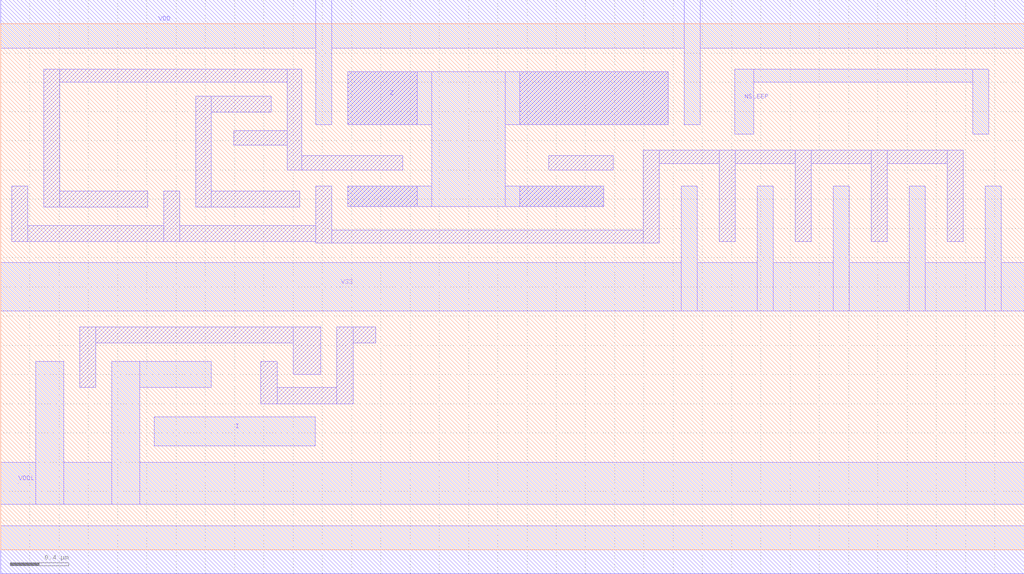
<source format=lef>
###############################################################################
#TSMC Library/IP Product
#Filename: tcbn65lp_9lmT2.lef
#Technology: CLN65LP
#Product Type: Standard Cell
#Product Name: tcbn65lp
#Version: 200a
###############################################################################
# 
#STATEMENT OF USE
#
#This information contains confidential and proprietary information of TSMC.
#No part of this information may be reproduced, transmitted, transcribed,
#stored in a retrieval system, or translated into any human or computer
#language, in any form or by any means, electronic, mechanical, magnetic,
#optical, chemical, manual, or otherwise, without the prior written permission
#of TSMC. This information was prepared for informational purpose and is for
#use by TSMC's customers only. TSMC reserves the right to make changes in the
#information at any time and without notice.
# 
###############################################################################

# DESIGN RULE DOCUMENT: T-N65-CL-DR-001 V2.0 / T-000-CL-DR-002 V1.4
# SPICE MODEL DOCUMENT: T-N65-CL-SP-009 V1.2
# Resistor & Capacitor are referenced from spice model interconnect table
# The index is "width=minWidth", "Space=Pitch"
VERSION	5.6 ;
BUSBITCHARS "[]" ;
DIVIDERCHAR "/" ;

UNITS
    CAPACITANCE PICOFARADS 10 ;
    CURRENT MILLIAMPS 10000 ;
    VOLTAGE VOLTS 1000 ;
    FREQUENCY MEGAHERTZ 10 ;
    DATABASE MICRONS 2000 ;
END UNITS

MANUFACTURINGGRID 0.005 ;

LAYER PO
    TYPE MASTERSLICE ;
END PO

LAYER CO
    TYPE CUT ;
END CO

PROPERTYDEFINITIONS 
    LAYER LEF57_SPACING STRING ;
    LAYER LEF57_MINSTEP STRING ;
END PROPERTYDEFINITIONS 

LAYER M1
    TYPE ROUTING ;
    DIRECTION HORIZONTAL ;
    PITCH 0.200 ;
    OFFSET 0.000 ;
    HEIGHT 0.5900 ;
    THICKNESS 0.1800 ;
    FILLACTIVESPACING 0.300 ;
    WIDTH 0.09 ;
    MAXWIDTH 12.0 ;
    SPACINGTABLE
    PARALLELRUNLENGTH     0.00    0.38    0.42    1.50    4.50
    WIDTH    0.00         0.09    0.09    0.09    0.09    0.09
    WIDTH    0.20         0.09    0.11    0.11    0.11    0.11
    WIDTH    0.42         0.09    0.11    0.16    0.16    0.16
    WIDTH    1.50         0.09    0.11    0.16    0.50    0.50
    WIDTH    4.50         0.09    0.11    0.16    0.50    1.50 ;
    PROPERTY LEF57_SPACING "SPACING 0.11 ENDOFLINE 0.11 WITHIN 0.035 PARALLELEDGE 0.11 WITHIN 0.11 ;" ;
    AREA 0.042 ;
    MINENCLOSEDAREA 0.20 ;

    PROPERTY LEF57_MINSTEP "MINSTEP 0.09 MAXEDGES 1 ;" ;

    MINIMUMDENSITY 10 ;
    MAXIMUMDENSITY 100 ;
    DENSITYCHECKWINDOW 75 75 ;
    DENSITYCHECKSTEP 37.5 ;

    MINIMUMDENSITY 1 ;
    MAXIMUMDENSITY 80 ;
    DENSITYCHECKWINDOW 100 100 ;
    DENSITYCHECKSTEP 50 ;
 
    MINIMUMDENSITY 1 ;
    MAXIMUMDENSITY 90 ;
    DENSITYCHECKWINDOW 20 20 ;
    DENSITYCHECKSTEP 10 ;

    MINIMUMCUT 2 WIDTH 0.300 ;
    MINIMUMCUT 4 WIDTH 0.700 ;
    MINIMUMCUT 2 WIDTH 0.300 LENGTH 0.300 WITHIN 0.801 ;
    MINIMUMCUT 2 WIDTH 2.000 LENGTH 2.000 WITHIN 2.001 ;
    MINIMUMCUT 2 WIDTH 3.000 LENGTH 10.000 WITHIN 5.001 ;

    ANTENNACUMAREARATIO     5000.000000 ;
    ANTENNACUMDIFFAREARATIO PWL ( ( 0 5000 ) ( 0.059 5000 ) ( 0.060 43027 ) ( 0.5 43228 ) ( 1 43456 ) ( 1.5 43684 ) ) ;

    ACCURRENTDENSITY	AVERAGE
        FREQUENCY	500 ;
        WIDTH    	0.090	1.000	12.000 ;
        TABLEENTRIES	1.241	1.485	1.507 ;
    ACCURRENTDENSITY	RMS
        FREQUENCY	500 ;
        WIDTH    	0.090	0.180	0.500	1.000	5.000	12.000 ;
        TABLEENTRIES	14.937	13.728	11.657	10.738	9.830	9.682 ;
    ACCURRENTDENSITY	PEAK
        FREQUENCY	500 ;
        WIDTH    	0.090	1.000	12.000 ;
        TABLEENTRIES	41.861	50.097	50.844 ;
    DCCURRENTDENSITY	AVERAGE
        WIDTH    	0.090	1.000	12.000 ;
        TABLEENTRIES	1.241	1.485	1.507 ;

    RESISTANCE RPERSQ 0.1600000000 ;
    CAPACITANCE CPERSQDIST 0.0001711111 ;
    EDGECAPACITANCE 0.0000883000 ;
END M1

LAYER VIA1
    TYPE CUT ;
    SPACING 0.10 ;
    SPACING 0.13 ADJACENTCUTS 3 WITHIN 0.14 ;
    PROPERTY LEF57_SPACING "SPACING 0.13 PARALLELOVERLAP ;" ;
    ANTENNAAREARATIO        20.000000 ;
    ANTENNACUMDIFFAREARATIO PWL ( ( 0 900 ) ( 0.059 900 ) ( 0.060 912 ) ( 0.5 1005 ) ( 1 1110 ) ( 1.5 1215 ) ) ;

    ACCURRENTDENSITY	AVERAGE
        FREQUENCY	500 ;
        TABLEENTRIES	15.800 ;
    DCCURRENTDENSITY	AVERAGE	15.800 ;
END VIA1

LAYER M2
    TYPE ROUTING ;
    DIRECTION VERTICAL ;
    PITCH 0.200 ;
    OFFSET 0.100 ;
    HEIGHT 0.9450 ;
    THICKNESS 0.2200 ;
    FILLACTIVESPACING 0.300 ;
    WIDTH 0.1 ;
    MAXWIDTH 12.0 ;
    SPACINGTABLE
    PARALLELRUNLENGTH     0.00    0.38    0.40    1.50    4.50
    WIDTH    0.00         0.10    0.10    0.10    0.10    0.10
    WIDTH    0.20         0.10    0.12    0.12    0.12    0.12
    WIDTH    0.40         0.10    0.12    0.16    0.16    0.16
    WIDTH    1.50         0.10    0.12    0.16    0.50    0.50
    WIDTH    4.50         0.10    0.12    0.16    0.50    1.50 ;
    PROPERTY LEF57_SPACING "SPACING 0.12 ENDOFLINE 0.12 WITHIN 0.035 PARALLELEDGE 0.12 WITHIN 0.12 ;" ;
    AREA 0.052 ;
    MINENCLOSEDAREA 0.20 ;   

    PROPERTY LEF57_MINSTEP "MINSTEP 0.10 MAXEDGES 1 ;" ;

    MINIMUMDENSITY 10 ;
    MAXIMUMDENSITY 100 ;
    DENSITYCHECKWINDOW 75 75 ;
    DENSITYCHECKSTEP 37.5 ;

    MINIMUMDENSITY 1 ;
    MAXIMUMDENSITY 80 ;
    DENSITYCHECKWINDOW 100 100 ;
    DENSITYCHECKSTEP 50 ;
 
    MINIMUMDENSITY 1 ;
    MAXIMUMDENSITY 90 ;
    DENSITYCHECKWINDOW 20 20 ;
    DENSITYCHECKSTEP 10 ;

    MINIMUMCUT 2 WIDTH 0.300 ;
    MINIMUMCUT 4 WIDTH 0.700 ;
    MINIMUMCUT 2 WIDTH 0.300 LENGTH 0.300 WITHIN 0.801 ;
    MINIMUMCUT 2 WIDTH 2.000 LENGTH 2.000 WITHIN 2.001 ;
    MINIMUMCUT 2 WIDTH 3.000 LENGTH 10.000 WITHIN 5.001 ;

    ANTENNACUMAREARATIO     5000.000000 ;
    ANTENNACUMDIFFAREARATIO PWL ( ( 0 5000 ) ( 0.059 5000 ) ( 0.060 43027 ) ( 0.5 43228 ) ( 1 43456 ) ( 1.5 43684 ) ) ;
  
    ACCURRENTDENSITY	AVERAGE
        FREQUENCY	500 ;
        WIDTH    	0.100	1.000	12.000 ;
        TABLEENTRIES	1.577	1.847	1.874 ;
    ACCURRENTDENSITY	RMS
        FREQUENCY	500 ;
        WIDTH    	0.100	0.200	0.500	1.000	5.000	12.000 ;
        TABLEENTRIES	9.324	8.384	7.101	6.451	5.803	5.696 ;
    ACCURRENTDENSITY	PEAK
        FREQUENCY	500 ;
        WIDTH    	0.100	1.000	12.000 ;
        TABLEENTRIES	26.135	30.615	31.071 ;
    DCCURRENTDENSITY	AVERAGE
        WIDTH    	0.100	1.000	12.000 ;
        TABLEENTRIES	1.577	1.847	1.874 ;

    RESISTANCE RPERSQ 0.1399000000 ;
    CAPACITANCE CPERSQDIST 0.0002320000 ;
    EDGECAPACITANCE 0.0000780000 ;
END M2

LAYER VIA2
    TYPE CUT ;
    SPACING 0.10 ;
    SPACING 0.13 ADJACENTCUTS 3 WITHIN 0.14 ;
    PROPERTY LEF57_SPACING "SPACING 0.13 PARALLELOVERLAP ;" ;
    ANTENNAAREARATIO        20.000000 ;
    ANTENNACUMDIFFAREARATIO PWL ( ( 0 900 ) ( 0.059 900 ) ( 0.060 912 ) ( 0.5 1005 ) ( 1 1110 ) ( 1.5 1215 ) ) ;

    ACCURRENTDENSITY	AVERAGE
        FREQUENCY	500 ;
        TABLEENTRIES	15.800 ;
    DCCURRENTDENSITY	AVERAGE	15.800 ;
END VIA2

LAYER M3
    TYPE ROUTING ;
    DIRECTION HORIZONTAL ;
    PITCH 0.200 ;
    OFFSET 0.000 ;
    HEIGHT 1.3400 ;
    THICKNESS 0.2200 ;
    FILLACTIVESPACING 0.300 ;
    WIDTH 0.1 ;
    MAXWIDTH 12.0 ;
    SPACINGTABLE
    PARALLELRUNLENGTH     0.00    0.38    0.40    1.50    4.50
    WIDTH    0.00         0.10    0.10    0.10    0.10    0.10
    WIDTH    0.20         0.10    0.12    0.12    0.12    0.12
    WIDTH    0.40         0.10    0.12    0.16    0.16    0.16
    WIDTH    1.50         0.10    0.12    0.16    0.50    0.50
    WIDTH    4.50         0.10    0.12    0.16    0.50    1.50 ;
    PROPERTY LEF57_SPACING "SPACING 0.12 ENDOFLINE 0.12 WITHIN 0.035 PARALLELEDGE 0.12 WITHIN 0.12 ;" ;
    AREA 0.052 ;
    MINENCLOSEDAREA 0.20 ;   

    PROPERTY LEF57_MINSTEP "MINSTEP 0.10 MAXEDGES 1 ;" ;

    MINIMUMDENSITY 10 ;
    MAXIMUMDENSITY 100 ;
    DENSITYCHECKWINDOW 75 75 ;
    DENSITYCHECKSTEP 37.5 ;

    MINIMUMDENSITY 1 ;
    MAXIMUMDENSITY 80 ;
    DENSITYCHECKWINDOW 100 100 ;
    DENSITYCHECKSTEP 50 ;
 
    MINIMUMDENSITY 1 ;
    MAXIMUMDENSITY 90 ;
    DENSITYCHECKWINDOW 20 20 ;
    DENSITYCHECKSTEP 10 ;

    MINIMUMCUT 2 WIDTH 0.300 ;
    MINIMUMCUT 4 WIDTH 0.700 ;
    MINIMUMCUT 2 WIDTH 0.300 LENGTH 0.300 WITHIN 0.801 ;
    MINIMUMCUT 2 WIDTH 2.000 LENGTH 2.000 WITHIN 2.001 ;
    MINIMUMCUT 2 WIDTH 3.000 LENGTH 10.000 WITHIN 5.001 ;

    ANTENNACUMAREARATIO     5000.000000 ;
    ANTENNACUMDIFFAREARATIO PWL ( ( 0 5000 ) ( 0.059 5000 ) ( 0.060 43027 ) ( 0.5 43228 ) ( 1 43456 ) ( 1.5 43684 ) ) ;
  
    ACCURRENTDENSITY	AVERAGE
        FREQUENCY	500 ;
        WIDTH    	0.100	1.000	12.000 ;
        TABLEENTRIES	1.577	1.847	1.874 ;
    ACCURRENTDENSITY	RMS
        FREQUENCY	500 ;
        WIDTH    	0.100	0.200	0.500	1.000	5.000	12.000 ;
        TABLEENTRIES	8.965	7.789	6.191	5.347	4.453	4.299 ;
    ACCURRENTDENSITY	PEAK
        FREQUENCY	500 ;
        WIDTH    	0.100	1.000	12.000 ;
        TABLEENTRIES	26.135	30.615	31.071 ;
    DCCURRENTDENSITY	AVERAGE
        WIDTH    	0.100	1.000	12.000 ;
        TABLEENTRIES	1.577	1.847	1.874 ;

    RESISTANCE RPERSQ 0.1399000000 ;
    CAPACITANCE CPERSQDIST 0.0002320000 ;
    EDGECAPACITANCE 0.0000779000 ;
END M3

LAYER VIA3
    TYPE CUT ;
    SPACING 0.10 ;
    SPACING 0.13 ADJACENTCUTS 3 WITHIN 0.14 ;
    PROPERTY LEF57_SPACING "SPACING 0.13 PARALLELOVERLAP ;" ;
    ANTENNAAREARATIO        20.000000 ;
    ANTENNACUMDIFFAREARATIO PWL ( ( 0 900 ) ( 0.059 900 ) ( 0.060 912 ) ( 0.5 1005 ) ( 1 1110 ) ( 1.5 1215 ) ) ;

    ACCURRENTDENSITY	AVERAGE
        FREQUENCY	500 ;
        TABLEENTRIES	15.800 ;
    DCCURRENTDENSITY	AVERAGE	15.800 ;
END VIA3

LAYER M4
    TYPE ROUTING ;
    DIRECTION VERTICAL ;
    PITCH 0.200 ;
    OFFSET 0.100 ;
    HEIGHT 1.7350 ;
    THICKNESS 0.2200 ;
    FILLACTIVESPACING 0.300 ;
    WIDTH 0.1 ;
    MAXWIDTH 12.0 ;
    SPACINGTABLE
    PARALLELRUNLENGTH     0.00    0.38    0.40    1.50    4.50
    WIDTH    0.00         0.10    0.10    0.10    0.10    0.10
    WIDTH    0.20         0.10    0.12    0.12    0.12    0.12
    WIDTH    0.40         0.10    0.12    0.16    0.16    0.16
    WIDTH    1.50         0.10    0.12    0.16    0.50    0.50
    WIDTH    4.50         0.10    0.12    0.16    0.50    1.50 ;
    PROPERTY LEF57_SPACING "SPACING 0.12 ENDOFLINE 0.12 WITHIN 0.035 PARALLELEDGE 0.12 WITHIN 0.12 ;" ;
    AREA 0.052 ;
    MINENCLOSEDAREA 0.20 ;   

    PROPERTY LEF57_MINSTEP "MINSTEP 0.10 MAXEDGES 1 ;" ;

    MINIMUMDENSITY 10 ;
    MAXIMUMDENSITY 100 ;
    DENSITYCHECKWINDOW 75 75 ;
    DENSITYCHECKSTEP 37.5 ;

    MINIMUMDENSITY 1 ;
    MAXIMUMDENSITY 80 ;
    DENSITYCHECKWINDOW 100 100 ;
    DENSITYCHECKSTEP 50 ;
 
    MINIMUMDENSITY 1 ;
    MAXIMUMDENSITY 90 ;
    DENSITYCHECKWINDOW 20 20 ;
    DENSITYCHECKSTEP 10 ;
  
    MINIMUMCUT 2 WIDTH 0.300 ;
    MINIMUMCUT 4 WIDTH 0.700 ;
    MINIMUMCUT 2 WIDTH 0.300 LENGTH 0.300 WITHIN 0.801 ;
    MINIMUMCUT 2 WIDTH 2.000 LENGTH 2.000 WITHIN 2.001 ;
    MINIMUMCUT 2 WIDTH 3.000 LENGTH 10.000 WITHIN 5.001 ;
  
    ANTENNACUMAREARATIO     5000.000000 ;
    ANTENNACUMDIFFAREARATIO PWL ( ( 0 5000 ) ( 0.059 5000 ) ( 0.060 43027 ) ( 0.5 43228 ) ( 1 43456 ) ( 1.5 43684 ) ) ;
  
    ACCURRENTDENSITY	AVERAGE
        FREQUENCY	500 ;
        WIDTH    	0.100	1.000	12.000 ;
        TABLEENTRIES	1.577	1.847	1.874 ;
    ACCURRENTDENSITY	RMS
        FREQUENCY	500 ;
        WIDTH    	0.100	0.200	0.500	1.000	5.000	12.000 ;
        TABLEENTRIES	8.820	7.545	5.803	4.855	3.809	3.621 ;
    ACCURRENTDENSITY	PEAK
        FREQUENCY	500 ;
        WIDTH    	0.100	1.000	12.000 ;
        TABLEENTRIES	26.135	30.615	31.071 ;
    DCCURRENTDENSITY	AVERAGE
        WIDTH    	0.100	1.000	12.000 ;
        TABLEENTRIES	1.577	1.847	1.874 ;

    RESISTANCE RPERSQ 0.1399000000 ;
    CAPACITANCE CPERSQDIST 0.0002320000 ;
    EDGECAPACITANCE 0.0000778000 ;
END M4

LAYER VIA4
    TYPE CUT ;
    SPACING 0.10 ;
    SPACING 0.13 ADJACENTCUTS 3 WITHIN 0.14 ;
    PROPERTY LEF57_SPACING "SPACING 0.13 PARALLELOVERLAP ;" ;
    ANTENNAAREARATIO        20.000000 ;
    ANTENNACUMDIFFAREARATIO PWL ( ( 0 900 ) ( 0.059 900 ) ( 0.060 912 ) ( 0.5 1005 ) ( 1 1110 ) ( 1.5 1215 ) ) ;

    ACCURRENTDENSITY	AVERAGE
        FREQUENCY	500 ;
        TABLEENTRIES	15.800 ;
    DCCURRENTDENSITY	AVERAGE	15.800 ;
END VIA4

LAYER M5
    TYPE ROUTING ;
    DIRECTION HORIZONTAL ;
    PITCH 0.200 ;
    OFFSET 0.000 ;
    HEIGHT 2.1300 ;
    THICKNESS 0.2200 ;
    FILLACTIVESPACING 0.300 ;
    WIDTH 0.1 ;
    MAXWIDTH 12.0 ;
    SPACINGTABLE
    PARALLELRUNLENGTH     0.00    0.38    0.40    1.50    4.50
    WIDTH    0.00         0.10    0.10    0.10    0.10    0.10
    WIDTH    0.20         0.10    0.12    0.12    0.12    0.12
    WIDTH    0.40         0.10    0.12    0.16    0.16    0.16
    WIDTH    1.50         0.10    0.12    0.16    0.50    0.50
    WIDTH    4.50         0.10    0.12    0.16    0.50    1.50 ;
    PROPERTY LEF57_SPACING "SPACING 0.12 ENDOFLINE 0.12 WITHIN 0.035 PARALLELEDGE 0.12 WITHIN 0.12 ;" ;
    AREA 0.052 ;
    MINENCLOSEDAREA 0.20 ;   

    PROPERTY LEF57_MINSTEP "MINSTEP 0.10 MAXEDGES 1 ;" ;

    MINIMUMDENSITY 10 ;
    MAXIMUMDENSITY 100 ;
    DENSITYCHECKWINDOW 75 75 ;
    DENSITYCHECKSTEP 37.5 ;

    MINIMUMDENSITY 1 ;
    MAXIMUMDENSITY 80 ;
    DENSITYCHECKWINDOW 100 100 ;
    DENSITYCHECKSTEP 50 ;
 
    MINIMUMDENSITY 1 ;
    MAXIMUMDENSITY 90 ;
    DENSITYCHECKWINDOW 20 20 ;
    DENSITYCHECKSTEP 10 ;
  
    MINIMUMCUT 2 WIDTH 0.300 ;
    MINIMUMCUT 4 WIDTH 0.700 ;
    MINIMUMCUT 2 WIDTH 0.300 LENGTH 0.300 WITHIN 0.801 ;
    MINIMUMCUT 2 WIDTH 2.000 LENGTH 2.000 WITHIN 2.001 ;
    MINIMUMCUT 2 WIDTH 3.000 LENGTH 10.000 WITHIN 5.001 ;
  
    ANTENNACUMAREARATIO     5000.000000 ;
    ANTENNACUMDIFFAREARATIO PWL ( ( 0 5000 ) ( 0.059 5000 ) ( 0.060 43027 ) ( 0.5 43228 ) ( 1 43456 ) ( 1.5 43684 ) ) ;
  
    ACCURRENTDENSITY	AVERAGE
        FREQUENCY	500 ;
        WIDTH    	0.100	1.000	12.000 ;
        TABLEENTRIES	1.577	1.847	1.874 ;
    ACCURRENTDENSITY	RMS
        FREQUENCY	500 ;
        WIDTH    	0.100	0.200	0.500	1.000	5.000	12.000 ;
        TABLEENTRIES	8.747	7.417	5.589	4.576	3.421	3.206 ;
    ACCURRENTDENSITY	PEAK
        FREQUENCY	500 ;
        WIDTH    	0.100	1.000	12.000 ;
        TABLEENTRIES	26.135	30.615	31.071 ;
    DCCURRENTDENSITY	AVERAGE
        WIDTH    	0.100	1.000	12.000 ;
        TABLEENTRIES	1.577	1.847	1.874 ;

    RESISTANCE RPERSQ 0.1399000000 ;
    CAPACITANCE CPERSQDIST 0.0002320000 ;
    EDGECAPACITANCE 0.0000778000 ;
END M5

LAYER VIA5
    TYPE CUT ;
    SPACING 0.10 ;
    SPACING 0.13 ADJACENTCUTS 3 WITHIN 0.14 ;
    PROPERTY LEF57_SPACING "SPACING 0.13 PARALLELOVERLAP ;" ;
    ANTENNAAREARATIO        20.000000 ;
    ANTENNACUMDIFFAREARATIO PWL ( ( 0 900 ) ( 0.059 900 ) ( 0.060 912 ) ( 0.5 1005 ) ( 1 1110 ) ( 1.5 1215 ) ) ;

    ACCURRENTDENSITY	AVERAGE
        FREQUENCY	500 ;
        TABLEENTRIES	15.800 ;
    DCCURRENTDENSITY	AVERAGE	15.800 ;
END VIA5

LAYER M6
    TYPE ROUTING ;
    DIRECTION VERTICAL ;
    PITCH 0.200 ;
    OFFSET 0.100 ;
    HEIGHT 2.5250 ;
    THICKNESS 0.2200 ;
    FILLACTIVESPACING 0.300 ;
    WIDTH 0.1 ;
    MAXWIDTH 12.0 ;
    SPACINGTABLE
    PARALLELRUNLENGTH     0.00    0.38    0.40    1.50    4.50
    WIDTH    0.00         0.10    0.10    0.10    0.10    0.10
    WIDTH    0.20         0.10    0.12    0.12    0.12    0.12
    WIDTH    0.40         0.10    0.12    0.16    0.16    0.16
    WIDTH    1.50         0.10    0.12    0.16    0.50    0.50
    WIDTH    4.50         0.10    0.12    0.16    0.50    1.50 ;
    PROPERTY LEF57_SPACING "SPACING 0.12 ENDOFLINE 0.12 WITHIN 0.035 PARALLELEDGE 0.12 WITHIN 0.12 ;" ;
    AREA 0.052 ;
    MINENCLOSEDAREA 0.20 ;   

    PROPERTY LEF57_MINSTEP "MINSTEP 0.10 MAXEDGES 1 ;" ;

    MINIMUMDENSITY 10 ;
    MAXIMUMDENSITY 100 ;
    DENSITYCHECKWINDOW 75 75 ;
    DENSITYCHECKSTEP 37.5 ;

    MINIMUMDENSITY 1 ;
    MAXIMUMDENSITY 80 ;
    DENSITYCHECKWINDOW 100 100 ;
    DENSITYCHECKSTEP 50 ;
 
    MINIMUMDENSITY 1 ;
    MAXIMUMDENSITY 90 ;
    DENSITYCHECKWINDOW 20 20 ;
    DENSITYCHECKSTEP 10 ;
  
    MINIMUMCUT 2 WIDTH 0.300 ;
    MINIMUMCUT 4 WIDTH 0.700 ;
    MINIMUMCUT 2 WIDTH 0.300 LENGTH 0.300 WITHIN 0.801 ;
    MINIMUMCUT 2 WIDTH 2.000 LENGTH 2.000 WITHIN 2.001 ;
    MINIMUMCUT 2 WIDTH 3.000 LENGTH 10.000 WITHIN 5.001 ;
  
    ANTENNACUMAREARATIO     5000.000000 ;
    ANTENNACUMDIFFAREARATIO PWL ( ( 0 5000 ) ( 0.059 5000 ) ( 0.060 43027 ) ( 0.5 43228 ) ( 1 43456 ) ( 1.5 43684 ) ) ;
  
    ACCURRENTDENSITY	AVERAGE
        FREQUENCY	500 ;
        WIDTH    	0.100	1.000	12.000 ;
        TABLEENTRIES	1.577	1.847	1.874 ;
    ACCURRENTDENSITY	RMS
        FREQUENCY	500 ;
        WIDTH    	0.100	0.200	0.500	1.000	5.000	12.000 ;
        TABLEENTRIES	8.707	7.341	5.456	4.397	3.160	2.923 ;
    ACCURRENTDENSITY	PEAK
        FREQUENCY	500 ;
        WIDTH    	0.100	1.000	12.000 ;
        TABLEENTRIES	26.135	30.615	31.071 ;
    DCCURRENTDENSITY	AVERAGE
        WIDTH    	0.100	1.000	12.000 ;
        TABLEENTRIES	1.577	1.847	1.874 ;

    RESISTANCE RPERSQ 0.1399000000 ;
    CAPACITANCE CPERSQDIST 0.0002320000 ;
    EDGECAPACITANCE 0.0000778000 ;
END M6

LAYER VIA6
    TYPE CUT ;
    SPACING 0.10 ;
    SPACING 0.13 ADJACENTCUTS 3 WITHIN 0.14 ;
    PROPERTY LEF57_SPACING "SPACING 0.13 PARALLELOVERLAP ;" ;
    ANTENNAAREARATIO        20.000000 ;
    ANTENNACUMDIFFAREARATIO PWL ( ( 0 900 ) ( 0.059 900 ) ( 0.060 912 ) ( 0.5 1005 ) ( 1 1110 ) ( 1.5 1215 ) ) ;

    ACCURRENTDENSITY	AVERAGE
        FREQUENCY	500 ;
        TABLEENTRIES	15.800 ;
    DCCURRENTDENSITY	AVERAGE	15.800 ;
END VIA6

LAYER M7
    TYPE ROUTING ;
    DIRECTION HORIZONTAL ;
    PITCH 0.200 ;
    OFFSET 0.000 ;
    HEIGHT 2.9200 ;
    THICKNESS 0.2200 ;
    FILLACTIVESPACING 0.300 ;
    WIDTH 0.1 ;
    MAXWIDTH 12.0 ;
    SPACINGTABLE
    PARALLELRUNLENGTH     0.00    0.38    0.40    1.50    4.50
    WIDTH    0.00         0.10    0.10    0.10    0.10    0.10
    WIDTH    0.20         0.10    0.12    0.12    0.12    0.12
    WIDTH    0.40         0.10    0.12    0.16    0.16    0.16
    WIDTH    1.50         0.10    0.12    0.16    0.50    0.50
    WIDTH    4.50         0.10    0.12    0.16    0.50    1.50 ;
    PROPERTY LEF57_SPACING "SPACING 0.12 ENDOFLINE 0.12 WITHIN 0.035 PARALLELEDGE 0.12 WITHIN 0.12 ;" ;
    AREA 0.052 ;
    MINENCLOSEDAREA 0.20 ;   

    PROPERTY LEF57_MINSTEP "MINSTEP 0.10 MAXEDGES 1 ;" ;

    MINIMUMDENSITY 10 ;
    MAXIMUMDENSITY 100 ;
    DENSITYCHECKWINDOW 75 75 ;
    DENSITYCHECKSTEP 37.5 ;

    MINIMUMDENSITY 1 ;
    MAXIMUMDENSITY 80 ;
    DENSITYCHECKWINDOW 100 100 ;
    DENSITYCHECKSTEP 50 ;
 
    MINIMUMDENSITY 1 ;
    MAXIMUMDENSITY 90 ;
    DENSITYCHECKWINDOW 20 20 ;
    DENSITYCHECKSTEP 10 ;
  
    MINIMUMCUT 2 WIDTH 0.300 FROMBELOW ;
    MINIMUMCUT 4 WIDTH 0.700 FROMBELOW ;
    MINIMUMCUT 2 WIDTH 0.300 FROMBELOW LENGTH 0.300 WITHIN 0.801 ;
    MINIMUMCUT 2 WIDTH 2.000 FROMBELOW LENGTH 2.000 WITHIN 2.001 ;
    MINIMUMCUT 2 WIDTH 3.000 FROMBELOW LENGTH 10.000 WITHIN 5.001 ;
    MINIMUMCUT 2 WIDTH 1.800 FROMABOVE ;
    MINIMUMCUT 2 WIDTH 3.000 FROMABOVE LENGTH 10.000 WITHIN 5.001 ;
  
    ANTENNACUMAREARATIO     5000.000000 ;
    ANTENNACUMDIFFAREARATIO PWL ( ( 0 5000 ) ( 0.059 5000 ) ( 0.060 43027 ) ( 0.5 43228 ) ( 1 43456 ) ( 1.5 43684 ) ) ;
  
    ACCURRENTDENSITY	AVERAGE
        FREQUENCY	500 ;
        WIDTH    	0.100	1.000	12.000 ;
        TABLEENTRIES	1.577	1.847	1.874 ;
    ACCURRENTDENSITY	RMS
        FREQUENCY	500 ;
        WIDTH    	0.100	0.200	0.500	1.000	5.000	12.000 ;
        TABLEENTRIES	8.677	7.286	5.362	4.270	2.967	2.711 ;
    ACCURRENTDENSITY	PEAK
        FREQUENCY	500 ;
        WIDTH    	0.100	1.000	12.000 ;
        TABLEENTRIES	26.135	30.615	31.071 ;
    DCCURRENTDENSITY	AVERAGE
        WIDTH    	0.100	1.000	12.000 ;
        TABLEENTRIES	1.577	1.847	1.874 ;

    RESISTANCE RPERSQ 0.1399000000 ;
    CAPACITANCE CPERSQDIST 0.0002320000 ;
    EDGECAPACITANCE 0.0000805000 ;
END M7

LAYER VIA7
    TYPE CUT ;
    SPACING 0.340 ;
    SPACING 0.54 ADJACENTCUTS 3 WITHIN 0.56 ;
    ANTENNAAREARATIO        20.000000 ;
    ANTENNACUMDIFFAREARATIO PWL ( ( 0 900 ) ( 0.059 900 ) ( 0.060 912 ) ( 0.5 1005 ) ( 1 1110 ) ( 1.5 1215 ) ) ;

    ACCURRENTDENSITY	AVERAGE
        FREQUENCY	500 ;
        TABLEENTRIES	23.742 ;
    DCCURRENTDENSITY	AVERAGE	23.742 ;
END VIA7

LAYER M8
    TYPE ROUTING ;
    DIRECTION VERTICAL ;
    PITCH 0.800 ;
    OFFSET 0.100 ;
    HEIGHT 3.7350 ;
    THICKNESS 0.9000 ;
    FILLACTIVESPACING 0.600 ;
    WIDTH 0.400 ;
    MAXWIDTH 12.0 ;
    SPACINGTABLE
    PARALLELRUNLENGTH     0.00    1.50    4.50
    WIDTH    0.00         0.40    0.40    0.40
    WIDTH    1.50         0.40    0.50    0.50
    WIDTH    4.50         0.40    0.50    1.50 ;
    AREA 0.565 ;
    MINENCLOSEDAREA 0.565 ;   

    MINIMUMDENSITY 10 ;
    MAXIMUMDENSITY 100 ;
    DENSITYCHECKWINDOW 75 75 ;
    DENSITYCHECKSTEP 37.5 ;

    MINIMUMDENSITY 1 ;
    MAXIMUMDENSITY 80 ;
    DENSITYCHECKWINDOW 100 100 ;
    DENSITYCHECKSTEP 50 ;

    MINIMUMDENSITY 1 ;
    MAXIMUMDENSITY 90 ;
    DENSITYCHECKWINDOW 20 20 ;
    DENSITYCHECKSTEP 10 ;
  
    MINIMUMCUT 2 WIDTH 1.80 ;
    MINIMUMCUT 2 WIDTH 3.00 LENGTH 10.0 WITHIN 5.001 ;
  
    ANTENNACUMAREARATIO     5000.000000 ;
    ANTENNACUMDIFFAREARATIO PWL ( ( 0 5000 ) ( 0.059 5000 ) ( 0.060 43027 ) ( 0.5 43228 ) ( 1 43456 ) ( 1.5 43684 ) ) ;
  
    ACCURRENTDENSITY	AVERAGE
        FREQUENCY	500 ;
        WIDTH    	0.400	1.000	12.000 ;
        TABLEENTRIES	7.691	7.934	8.083 ;
    ACCURRENTDENSITY	RMS
        FREQUENCY	500 ;
        WIDTH    	0.400	0.600	0.800	1.000	5.000	12.000 ;
        TABLEENTRIES	11.485	9.968	9.033	8.392	5.665	5.114 ;
    ACCURRENTDENSITY	PEAK
        FREQUENCY	500 ;
        WIDTH    	0.400	1.000	12.000 ;
        TABLEENTRIES	84.641	87.314	88.947 ;
    DCCURRENTDENSITY	AVERAGE
        WIDTH    	0.400	1.000	12.000 ;
        TABLEENTRIES	7.691	7.934	8.083 ;

    RESISTANCE RPERSQ 0.0218000000 ;
    CAPACITANCE CPERSQDIST 0.0000632500 ;
    EDGECAPACITANCE 0.0000915000 ;
END M8

LAYER VIA8
    TYPE CUT ;
    SPACING 0.340 ;
    SPACING 0.54 ADJACENTCUTS 3 WITHIN 0.56 ;
    ANTENNAAREARATIO        20.000000 ;
    ANTENNACUMDIFFAREARATIO PWL ( ( 0 900 ) ( 0.059 900 ) ( 0.060 912 ) ( 0.5 1005 ) ( 1 1110 ) ( 1.5 1215 ) ) ;

    ACCURRENTDENSITY	AVERAGE
        FREQUENCY	500 ;
        TABLEENTRIES	23.742 ;
    DCCURRENTDENSITY	AVERAGE	23.742 ;
END VIA8

LAYER M9
    TYPE ROUTING ;
    DIRECTION HORIZONTAL ;
    PITCH 0.800 ;
    OFFSET 0.000 ;
    HEIGHT 5.2300 ;
    THICKNESS 0.9000 ;
    FILLACTIVESPACING 0.600 ;
    WIDTH 0.400 ;
    MAXWIDTH 12.0 ;
    SPACINGTABLE
    PARALLELRUNLENGTH     0.00    1.50    4.50
    WIDTH    0.00         0.40    0.40    0.40
    WIDTH    1.50         0.40    0.50    0.50
    WIDTH    4.50         0.40    0.50    1.50 ;
    AREA 0.565 ;
    MINENCLOSEDAREA 0.565 ;   

    MINIMUMDENSITY 10 ;
    MAXIMUMDENSITY 100 ;
    DENSITYCHECKWINDOW 75 75 ;
    DENSITYCHECKSTEP 37.5 ;

    MINIMUMDENSITY 1 ;
    MAXIMUMDENSITY 80 ;
    DENSITYCHECKWINDOW 100 100 ;
    DENSITYCHECKSTEP 50 ;
 
    MINIMUMDENSITY 1 ;
    MAXIMUMDENSITY 90 ;
    DENSITYCHECKWINDOW 20 20 ;
    DENSITYCHECKSTEP 10 ;
  
    MINIMUMCUT 2 WIDTH 1.80 FROMBELOW ;
    MINIMUMCUT 2 WIDTH 3.00 FROMBELOW LENGTH 10.0 WITHIN 5.001 ;
  
    ANTENNACUMAREARATIO     5000.000000 ;
    ANTENNADIFFAREARATIO PWL ( ( 0 5000 ) ( 0.059 5000 ) ( 0.060 50480 ) ( 0.5 54000 ) ( 1 58000 ) ( 1.5 62000 ) ) ;
  
    ACCURRENTDENSITY	AVERAGE
        FREQUENCY	500 ;
        WIDTH    	0.400	1.000	12.000 ;
        TABLEENTRIES	7.691	7.934	8.083 ;
    ACCURRENTDENSITY	RMS
        FREQUENCY	500 ;
        WIDTH    	0.400	0.600	0.800	1.000	5.000	12.000 ;
        TABLEENTRIES	11.373	9.827	8.870	8.213	5.372	4.783 ;
    ACCURRENTDENSITY	PEAK
        FREQUENCY	500 ;
        WIDTH    	0.400	1.000	12.000 ;
        TABLEENTRIES	84.641	87.314	88.947 ;
    DCCURRENTDENSITY	AVERAGE
        WIDTH    	0.400	1.000	12.000 ;
        TABLEENTRIES	7.691	7.934	8.083 ;

    RESISTANCE RPERSQ 0.0218000000 ;
    CAPACITANCE CPERSQDIST 0.0000632500 ;
    EDGECAPACITANCE 0.0000956000 ;
END M9

LAYER RV
    TYPE CUT ;
    SPACING	3.00 ;
 
    ANTENNAAREARATIO        200.000000 ;
    ANTENNADIFFAREARATIO PWL ( ( 0 200 ) ( 0.059 200 ) ( 0.06 404.98 ) ( 0.5 441.5 ) ( 1 483 ) ( 1.5 524.5 ) ) ;
 
    ACCURRENTDENSITY	AVERAGE
        FREQUENCY	500 ;
        TABLEENTRIES	0.778 ;
    DCCURRENTDENSITY	AVERAGE	0.778 ;
END RV

LAYER AP
    TYPE ROUTING ;
    DIRECTION VERTICAL ;
    OFFSET	0.100 ;
    PITCH	6.500 ;
    WIDTH	3.00 ;
    SPACING	2.00 ;
    MAXWIDTH	35.000 ;
    THICKNESS	1.450 ;
    HEIGHT	6.9300 ;
 
    MINIMUMDENSITY	10 ;
    MAXIMUMDENSITY	70 ;
    DENSITYCHECKWINDOW 100 100 ;
    DENSITYCHECKSTEP	50 ;
 
    ANTENNASIDEAREARATIO        2000 ;
    ANTENNADIFFSIDEAREARATIO PWL ( ( 0 2000 ) ( 0.059 2000 ) ( 0.06 30480 ) ( 0.5 34000 ) ( 1 38000 ) ( 1.5 42000 ) ) ;
 
    ACCURRENTDENSITY	AVERAGE
        FREQUENCY	500 ;
        WIDTH    	3.000	10.000	35.000 ;
        TABLEENTRIES	2.700	2.700	2.700 ;
    ACCURRENTDENSITY	RMS
        FREQUENCY	500 ;
        WIDTH    	3.000	5.000	8.000	15.000	20.000	35.000 ;
        TABLEENTRIES	5.285	4.690	4.320	4.008	3.915	3.791 ;
    ACCURRENTDENSITY	PEAK
        FREQUENCY	500 ;
        WIDTH    	3.000	10.000	35.000 ;
        TABLEENTRIES	82.024	82.024	82.024 ;
    DCCURRENTDENSITY	AVERAGE
        WIDTH    	3.000	10.000	35.000 ;
        TABLEENTRIES	2.700	2.700	2.700 ;

    RESISTANCE RPERSQ 0.0210000000 ;
    CAPACITANCE CPERSQDIST 0.0000576667 ;
    EDGECAPACITANCE 0.0000645000 ;
END AP

LAYER OVERLAP
    TYPE OVERLAP ;
END OVERLAP

VIA VIA12_1cut DEFAULT
    RESISTANCE 1.5000000000 ;
    LAYER M1 ;
        RECT -0.090 -0.050  0.090  0.050 ;
    LAYER VIA1 ;
        RECT -0.050 -0.050  0.050  0.050 ;
    LAYER M2 ;
        RECT -0.050 -0.090  0.050  0.090 ;
END VIA12_1cut

VIA VIA12_1cut_H DEFAULT
    RESISTANCE 1.5000000000 ;
    LAYER M1 ;
        RECT -0.090 -0.050  0.090  0.050 ;
    LAYER VIA1 ;
        RECT -0.050 -0.050  0.050  0.050 ;
    LAYER M2 ;
        RECT -0.090 -0.050  0.090  0.050 ;
END VIA12_1cut_H
                 
VIA VIA12_1cut_V DEFAULT
    RESISTANCE 1.5000000000 ;
    LAYER M1 ;
        RECT -0.050 -0.090  0.050  0.090 ;
    LAYER VIA1 ;
        RECT -0.050 -0.050  0.050  0.050 ;
    LAYER M2 ;
        RECT -0.050 -0.090  0.050  0.090 ;
END VIA12_1cut_V

VIA VIA12_1cut_FAT_C DEFAULT
    RESISTANCE 1.5000000000 ;
    LAYER M1 ;
        RECT -0.12 -0.050  0.12  0.050 ;
    LAYER VIA1 ;
        RECT -0.050 -0.050  0.050  0.050 ;
    LAYER M2 ;
        RECT -0.050 -0.12  0.050  0.12 ;
END VIA12_1cut_FAT_C
             
VIA VIA12_1cut_FAT_H DEFAULT
    RESISTANCE 1.5000000000 ;
    LAYER M1 ;
        RECT -0.12 -0.050  0.12  0.050 ;
    LAYER VIA1 ;
        RECT -0.050 -0.050  0.050  0.050 ;
    LAYER M2 ;
        RECT -0.12 -0.050  0.12  0.050 ;
END VIA12_1cut_FAT_H

VIA VIA12_1cut_FAT_V DEFAULT
    RESISTANCE 1.5000000000 ;
    LAYER M1 ;
        RECT -0.050 -0.12  0.050  0.12 ;
    LAYER VIA1 ;
        RECT -0.050 -0.050  0.050  0.050 ;
    LAYER M2 ;
        RECT -0.050 -0.12  0.050  0.12 ;
END VIA12_1cut_FAT_V

VIA VIA12_1cut_FAT DEFAULT
    RESISTANCE 1.5000000000 ;
    LAYER M1 ;
        RECT -0.080 -0.080  0.080  0.080 ;
    LAYER VIA1 ;
        RECT -0.050 -0.050  0.050  0.050 ;
    LAYER M2 ;
        RECT -0.080 -0.080  0.080  0.080 ;
END VIA12_1cut_FAT
                 
VIA VIA12_1cut_R90 DEFAULT
    RESISTANCE 1.5000000000 ;
    LAYER M1 ;
        RECT -0.050 -0.090  0.050  0.090 ;
    LAYER VIA1 ;
        RECT -0.050 -0.050  0.050  0.050 ;
    LAYER M2 ;
        RECT -0.090 -0.050  0.090  0.050 ;
END VIA12_1cut_R90

VIA VIA12_2cut_E DEFAULT
    RESISTANCE 0.7500000000 ;
    LAYER M1 ;
        RECT -0.090 -0.050  0.290  0.050 ;
    LAYER VIA1 ;
        RECT -0.050 -0.050  0.050  0.050 ;
        RECT  0.150 -0.050  0.250  0.050 ;
    LAYER M2 ;
        RECT -0.050 -0.090  0.250  0.090 ;
END VIA12_2cut_E

VIA VIA12_2cut_W DEFAULT
    RESISTANCE 0.7500000000 ;
    LAYER M1 ;
        RECT -0.290 -0.050  0.090  0.050 ;
    LAYER VIA1 ;
        RECT -0.050 -0.050  0.050  0.050 ;
        RECT -0.250 -0.050 -0.150  0.050 ;
    LAYER M2 ;
        RECT -0.250 -0.090  0.050  0.090 ;
END VIA12_2cut_W

VIA VIA12_2cut_N DEFAULT
    RESISTANCE 0.7500000000 ;
    LAYER M1 ;
        RECT -0.090 -0.050  0.090  0.250 ;
    LAYER VIA1 ;
        RECT -0.050 -0.050  0.050  0.050 ;
        RECT -0.050  0.150  0.050  0.250 ;
    LAYER M2 ;
        RECT -0.050 -0.090  0.050  0.290 ;
END VIA12_2cut_N

VIA VIA12_2cut_S DEFAULT
    RESISTANCE 0.7500000000 ;
    LAYER M1 ;
        RECT -0.090 -0.250  0.090  0.050 ;
    LAYER VIA1 ;
        RECT -0.050 -0.050  0.050  0.050 ;
        RECT -0.050 -0.250  0.050 -0.150 ;
    LAYER M2 ;
        RECT -0.050 -0.290  0.050  0.090 ;
END VIA12_2cut_S

VIA VIA12_2cut_HN DEFAULT
    RESISTANCE 0.7500000000 ;
    LAYER M1 ;
        RECT -0.050 -0.090  0.050  0.330 ;
    LAYER VIA1 ;
        RECT -0.050 -0.050  0.050  0.050 ;
        RECT -0.050  0.190  0.050  0.290 ;
    LAYER M2 ;
        RECT -0.050 -0.090  0.050  0.330 ;
END VIA12_2cut_HN

VIA VIA12_2cut_HS DEFAULT
    RESISTANCE 0.7500000000 ;
    LAYER M1 ;
        RECT -0.050 -0.330  0.050  0.090 ;
    LAYER VIA1 ;
        RECT -0.050 -0.050  0.050  0.050 ;
        RECT -0.050 -0.290  0.050 -0.190 ;
    LAYER M2 ;
        RECT -0.050 -0.330  0.050  0.090 ;
END VIA12_2cut_HS

VIA VIA12_4cut DEFAULT
    RESISTANCE 0.3750000000 ;
    LAYER M1 ;
        RECT -0.190 -0.150  0.190  0.150 ;
    LAYER VIA1 ;
        RECT -0.150 -0.150 -0.050 -0.050 ;
        RECT -0.150  0.050 -0.050  0.150 ;
        RECT  0.050  0.050  0.150  0.150 ;
        RECT  0.050 -0.150  0.150 -0.050 ;
    LAYER M2 ;
        RECT -0.150 -0.190  0.150  0.190 ;
END VIA12_4cut

VIA VIA23_1cut DEFAULT
    RESISTANCE 1.5000000000 ;
    LAYER M2 ;
        RECT -0.050 -0.090  0.050  0.090 ;
    LAYER VIA2 ;
        RECT -0.050 -0.050  0.050  0.050 ;
    LAYER M3 ;
        RECT -0.090 -0.050  0.090  0.050 ;
END VIA23_1cut

VIA VIA23_1cut_V DEFAULT
    RESISTANCE 1.5000000000 ;
    LAYER M2 ;
        RECT -0.050 -0.090  0.050  0.090 ;
    LAYER VIA2 ;
        RECT -0.050 -0.050  0.050  0.050 ;
    LAYER M3 ;
        RECT -0.050 -0.090  0.050  0.090 ;
END VIA23_1cut_V
                 
VIA VIA23_1cut_H DEFAULT
    RESISTANCE 1.5000000000 ;
    LAYER M2 ;
        RECT -0.090 -0.050  0.090  0.050 ;
    LAYER VIA2 ;
        RECT -0.050 -0.050  0.050  0.050 ;
    LAYER M3 ;
        RECT -0.090 -0.050  0.090  0.050 ;
END VIA23_1cut_H

VIA VIA23_1cut_FAT_C DEFAULT
    RESISTANCE 1.5000000000 ;
    LAYER M2 ;
        RECT -0.050 -0.12  0.050  0.12 ;
    LAYER VIA2 ;
        RECT -0.050 -0.050  0.050  0.050 ;
    LAYER M3 ;
        RECT -0.12 -0.050  0.12  0.050 ;
END VIA23_1cut_FAT_C
             
VIA VIA23_1cut_FAT_V DEFAULT
    RESISTANCE 1.5000000000 ;
    LAYER M2 ;
        RECT -0.050 -0.12  0.050  0.12 ;
    LAYER VIA2 ;
        RECT -0.050 -0.050  0.050  0.050 ;
    LAYER M3 ;
        RECT -0.050 -0.12  0.050  0.12 ;
END VIA23_1cut_FAT_V

VIA VIA23_1cut_FAT_H DEFAULT
    RESISTANCE 1.5000000000 ;
    LAYER M2 ;
        RECT -0.12 -0.050  0.12  0.050 ;
    LAYER VIA2 ;
        RECT -0.050 -0.050  0.050  0.050 ;
    LAYER M3 ;
        RECT -0.12 -0.050  0.12  0.050 ;
END VIA23_1cut_FAT_H

VIA VIA23_1cut_FAT DEFAULT
    RESISTANCE 1.5000000000 ;
    LAYER M2 ;
        RECT -0.080 -0.080  0.080  0.080 ;
    LAYER VIA2 ;
        RECT -0.050 -0.050  0.050  0.050 ;
    LAYER M3 ;
        RECT -0.080 -0.080  0.080  0.080 ;
END VIA23_1cut_FAT
                 
VIA VIA23_1stack_N DEFAULT
    RESISTANCE 1.5000000000 ;
    LAYER M2 ;
        RECT -0.050 -0.090  0.050  0.430 ;
    LAYER VIA2 ;
        RECT -0.050 -0.050  0.050  0.050 ;
    LAYER M3 ;
        RECT -0.090 -0.050  0.090  0.050 ;
END VIA23_1stack_N

VIA VIA23_1stack_S DEFAULT
    RESISTANCE 1.5000000000 ;
    LAYER M2 ;
        RECT -0.050 -0.430  0.050  0.090 ;
    LAYER VIA2 ;
        RECT -0.050 -0.050  0.050  0.050 ;
    LAYER M3 ;
        RECT -0.090 -0.050  0.090  0.050 ;
END VIA23_1stack_S

VIA VIA23_2cut_E DEFAULT
    RESISTANCE 0.7500000000 ;
    LAYER M2 ;
        RECT -0.050 -0.090  0.250  0.090 ;
    LAYER VIA2 ;
        RECT -0.050 -0.050  0.050  0.050 ;
        RECT  0.150 -0.050  0.250  0.050 ;
    LAYER M3 ;
        RECT -0.090 -0.050  0.290  0.050 ;
END VIA23_2cut_E

VIA VIA23_2cut_W DEFAULT
    RESISTANCE 0.7500000000 ;
    LAYER M2 ;
        RECT -0.250 -0.090  0.050  0.090 ;
    LAYER VIA2 ;
        RECT -0.050 -0.050  0.050  0.050 ;
        RECT -0.250 -0.050 -0.150  0.050 ;
    LAYER M3 ;
        RECT -0.290 -0.050  0.090  0.050 ;
END VIA23_2cut_W

VIA VIA23_2cut_N DEFAULT
    RESISTANCE 0.7500000000 ;
    LAYER M2 ;
        RECT -0.050 -0.090  0.050  0.290 ;
    LAYER VIA2 ;
        RECT -0.050 -0.050  0.050  0.050 ;
        RECT -0.050  0.150  0.050  0.250 ;
    LAYER M3 ;
        RECT -0.090 -0.050  0.090  0.250 ;
END VIA23_2cut_N

VIA VIA23_2cut_S DEFAULT
    RESISTANCE 0.7500000000 ;
    LAYER M2 ;
        RECT -0.050 -0.290  0.050  0.090 ;
    LAYER VIA2 ;
        RECT -0.050 -0.050  0.050  0.050 ;
        RECT -0.050 -0.250  0.050 -0.150 ;
    LAYER M3 ;
        RECT -0.090 -0.250  0.090  0.050 ;
END VIA23_2cut_S

VIA VIA23_4cut DEFAULT
    RESISTANCE 0.3750000000 ;
    LAYER M2 ;
        RECT -0.150 -0.190  0.150  0.190 ;
    LAYER VIA2 ;
        RECT -0.150 -0.150 -0.050 -0.050 ;
        RECT -0.150  0.050 -0.050  0.150 ;
        RECT  0.050  0.050  0.150  0.150 ;
        RECT  0.050 -0.150  0.150 -0.050 ;
    LAYER M3 ;
        RECT -0.190 -0.150  0.190  0.150 ;
END VIA23_4cut

VIA VIA34_1cut DEFAULT
    RESISTANCE 1.5000000000 ;
    LAYER M3 ;
        RECT -0.090 -0.050  0.090  0.050 ;
    LAYER VIA3 ;
        RECT -0.050 -0.050  0.050  0.050 ;
    LAYER M4 ;
        RECT -0.050 -0.090  0.050  0.090 ;
END VIA34_1cut

VIA VIA34_1cut_H DEFAULT
    RESISTANCE 1.5000000000 ;
    LAYER M3 ;
        RECT -0.090 -0.050  0.090  0.050 ;
    LAYER VIA3 ;
        RECT -0.050 -0.050  0.050  0.050 ;
    LAYER M4 ;
        RECT -0.090 -0.050  0.090  0.050 ;
END VIA34_1cut_H
                 
VIA VIA34_1cut_V DEFAULT
    RESISTANCE 1.5000000000 ;
    LAYER M3 ;
        RECT -0.050 -0.090  0.050  0.090 ;
    LAYER VIA3 ;
        RECT -0.050 -0.050  0.050  0.050 ;
    LAYER M4 ;
        RECT -0.050 -0.090  0.050  0.090 ;
END VIA34_1cut_V

VIA VIA34_1cut_FAT_C DEFAULT
    RESISTANCE 1.5000000000 ;
    LAYER M3 ;
        RECT -0.12 -0.050  0.12  0.050 ;
    LAYER VIA3 ;
        RECT -0.050 -0.050  0.050  0.050 ;
    LAYER M4 ;
        RECT -0.050 -0.12  0.050  0.12 ;
END VIA34_1cut_FAT_C
             
VIA VIA34_1cut_FAT_H DEFAULT
    RESISTANCE 1.5000000000 ;
    LAYER M3 ;
        RECT -0.12 -0.050  0.12  0.050 ;
    LAYER VIA3 ;
        RECT -0.050 -0.050  0.050  0.050 ;
    LAYER M4 ;
        RECT -0.12 -0.050  0.12  0.050 ;
END VIA34_1cut_FAT_H

VIA VIA34_1cut_FAT_V DEFAULT
    RESISTANCE 1.5000000000 ;
    LAYER M3 ;
        RECT -0.050 -0.12  0.050  0.12 ;
    LAYER VIA3 ;
        RECT -0.050 -0.050  0.050  0.050 ;
    LAYER M4 ;
        RECT -0.050 -0.12  0.050  0.12 ;
END VIA34_1cut_FAT_V

VIA VIA34_1cut_FAT DEFAULT
    RESISTANCE 1.5000000000 ;
    LAYER M3 ;
        RECT -0.080 -0.080  0.080  0.080 ;
    LAYER VIA3 ;
        RECT -0.050 -0.050  0.050  0.050 ;
    LAYER M4 ;
        RECT -0.080 -0.080  0.080  0.080 ;
END VIA34_1cut_FAT
                 
VIA VIA34_1stack_E DEFAULT
    RESISTANCE 1.5000000000 ;
    LAYER M3 ;
        RECT -0.090 -0.050  0.430  0.050 ;
    LAYER VIA3 ;
        RECT -0.050 -0.050  0.050  0.050 ;
    LAYER M4 ;
        RECT -0.050 -0.090  0.050  0.090 ;
END VIA34_1stack_E

VIA VIA34_1stack_W DEFAULT
    RESISTANCE 1.5000000000 ;
    LAYER M3 ;
        RECT -0.430 -0.050  0.090  0.050 ;
    LAYER VIA3 ;
        RECT -0.050 -0.050  0.050  0.050 ;
    LAYER M4 ;
        RECT -0.050 -0.090  0.050  0.090 ;
END VIA34_1stack_W

VIA VIA34_2cut_E DEFAULT
    RESISTANCE 0.7500000000 ;
    LAYER M3 ;
        RECT -0.090 -0.050  0.290  0.050 ;
    LAYER VIA3 ;
        RECT -0.050 -0.050  0.050  0.050 ;
        RECT  0.150 -0.050  0.250  0.050 ;
    LAYER M4 ;
        RECT -0.050 -0.090  0.250  0.090 ;
END VIA34_2cut_E

VIA VIA34_2cut_W DEFAULT
    RESISTANCE 0.7500000000 ;
    LAYER M3 ;
        RECT -0.290 -0.050  0.090  0.050 ;
    LAYER VIA3 ;
        RECT -0.050 -0.050  0.050  0.050 ;
        RECT -0.250 -0.050 -0.150  0.050 ;
    LAYER M4 ;
        RECT -0.250 -0.090  0.050  0.090 ;
END VIA34_2cut_W

VIA VIA34_2cut_N DEFAULT
    RESISTANCE 0.7500000000 ;
    LAYER M3 ;
        RECT -0.090 -0.050  0.090  0.250 ;
    LAYER VIA3 ;
        RECT -0.050 -0.050  0.050  0.050 ;
        RECT -0.050  0.150  0.050  0.250 ;
    LAYER M4 ;
        RECT -0.050 -0.090  0.050  0.290 ;
END VIA34_2cut_N

VIA VIA34_2cut_S DEFAULT
    RESISTANCE 0.7500000000 ;
    LAYER M3 ;
        RECT -0.090 -0.250  0.090  0.050 ;
    LAYER VIA3 ;
        RECT -0.050 -0.050  0.050  0.050 ;
        RECT -0.050 -0.250  0.050 -0.150 ;
    LAYER M4 ;
        RECT -0.050 -0.290  0.050  0.090 ;
END VIA34_2cut_S

VIA VIA34_4cut DEFAULT
    RESISTANCE 0.3750000000 ;
    LAYER M3 ;
        RECT -0.190 -0.150  0.190  0.150 ;
    LAYER VIA3 ;
        RECT -0.150 -0.150 -0.050 -0.050 ;
        RECT -0.150  0.050 -0.050  0.150 ;
        RECT  0.050  0.050  0.150  0.150 ;
        RECT  0.050 -0.150  0.150 -0.050 ;
    LAYER M4 ;
        RECT -0.150 -0.190  0.150  0.190 ;
END VIA34_4cut

VIA VIA45_1cut DEFAULT
    RESISTANCE 1.5000000000 ;
    LAYER M4 ;
        RECT -0.050 -0.090  0.050  0.090 ;
    LAYER VIA4 ;
        RECT -0.050 -0.050  0.050  0.050 ;
    LAYER M5 ;
        RECT -0.090 -0.050  0.090  0.050 ;
END VIA45_1cut

VIA VIA45_1cut_V DEFAULT
    RESISTANCE 1.5000000000 ;
    LAYER M4 ;
        RECT -0.050 -0.090  0.050  0.090 ;
    LAYER VIA4 ;
        RECT -0.050 -0.050  0.050  0.050 ;
    LAYER M5 ;
        RECT -0.050 -0.090  0.050  0.090 ;
END VIA45_1cut_V
                 
VIA VIA45_1cut_H DEFAULT
    RESISTANCE 1.5000000000 ;
    LAYER M4 ;
        RECT -0.090 -0.050  0.090  0.050 ;
    LAYER VIA4 ;
        RECT -0.050 -0.050  0.050  0.050 ;
    LAYER M5 ;
        RECT -0.090 -0.050  0.090  0.050 ;
END VIA45_1cut_H

VIA VIA45_1cut_FAT_C DEFAULT
    RESISTANCE 1.5000000000 ;
    LAYER M4 ;
        RECT -0.050 -0.12  0.050  0.12 ;
    LAYER VIA4 ;
        RECT -0.050 -0.050  0.050  0.050 ;
    LAYER M5 ;
        RECT -0.12 -0.050  0.12  0.050 ;
END VIA45_1cut_FAT_C
             
VIA VIA45_1cut_FAT_V DEFAULT
    RESISTANCE 1.5000000000 ;
    LAYER M4 ;
        RECT -0.050 -0.12  0.050  0.12 ;
    LAYER VIA4 ;
        RECT -0.050 -0.050  0.050  0.050 ;
    LAYER M5 ;
        RECT -0.050 -0.12  0.050  0.12 ;
END VIA45_1cut_FAT_V

VIA VIA45_1cut_FAT_H DEFAULT
    RESISTANCE 1.5000000000 ;
    LAYER M4 ;
        RECT -0.12 -0.050  0.12  0.050 ;
    LAYER VIA4 ;
        RECT -0.050 -0.050  0.050  0.050 ;
    LAYER M5 ;
        RECT -0.12 -0.050  0.12  0.050 ;
END VIA45_1cut_FAT_H

VIA VIA45_1cut_FAT DEFAULT
    RESISTANCE 1.5000000000 ;
    LAYER M4 ;
        RECT -0.080 -0.080  0.080  0.080 ;
    LAYER VIA4 ;
        RECT -0.050 -0.050  0.050  0.050 ;
    LAYER M5 ;
        RECT -0.080 -0.080  0.080  0.080 ;
END VIA45_1cut_FAT
                 
VIA VIA45_1stack_N DEFAULT
    RESISTANCE 1.5000000000 ;
    LAYER M4 ;
        RECT -0.050 -0.090  0.050  0.430 ;
    LAYER VIA4 ;
        RECT -0.050 -0.050  0.050  0.050 ;
    LAYER M5 ;
        RECT -0.090 -0.050  0.090  0.050 ;
END VIA45_1stack_N

VIA VIA45_1stack_S DEFAULT
    RESISTANCE 1.5000000000 ;
    LAYER M4 ;
        RECT -0.050 -0.430  0.050  0.090 ;
    LAYER VIA4 ;
        RECT -0.050 -0.050  0.050  0.050 ;
    LAYER M5 ;
        RECT -0.090 -0.050  0.090  0.050 ;
END VIA45_1stack_S

VIA VIA45_2cut_E DEFAULT
    RESISTANCE 0.7500000000 ;
    LAYER M4 ;
        RECT -0.050 -0.090  0.250  0.090 ;
    LAYER VIA4 ;
        RECT -0.050 -0.050  0.050  0.050 ;
        RECT  0.150 -0.050  0.250  0.050 ;
    LAYER M5 ;
        RECT -0.090 -0.050  0.290  0.050 ;
END VIA45_2cut_E

VIA VIA45_2cut_W DEFAULT
    RESISTANCE 0.7500000000 ;
    LAYER M4 ;
        RECT -0.250 -0.090  0.050  0.090 ;
    LAYER VIA4 ;
        RECT -0.050 -0.050  0.050  0.050 ;
        RECT -0.250 -0.050 -0.150  0.050 ;
    LAYER M5 ;
        RECT -0.290 -0.050  0.090  0.050 ;
END VIA45_2cut_W

VIA VIA45_2cut_N DEFAULT
    RESISTANCE 0.7500000000 ;
    LAYER M4 ;
        RECT -0.050 -0.090  0.050  0.290 ;
    LAYER VIA4 ;
        RECT -0.050 -0.050  0.050  0.050 ;
        RECT -0.050  0.150  0.050  0.250 ;
    LAYER M5 ;
        RECT -0.090 -0.050  0.090  0.250 ;
END VIA45_2cut_N

VIA VIA45_2cut_S DEFAULT
    RESISTANCE 0.7500000000 ;
    LAYER M4 ;
        RECT -0.050 -0.290  0.050  0.090 ;
    LAYER VIA4 ;
        RECT -0.050 -0.050  0.050  0.050 ;
        RECT -0.050 -0.250  0.050 -0.150 ;
    LAYER M5 ;
        RECT -0.090 -0.250  0.090  0.050 ;
END VIA45_2cut_S

VIA VIA45_4cut DEFAULT
    RESISTANCE 0.3750000000 ;
    LAYER M4 ;
        RECT -0.150 -0.190  0.150  0.190 ;
    LAYER VIA4 ;
        RECT -0.150 -0.150 -0.050 -0.050 ;
        RECT -0.150  0.050 -0.050  0.150 ;
        RECT  0.050  0.050  0.150  0.150 ;
        RECT  0.050 -0.150  0.150 -0.050 ;
    LAYER M5 ;
        RECT -0.190 -0.150  0.190  0.150 ;
END VIA45_4cut

VIA VIA56_1cut DEFAULT
    RESISTANCE 1.5000000000 ;
    LAYER M5 ;
        RECT -0.090 -0.050  0.090  0.050 ;
    LAYER VIA5 ;
        RECT -0.050 -0.050  0.050  0.050 ;
    LAYER M6 ;
        RECT -0.050 -0.090  0.050  0.090 ;
END VIA56_1cut

VIA VIA56_1cut_H DEFAULT
    RESISTANCE 1.5000000000 ;
    LAYER M5 ;
        RECT -0.090 -0.050  0.090  0.050 ;
    LAYER VIA5 ;
        RECT -0.050 -0.050  0.050  0.050 ;
    LAYER M6 ;
        RECT -0.090 -0.050  0.090  0.050 ;
END VIA56_1cut_H
                 
VIA VIA56_1cut_V DEFAULT
    RESISTANCE 1.5000000000 ;
    LAYER M5 ;
        RECT -0.050 -0.090  0.050  0.090 ;
    LAYER VIA5 ;
        RECT -0.050 -0.050  0.050  0.050 ;
    LAYER M6 ;
        RECT -0.050 -0.090  0.050  0.090 ;
END VIA56_1cut_V

VIA VIA56_1cut_FAT_C DEFAULT
    RESISTANCE 1.5000000000 ;
    LAYER M5 ;
        RECT -0.12 -0.050  0.12  0.050 ;
    LAYER VIA5 ;
        RECT -0.050 -0.050  0.050  0.050 ;
    LAYER M6 ;
        RECT -0.050 -0.12  0.050  0.12 ;
END VIA56_1cut_FAT_C
             
VIA VIA56_1cut_FAT_H DEFAULT
    RESISTANCE 1.5000000000 ;
    LAYER M5 ;
        RECT -0.12 -0.050  0.12  0.050 ;
    LAYER VIA5 ;
        RECT -0.050 -0.050  0.050  0.050 ;
    LAYER M6 ;
        RECT -0.12 -0.050  0.12  0.050 ;
END VIA56_1cut_FAT_H

VIA VIA56_1cut_FAT_V DEFAULT
    RESISTANCE 1.5000000000 ;
    LAYER M5 ;
        RECT -0.050 -0.12  0.050  0.12 ;
    LAYER VIA5 ;
        RECT -0.050 -0.050  0.050  0.050 ;
    LAYER M6 ;
        RECT -0.050 -0.12  0.050  0.12 ;
END VIA56_1cut_FAT_V

VIA VIA56_1cut_FAT DEFAULT
    RESISTANCE 1.5000000000 ;
    LAYER M5 ;
        RECT -0.080 -0.080  0.080  0.080 ;
    LAYER VIA5 ;
        RECT -0.050 -0.050  0.050  0.050 ;
    LAYER M6 ;
        RECT -0.080 -0.080  0.080  0.080 ;
END VIA56_1cut_FAT
                 
VIA VIA56_1stack_E DEFAULT
    RESISTANCE 1.5000000000 ;
    LAYER M5 ;
        RECT -0.090 -0.050  0.430  0.050 ;
    LAYER VIA5 ;
        RECT -0.050 -0.050  0.050  0.050 ;
    LAYER M6 ;
        RECT -0.050 -0.090  0.050  0.090 ;
END VIA56_1stack_E

VIA VIA56_1stack_W DEFAULT
    RESISTANCE 1.5000000000 ;
    LAYER M5 ;
        RECT -0.430 -0.050  0.090  0.050 ;
    LAYER VIA5 ;
        RECT -0.050 -0.050  0.050  0.050 ;
    LAYER M6 ;
        RECT -0.050 -0.090  0.050  0.090 ;
END VIA56_1stack_W

VIA VIA56_2cut_E DEFAULT
    RESISTANCE 0.7500000000 ;
    LAYER M5 ;
        RECT -0.090 -0.050  0.290  0.050 ;
    LAYER VIA5 ;
        RECT -0.050 -0.050  0.050  0.050 ;
        RECT  0.150 -0.050  0.250  0.050 ;
    LAYER M6 ;
        RECT -0.050 -0.090  0.250  0.090 ;
END VIA56_2cut_E

VIA VIA56_2cut_W DEFAULT
    RESISTANCE 0.7500000000 ;
    LAYER M5 ;
        RECT -0.290 -0.050  0.090  0.050 ;
    LAYER VIA5 ;
        RECT -0.050 -0.050  0.050  0.050 ;
        RECT -0.250 -0.050 -0.150  0.050 ;
    LAYER M6 ;
        RECT -0.250 -0.090  0.050  0.090 ;
END VIA56_2cut_W

VIA VIA56_2cut_N DEFAULT
    RESISTANCE 0.7500000000 ;
    LAYER M5 ;
        RECT -0.090 -0.050  0.090  0.250 ;
    LAYER VIA5 ;
        RECT -0.050 -0.050  0.050  0.050 ;
        RECT -0.050  0.150  0.050  0.250 ;
    LAYER M6 ;
        RECT -0.050 -0.090  0.050  0.290 ;
END VIA56_2cut_N

VIA VIA56_2cut_S DEFAULT
    RESISTANCE 0.7500000000 ;
    LAYER M5 ;
        RECT -0.090 -0.250  0.090  0.050 ;
    LAYER VIA5 ;
        RECT -0.050 -0.050  0.050  0.050 ;
        RECT -0.050 -0.250  0.050 -0.150 ;
    LAYER M6 ;
        RECT -0.050 -0.290  0.050  0.090 ;
END VIA56_2cut_S

VIA VIA56_4cut DEFAULT
    RESISTANCE 0.3750000000 ;
    LAYER M5 ;
        RECT -0.190 -0.150  0.190  0.150 ;
    LAYER VIA5 ;
        RECT -0.150 -0.150 -0.050 -0.050 ;
        RECT -0.150  0.050 -0.050  0.150 ;
        RECT  0.050  0.050  0.150  0.150 ;
        RECT  0.050 -0.150  0.150 -0.050 ;
    LAYER M6 ;
        RECT -0.150 -0.190  0.150  0.190 ;
END VIA56_4cut

VIA VIA67_1cut DEFAULT
    RESISTANCE 1.5000000000 ;
    LAYER M6 ;
        RECT -0.050 -0.090  0.050  0.090 ;
    LAYER VIA6 ;
        RECT -0.050 -0.050  0.050  0.050 ;
    LAYER M7 ;
        RECT -0.090 -0.050  0.090  0.050 ;
END VIA67_1cut

VIA VIA67_1cut_V DEFAULT
    RESISTANCE 1.5000000000 ;
    LAYER M6 ;
        RECT -0.050 -0.090  0.050  0.090 ;
    LAYER VIA6 ;
        RECT -0.050 -0.050  0.050  0.050 ;
    LAYER M7 ;
        RECT -0.050 -0.090  0.050  0.090 ;
END VIA67_1cut_V
                 
VIA VIA67_1cut_H DEFAULT
    RESISTANCE 1.5000000000 ;
    LAYER M6 ;
        RECT -0.090 -0.050  0.090  0.050 ;
    LAYER VIA6 ;
        RECT -0.050 -0.050  0.050  0.050 ;
    LAYER M7 ;
        RECT -0.090 -0.050  0.090  0.050 ;
END VIA67_1cut_H

VIA VIA67_1cut_FAT_C DEFAULT
    RESISTANCE 1.5000000000 ;
    LAYER M6 ;
        RECT -0.050 -0.12  0.050  0.12 ;
    LAYER VIA6 ;
        RECT -0.050 -0.050  0.050  0.050 ;
    LAYER M7 ;
        RECT -0.12 -0.050  0.12  0.050 ;
END VIA67_1cut_FAT_C
             
VIA VIA67_1cut_FAT_V DEFAULT
    RESISTANCE 1.5000000000 ;
    LAYER M6 ;
        RECT -0.050 -0.12  0.050  0.12 ;
    LAYER VIA6 ;
        RECT -0.050 -0.050  0.050  0.050 ;
    LAYER M7 ;
        RECT -0.050 -0.12  0.050  0.12 ;
END VIA67_1cut_FAT_V

VIA VIA67_1cut_FAT_H DEFAULT
    RESISTANCE 1.5000000000 ;
    LAYER M6 ;
        RECT -0.12 -0.050  0.12  0.050 ;
    LAYER VIA6 ;
        RECT -0.050 -0.050  0.050  0.050 ;
    LAYER M7 ;
        RECT -0.12 -0.050  0.12  0.050 ;
END VIA67_1cut_FAT_H

VIA VIA67_1cut_FAT DEFAULT
    RESISTANCE 1.5000000000 ;
    LAYER M6 ;
        RECT -0.080 -0.080  0.080  0.080 ;
    LAYER VIA6 ;
        RECT -0.050 -0.050  0.050  0.050 ;
    LAYER M7 ;
        RECT -0.080 -0.080  0.080  0.080 ;
END VIA67_1cut_FAT
                 
VIA VIA67_1stack_N DEFAULT
    RESISTANCE 1.5000000000 ;
    LAYER M6 ;
        RECT -0.050 -0.090  0.050  0.430 ;
    LAYER VIA6 ;
        RECT -0.050 -0.050  0.050  0.050 ;
    LAYER M7 ;
        RECT -0.090 -0.050  0.090  0.050 ;
END VIA67_1stack_N

VIA VIA67_1stack_S DEFAULT
    RESISTANCE 1.5000000000 ;
    LAYER M6 ;
        RECT -0.050 -0.430  0.050  0.090 ;
    LAYER VIA6 ;
        RECT -0.050 -0.050  0.050  0.050 ;
    LAYER M7 ;
        RECT -0.090 -0.050  0.090  0.050 ;
END VIA67_1stack_S

VIA VIA67_2cut_E DEFAULT
    RESISTANCE 0.7500000000 ;
    LAYER M6 ;
        RECT -0.050 -0.090  0.250  0.090 ;
    LAYER VIA6 ;
        RECT -0.050 -0.050  0.050  0.050 ;
        RECT  0.150 -0.050  0.250  0.050 ;
    LAYER M7 ;
        RECT -0.090 -0.050  0.290  0.050 ;
END VIA67_2cut_E

VIA VIA67_2cut_W DEFAULT
    RESISTANCE 0.7500000000 ;
    LAYER M6 ;
        RECT -0.250 -0.090  0.050  0.090 ;
    LAYER VIA6 ;
        RECT -0.050 -0.050  0.050  0.050 ;
        RECT -0.250 -0.050 -0.150  0.050 ;
    LAYER M7 ;
        RECT -0.290 -0.050  0.090  0.050 ;
END VIA67_2cut_W

VIA VIA67_2cut_N DEFAULT
    RESISTANCE 0.7500000000 ;
    LAYER M6 ;
        RECT -0.050 -0.090  0.050  0.290 ;
    LAYER VIA6 ;
        RECT -0.050 -0.050  0.050  0.050 ;
        RECT -0.050  0.150  0.050  0.250 ;
    LAYER M7 ;
        RECT -0.090 -0.050  0.090  0.250 ;
END VIA67_2cut_N

VIA VIA67_2cut_S DEFAULT
    RESISTANCE 0.7500000000 ;
    LAYER M6 ;
        RECT -0.050 -0.290  0.050  0.090 ;
    LAYER VIA6 ;
        RECT -0.050 -0.050  0.050  0.050 ;
        RECT -0.050 -0.250  0.050 -0.150 ;
    LAYER M7 ;
        RECT -0.090 -0.250  0.090  0.050 ;
END VIA67_2cut_S

VIA VIA67_4cut DEFAULT
    RESISTANCE 0.3750000000 ;
    LAYER M6 ;
        RECT -0.150 -0.190  0.150  0.190 ;
    LAYER VIA6 ;
        RECT -0.150 -0.150 -0.050 -0.050 ;
        RECT -0.150  0.050 -0.050  0.150 ;
        RECT  0.050  0.050  0.150  0.150 ;
        RECT  0.050 -0.150  0.150 -0.050 ;
    LAYER M7 ;
        RECT -0.190 -0.150  0.190  0.150 ;
END VIA67_4cut

VIA VIA67_2stack_N DEFAULT
    RESISTANCE 0.7500000000 ;
    LAYER M6 ;
        RECT -0.050 -0.090  0.050  0.430 ;
    LAYER VIA6 ;
        RECT -0.050 -0.050  0.050  0.050 ;
        RECT -0.050  0.150  0.050  0.250 ;
    LAYER M7 ;
        RECT -0.090 -0.050  0.090  0.250 ;
END VIA67_2stack_N

VIA VIA67_2stack_S DEFAULT
    RESISTANCE 0.7500000000 ;
    LAYER M6 ;
        RECT -0.050 -0.430  0.050  0.090 ;
    LAYER VIA6 ;
        RECT -0.050 -0.050  0.050  0.050 ;
        RECT -0.050 -0.250  0.050 -0.150 ;
    LAYER M7 ;
        RECT -0.090 -0.250  0.090  0.050 ;
END VIA67_2stack_S

VIA VIA78_1cut DEFAULT
    RESISTANCE 0.2200000000 ;
    LAYER M7 ;
        RECT -0.260 -0.200  0.260  0.200 ;
    LAYER VIA7 ;
        RECT -0.180 -0.180  0.180  0.180 ;
    LAYER M8 ;
        RECT -0.200 -0.260  0.200  0.260 ;
END VIA78_1cut

VIA VIA78_1cut_H DEFAULT
    RESISTANCE 0.2200000000 ;
    LAYER M7 ;
        RECT -0.260 -0.200  0.260  0.200 ;
    LAYER VIA7 ;
        RECT -0.180 -0.180  0.180  0.180 ;
    LAYER M8 ;
        RECT -0.260 -0.200  0.260  0.200 ;
END VIA78_1cut_H
                 
VIA VIA78_1cut_V DEFAULT
    RESISTANCE 0.2200000000 ;
    LAYER M7 ;
        RECT -0.200 -0.260  0.200  0.260 ;
    LAYER VIA7 ;
        RECT -0.180 -0.180  0.180  0.180 ;
    LAYER M8 ;
        RECT -0.200 -0.260  0.200  0.260 ;
END VIA78_1cut_V

VIA VIA78_1cut_FAT_C DEFAULT
    RESISTANCE 0.2200000000 ;
    LAYER M7 ;
        RECT -0.26 -0.200  0.26  0.200 ;
    LAYER VIA7 ;
        RECT -0.180 -0.180  0.180  0.180 ;
    LAYER M8 ;
        RECT -0.200 -0.26  0.200  0.26 ;
END VIA78_1cut_FAT_C
             
VIA VIA78_1cut_FAT_H DEFAULT
    RESISTANCE 0.2200000000 ;
    LAYER M7 ;
        RECT -0.26 -0.200  0.26  0.200 ;
    LAYER VIA7 ;
        RECT -0.180 -0.180  0.180  0.180 ;
    LAYER M8 ;
        RECT -0.26 -0.200  0.26  0.200 ;
END VIA78_1cut_FAT_H

VIA VIA78_1cut_FAT_V DEFAULT
    RESISTANCE 0.2200000000 ;
    LAYER M7 ;
        RECT -0.200 -0.26  0.200  0.26 ;
    LAYER VIA7 ;
        RECT -0.180 -0.180  0.180  0.180 ;
    LAYER M8 ;
        RECT -0.200 -0.26  0.200  0.26 ;
END VIA78_1cut_FAT_V

VIA VIA78_1cut_FAT DEFAULT
    RESISTANCE 0.2200000000 ;
    LAYER M7 ;
        RECT -0.260 -0.260  0.260  0.260 ;
    LAYER VIA7 ;
        RECT -0.180 -0.180  0.180  0.180 ;
    LAYER M8 ;
        RECT -0.260 -0.260  0.260  0.260 ;
END VIA78_1cut_FAT
                 
VIA VIA78_2cut_E DEFAULT
    RESISTANCE 0.1100000000 ;
    LAYER M7 ;
        RECT -0.260 -0.200  0.960  0.200 ;
    LAYER VIA7 ;
        RECT -0.180 -0.180  0.180  0.180 ;
        RECT  0.520 -0.180  0.880  0.180 ;
    LAYER M8 ;
        RECT -0.200 -0.260  0.900  0.260 ;
END VIA78_2cut_E

VIA VIA78_2cut_W DEFAULT
    RESISTANCE 0.1100000000 ;
    LAYER M7 ;
        RECT -0.960 -0.200  0.260  0.200 ;
    LAYER VIA7 ;
        RECT -0.180 -0.180  0.180  0.180 ;
        RECT -0.880 -0.180 -0.520  0.180 ;
    LAYER M8 ;
        RECT -0.900 -0.260  0.200  0.260 ;
END VIA78_2cut_W

VIA VIA78_2cut_N DEFAULT
    RESISTANCE 0.1100000000 ;
    LAYER M7 ;
        RECT -0.260 -0.200  0.260  0.900 ;
    LAYER VIA7 ;
        RECT -0.180 -0.180  0.180  0.180 ;
        RECT -0.180  0.520  0.180  0.880 ;
    LAYER M8 ;
        RECT -0.200 -0.260  0.200  0.960 ;
END VIA78_2cut_N

VIA VIA78_2cut_S DEFAULT
    RESISTANCE 0.1100000000 ;
    LAYER M7 ;
        RECT -0.260 -0.900  0.260  0.200 ;
    LAYER VIA7 ;
        RECT -0.180 -0.180  0.180  0.180 ;
        RECT -0.180 -0.880  0.180 -0.520 ;
    LAYER M8 ;
        RECT -0.200 -0.960  0.200  0.260 ;
END VIA78_2cut_S

VIA VIA78_4cut DEFAULT
    RESISTANCE 0.0550000000 ;
    LAYER M7 ;
        RECT -0.710 -0.650  0.710  0.650 ;
    LAYER VIA7 ;
        RECT -0.630 -0.630 -0.270 -0.270 ;
        RECT -0.630  0.270 -0.270  0.630 ;
        RECT  0.270  0.270  0.630  0.630 ;
        RECT  0.270 -0.630  0.630 -0.270 ;
    LAYER M8 ;
        RECT -0.650 -0.710  0.650  0.710 ;
END VIA78_4cut

VIA VIA89_1cut DEFAULT
    RESISTANCE 0.2200000000 ;
    LAYER M8 ;
        RECT -0.200 -0.260  0.200  0.260 ;
    LAYER VIA8 ;
        RECT -0.180 -0.180  0.180  0.180 ;
    LAYER M9 ;
        RECT -0.260 -0.200  0.260  0.200 ;
END VIA89_1cut

VIA VIA89_1cut_V DEFAULT
    RESISTANCE 0.2200000000 ;
    LAYER M8 ;
        RECT -0.200 -0.260  0.200  0.260 ;
    LAYER VIA8 ;
        RECT -0.180 -0.180  0.180  0.180 ;
    LAYER M9 ;
        RECT -0.200 -0.260  0.200  0.260 ;
END VIA89_1cut_V
                 
VIA VIA89_1cut_H DEFAULT
    RESISTANCE 0.2200000000 ;
    LAYER M8 ;
        RECT -0.260 -0.200  0.260  0.200 ;
    LAYER VIA8 ;
        RECT -0.180 -0.180  0.180  0.180 ;
    LAYER M9 ;
        RECT -0.260 -0.200  0.260  0.200 ;
END VIA89_1cut_H

VIA VIA89_1cut_FAT_C DEFAULT
    RESISTANCE 0.2200000000 ;
    LAYER M8 ;
        RECT -0.200 -0.26  0.200  0.26 ;
    LAYER VIA8 ;
        RECT -0.180 -0.180  0.180  0.180 ;
    LAYER M9 ;
        RECT -0.26 -0.200  0.26  0.200 ;
END VIA89_1cut_FAT_C
             
VIA VIA89_1cut_FAT_V DEFAULT
    RESISTANCE 0.2200000000 ;
    LAYER M8 ;
        RECT -0.200 -0.26  0.200  0.26 ;
    LAYER VIA8 ;
        RECT -0.180 -0.180  0.180  0.180 ;
    LAYER M9 ;
        RECT -0.200 -0.26  0.200  0.26 ;
END VIA89_1cut_FAT_V

VIA VIA89_1cut_FAT_H DEFAULT
    RESISTANCE 0.2200000000 ;
    LAYER M8 ;
        RECT -0.26 -0.200  0.26  0.200 ;
    LAYER VIA8 ;
        RECT -0.180 -0.180  0.180  0.180 ;
    LAYER M9 ;
        RECT -0.26 -0.200  0.26  0.200 ;
END VIA89_1cut_FAT_H

VIA VIA89_1cut_FAT DEFAULT
    RESISTANCE 0.2200000000 ;
    LAYER M8 ;
        RECT -0.260 -0.260  0.260  0.260 ;
    LAYER VIA8 ;
        RECT -0.180 -0.180  0.180  0.180 ;
    LAYER M9 ;
        RECT -0.260 -0.260  0.260  0.260 ;
END VIA89_1cut_FAT
                 
VIA VIA89_1stack_N DEFAULT
    RESISTANCE 0.2200000000 ;
    LAYER M8 ;
        RECT -0.200 -0.260  0.200  1.155 ;
    LAYER VIA8 ;
        RECT -0.180 -0.180  0.180  0.180 ;
    LAYER M9 ;
        RECT -0.260 -0.200  0.260  0.200 ;
END VIA89_1stack_N

VIA VIA89_1stack_S DEFAULT
    RESISTANCE 0.2200000000 ;
    LAYER M8 ;
        RECT -0.200 -1.155  0.200  0.260 ;
    LAYER VIA8 ;
        RECT -0.180 -0.180  0.180  0.180 ;
    LAYER M9 ;
        RECT -0.260 -0.200  0.260  0.200 ;
END VIA89_1stack_S

VIA VIA89_2cut_E DEFAULT
    RESISTANCE 0.1100000000 ;
    LAYER M8 ;
        RECT -0.200 -0.260  0.900  0.260 ;
    LAYER VIA8 ;
        RECT -0.180 -0.180  0.180  0.180 ;
        RECT  0.520 -0.180  0.880  0.180 ;
    LAYER M9 ;
        RECT -0.260 -0.200  0.960  0.200 ;
END VIA89_2cut_E

VIA VIA89_2cut_W DEFAULT
    RESISTANCE 0.1100000000 ;
    LAYER M8 ;
        RECT -0.900 -0.260  0.200  0.260 ;
    LAYER VIA8 ;
        RECT -0.180 -0.180  0.180  0.180 ;
        RECT -0.880 -0.180 -0.520  0.180 ;
    LAYER M9 ;
        RECT -0.960 -0.200  0.260  0.200 ;
END VIA89_2cut_W

VIA VIA89_2cut_N DEFAULT
    RESISTANCE 0.1100000000 ;
    LAYER M8 ;
        RECT -0.200 -0.260  0.200  0.960 ;
    LAYER VIA8 ;
        RECT -0.180 -0.180  0.180  0.180 ;
        RECT -0.180  0.520  0.180  0.880 ;
    LAYER M9 ;
        RECT -0.260 -0.200  0.260  0.900 ;
END VIA89_2cut_N

VIA VIA89_2cut_S DEFAULT
    RESISTANCE 0.1100000000 ;
    LAYER M8 ;
        RECT -0.200 -0.960  0.200  0.260 ;
    LAYER VIA8 ;
        RECT -0.180 -0.180  0.180  0.180 ;
        RECT -0.180 -0.880  0.180 -0.520 ;
    LAYER M9 ;
        RECT -0.260 -0.900  0.260  0.200 ;
END VIA89_2cut_S

VIA VIA89_4cut DEFAULT
    RESISTANCE 0.0550000000 ;
    LAYER M8 ;
        RECT -0.650 -0.710  0.650  0.710 ;
    LAYER VIA8 ;
        RECT -0.630 -0.630 -0.270 -0.270 ;
        RECT -0.630  0.270 -0.270  0.630 ;
        RECT  0.270  0.270  0.630  0.630 ;
        RECT  0.270 -0.630  0.630 -0.270 ;
    LAYER M9 ;
        RECT -0.710 -0.650  0.710  0.650 ;
END VIA89_4cut

VIA VIA89_2stack_N DEFAULT
    RESISTANCE 0.1100000000 ;
    LAYER M8 ;
        RECT -0.200 -0.260  0.200  1.155 ;
    LAYER VIA8 ;
        RECT -0.180 -0.180  0.180  0.180 ;
        RECT -0.180  0.520  0.180  0.880 ;
    LAYER M9 ;
        RECT -0.260 -0.200  0.260  0.900 ;
END VIA89_2stack_N
 
VIA VIA89_2stack_S DEFAULT
    RESISTANCE 0.1100000000 ;
    LAYER M8 ;
        RECT -0.200 -1.155  0.200  0.260 ;
    LAYER VIA8 ;
        RECT -0.180 -0.180  0.180  0.180 ;
        RECT -0.180 -0.880  0.180 -0.520 ;
    LAYER M9 ;
        RECT -0.260 -0.900  0.260  0.200 ;
END VIA89_2stack_S

VIA VIA9AP_1cut DEFAULT
    RESISTANCE 0.0410000000 ;
    LAYER M9 ;
        RECT -3.000 -3.000  3.000  3.000 ;
    LAYER RV ;
        RECT -1.500 -1.500  1.500  1.500 ;
    LAYER AP ;
        RECT -3.000 -3.000  3.000  3.000 ;
END VIA9AP_1cut

VIARULE VIAGEN12 GENERATE
    LAYER M1 ;
        ENCLOSURE 0.4E-01 0 ; 
        WIDTH 0.09 TO 12.00 ;
    LAYER M2 ;
        ENCLOSURE 0.4E-01 0 ;
        WIDTH 0.10 TO 12.00 ;
    LAYER VIA1 ;
        RECT -0.5E-01 -0.5E-01 0.5E-01 0.5E-01 ;
        SPACING 0.23 BY 0.23 ;    
END VIAGEN12        

VIARULE VIAGEN23 GENERATE
    LAYER M2 ;
        ENCLOSURE 0.4E-01 0 ;  
        WIDTH 0.10 TO 12.00 ;
    LAYER M3 ;
        ENCLOSURE 0.4E-01 0 ; 
        WIDTH 0.10 TO 12.00 ;
    LAYER VIA2 ;
        RECT -0.5E-01 -0.5E-01 0.5E-01 0.5E-01 ; 
        SPACING 0.23 BY 0.23 ;    
END VIAGEN23

VIARULE VIAGEN34 GENERATE
    LAYER M3 ;
        ENCLOSURE 0.4E-01 0 ; 
        WIDTH 0.10 TO 12.00 ;
    LAYER M4 ;
        ENCLOSURE 0.4E-01 0 ; 
        WIDTH 0.10 TO 12.00 ;
    LAYER VIA3 ;
        RECT -0.5E-01 -0.5E-01 0.5E-01 0.5E-01 ; 
        SPACING 0.23 BY 0.23 ;    
END VIAGEN34

VIARULE VIAGEN45 GENERATE
    LAYER M4 ;
        ENCLOSURE 0.4E-01 0 ; 
        WIDTH 0.10 TO 12.00 ;
    LAYER M5 ;
        ENCLOSURE 0.4E-01 0 ; 
        WIDTH 0.10 TO 12.00 ;
    LAYER VIA4 ;
        RECT -0.5E-01 -0.5E-01 0.5E-01 0.5E-01 ; 
        SPACING 0.23 BY 0.23 ;    
END VIAGEN45

VIARULE VIAGEN56 GENERATE
    LAYER M5 ;
        ENCLOSURE 0.4E-01 0 ; 
        WIDTH 0.10 TO 12.00 ;
    LAYER M6 ;
        ENCLOSURE 0.4E-01 0 ; 
        WIDTH 0.10 TO 12.00 ;
    LAYER VIA5 ;
        RECT -0.5E-01 -0.5E-01 0.5E-01 0.5E-01 ; 
        SPACING 0.23 BY 0.23 ;    
END VIAGEN56

VIARULE VIAGEN67 GENERATE
    LAYER M6 ;
        ENCLOSURE 0.4E-01 0  ;
        WIDTH 0.10 TO 12.00 ;
    LAYER M7 ;
        ENCLOSURE 0.4E-01 0 ; 
        WIDTH 0.10 TO 12.00 ;
    LAYER VIA6 ;
        RECT -0.5E-01 -0.5E-01 0.5E-01 0.5E-01 ; 
        SPACING 0.23 BY 0.23 ;     
END VIAGEN67

VIARULE VIAGEN78 GENERATE
    LAYER M7 ;
        ENCLOSURE 0.8E-01 0.2E-01  ;
        WIDTH 0.10 TO 12.00 ;
    LAYER M8 ;
        ENCLOSURE 0.8E-01 0.2E-01  ;
        WIDTH 0.40 TO 12.00 ;
    LAYER VIA7 ;
        RECT -0.18 -0.18 0.18 0.18 ; 
        SPACING 0.90 BY 0.90 ;    
END VIAGEN78

VIARULE VIAGEN89 GENERATE
    LAYER M8 ;
        ENCLOSURE 0.8E-01 0.2E-01  ;
        WIDTH 0.40 TO 12.00 ;
    LAYER M9 ;
        ENCLOSURE 0.8E-01 0.2E-01  ;
        WIDTH 0.40 TO 12.00 ;
    LAYER VIA8 ;
        RECT -0.18 -0.18 0.18 0.18 ; 
        SPACING 0.90 BY 0.90 ;    
END VIAGEN89           

VIARULE VIAGEN9AP GENERATE
    LAYER M9 ;
        ENCLOSURE 1.5 1.5 ;
        WIDTH 0.40 TO 12.00 ;
    LAYER AP ;
        ENCLOSURE 1.5 1.5 ;
        WIDTH 3 TO 35.00 ;
    LAYER RV ;
        RECT -1.50 -1.50 1.50 1.50 ;
        SPACING 6.00 BY 6.00 ;
END VIAGEN9AP

MAXVIASTACK 4 RANGE M1 M7 ;

SITE core
    SIZE 0.200 BY 1.800 ;
    CLASS CORE ;
    SYMMETRY Y  ;
END core

SITE bcore
    SIZE 0.200 BY 3.600 ;
    CLASS CORE ;
    SYMMETRY Y  ;
END bcore

SITE bcoreExt
    SIZE 0.200 BY 3.600 ;
    CLASS CORE ;
END bcoreExt
 
SITE ccore
    SIZE 0.200 BY 5.400 ;
    CLASS CORE ;
    SYMMETRY Y  ;
END ccore
 
SITE dcore
    SIZE 0.200 BY 7.200 ;
    CLASS CORE ;
    SYMMETRY Y  ;
END dcore
 
SITE gacore
    SIZE 0.800 BY 1.800 ;
    CLASS CORE ;
    SYMMETRY Y  ;
END gacore

MACRO AN2D0
    CLASS CORE ;
    FOREIGN AN2D0 0.000 0.000  ;
    ORIGIN 0.000 0.000 ;
    SIZE 1.200 BY 1.800 ;
    SYMMETRY X Y ;
    SITE core ;
    PIN Z
        ANTENNADIFFAREA 0.0819 ;
        DIRECTION OUTPUT ;
        PORT
        LAYER M1 ;
        RECT  1.050 0.285 1.150 1.490 ;
        RECT  0.980 0.285 1.050 0.475 ;
        RECT  0.980 1.060 1.050 1.490 ;
        END
    END Z
    PIN A2
        ANTENNAGATEAREA 0.0273 ;
        DIRECTION INPUT ;
        PORT
        LAYER M1 ;
        RECT  0.550 0.680 0.640 0.930 ;
        RECT  0.450 0.680 0.550 1.120 ;
        END
    END A2
    PIN A1
        ANTENNAGATEAREA 0.0273 ;
        DIRECTION INPUT ;
        PORT
        LAYER M1 ;
        RECT  0.250 0.680 0.350 1.120 ;
        END
    END A1
    PIN VSS
        DIRECTION INOUT ;
        USE GROUND ;
        SHAPE ABUTMENT ;
        PORT
        LAYER M1 ;
        RECT  0.820 -0.165 1.200 0.165 ;
        RECT  0.670 -0.165 0.820 0.360 ;
        RECT  0.000 -0.165 0.670 0.165 ;
        END
    END VSS
    PIN VDD
        DIRECTION INOUT ;
        USE POWER ;
        SHAPE ABUTMENT ;
        PORT
        LAYER M1 ;
        RECT  0.800 1.635 1.200 1.965 ;
        RECT  0.690 1.440 0.800 1.965 ;
        RECT  0.225 1.635 0.690 1.965 ;
        RECT  0.105 1.240 0.225 1.965 ;
        RECT  0.000 1.635 0.105 1.965 ;
        END
    END VDD
    OBS
        LAYER M1 ;
        RECT  0.870 0.750 0.930 0.940 ;
        RECT  0.760 0.470 0.870 1.330 ;
        RECT  0.485 0.470 0.760 0.570 ;
        RECT  0.340 1.230 0.760 1.330 ;
        RECT  0.375 0.320 0.485 0.570 ;
        RECT  0.090 0.320 0.375 0.450 ;
    END
END AN2D0

MACRO AN2D1
    CLASS CORE ;
    FOREIGN AN2D1 0.000 0.000  ;
    ORIGIN 0.000 0.000 ;
    SIZE 1.200 BY 1.800 ;
    SYMMETRY X Y ;
    SITE core ;
    PIN Z
        ANTENNADIFFAREA 0.1638 ;
        DIRECTION OUTPUT ;
        PORT
        LAYER M1 ;
        RECT  1.050 0.285 1.150 1.490 ;
        RECT  0.980 0.285 1.050 0.475 ;
        RECT  0.980 1.060 1.050 1.490 ;
        END
    END Z
    PIN A2
        ANTENNAGATEAREA 0.0273 ;
        DIRECTION INPUT ;
        PORT
        LAYER M1 ;
        RECT  0.550 0.680 0.640 0.930 ;
        RECT  0.450 0.680 0.550 1.120 ;
        END
    END A2
    PIN A1
        ANTENNAGATEAREA 0.0273 ;
        DIRECTION INPUT ;
        PORT
        LAYER M1 ;
        RECT  0.250 0.680 0.350 1.120 ;
        END
    END A1
    PIN VSS
        DIRECTION INOUT ;
        USE GROUND ;
        SHAPE ABUTMENT ;
        PORT
        LAYER M1 ;
        RECT  0.820 -0.165 1.200 0.165 ;
        RECT  0.670 -0.165 0.820 0.360 ;
        RECT  0.000 -0.165 0.670 0.165 ;
        END
    END VSS
    PIN VDD
        DIRECTION INOUT ;
        USE POWER ;
        SHAPE ABUTMENT ;
        PORT
        LAYER M1 ;
        RECT  0.820 1.635 1.200 1.965 ;
        RECT  0.670 1.440 0.820 1.965 ;
        RECT  0.225 1.635 0.670 1.965 ;
        RECT  0.105 1.230 0.225 1.965 ;
        RECT  0.000 1.635 0.105 1.965 ;
        END
    END VDD
    OBS
        LAYER M1 ;
        RECT  0.870 0.750 0.930 0.940 ;
        RECT  0.760 0.470 0.870 1.330 ;
        RECT  0.485 0.470 0.760 0.570 ;
        RECT  0.340 1.230 0.760 1.330 ;
        RECT  0.375 0.320 0.485 0.570 ;
        RECT  0.090 0.320 0.375 0.450 ;
    END
END AN2D1

MACRO AN2D2
    CLASS CORE ;
    FOREIGN AN2D2 0.000 0.000  ;
    ORIGIN 0.000 0.000 ;
    SIZE 1.400 BY 1.800 ;
    SYMMETRY X Y ;
    SITE core ;
    PIN Z
        ANTENNADIFFAREA 0.1846 ;
        DIRECTION OUTPUT ;
        PORT
        LAYER M1 ;
        RECT  1.050 0.545 1.150 1.195 ;
        RECT  0.940 0.275 1.050 0.675 ;
        RECT  1.040 1.045 1.050 1.195 ;
        RECT  0.930 1.045 1.040 1.490 ;
        END
    END Z
    PIN A2
        ANTENNAGATEAREA 0.0546 ;
        DIRECTION INPUT ;
        PORT
        LAYER M1 ;
        RECT  0.550 0.680 0.600 0.930 ;
        RECT  0.450 0.680 0.550 1.100 ;
        END
    END A2
    PIN A1
        ANTENNAGATEAREA 0.0546 ;
        DIRECTION INPUT ;
        PORT
        LAYER M1 ;
        RECT  0.250 0.680 0.350 1.100 ;
        RECT  0.210 0.680 0.250 0.950 ;
        END
    END A1
    PIN VSS
        DIRECTION INOUT ;
        USE GROUND ;
        SHAPE ABUTMENT ;
        PORT
        LAYER M1 ;
        RECT  1.315 -0.165 1.400 0.165 ;
        RECT  1.195 -0.165 1.315 0.455 ;
        RECT  0.785 -0.165 1.195 0.165 ;
        RECT  0.635 -0.165 0.785 0.350 ;
        RECT  0.000 -0.165 0.635 0.165 ;
        END
    END VSS
    PIN VDD
        DIRECTION INOUT ;
        USE POWER ;
        SHAPE ABUTMENT ;
        PORT
        LAYER M1 ;
        RECT  1.315 1.635 1.400 1.965 ;
        RECT  1.195 1.335 1.315 1.965 ;
        RECT  0.225 1.635 1.195 1.965 ;
        RECT  0.225 1.390 0.820 1.490 ;
        RECT  0.105 1.210 0.225 1.965 ;
        RECT  0.000 1.635 0.105 1.965 ;
        END
    END VDD
    OBS
        LAYER M1 ;
        RECT  0.820 0.775 0.930 0.945 ;
        RECT  0.720 0.460 0.820 1.300 ;
        RECT  0.080 0.460 0.720 0.570 ;
        RECT  0.340 1.210 0.720 1.300 ;
    END
END AN2D2

MACRO AN2D4
    CLASS CORE ;
    FOREIGN AN2D4 0.000 0.000  ;
    ORIGIN 0.000 0.000 ;
    SIZE 2.400 BY 1.800 ;
    SYMMETRY X Y ;
    SITE core ;
    PIN Z
        ANTENNADIFFAREA 0.3640 ;
        DIRECTION OUTPUT ;
        PORT
        LAYER M1 ;
        RECT  1.850 0.435 2.100 0.615 ;
        RECT  1.850 1.110 2.100 1.290 ;
        RECT  1.550 0.435 1.850 1.290 ;
        RECT  1.390 0.435 1.550 0.615 ;
        RECT  1.390 1.110 1.550 1.290 ;
        END
    END Z
    PIN A2
        ANTENNAGATEAREA 0.1092 ;
        DIRECTION INPUT ;
        PORT
        LAYER M1 ;
        RECT  0.975 0.665 1.090 0.940 ;
        RECT  0.760 0.665 0.975 0.765 ;
        RECT  0.650 0.500 0.760 0.765 ;
        RECT  0.360 0.500 0.650 0.590 ;
        RECT  0.270 0.500 0.360 0.780 ;
        RECT  0.190 0.680 0.270 0.780 ;
        RECT  0.050 0.680 0.190 1.120 ;
        END
    END A2
    PIN A1
        ANTENNAGATEAREA 0.1092 ;
        DIRECTION INPUT ;
        PORT
        LAYER M1 ;
        RECT  0.550 0.900 0.750 1.100 ;
        RECT  0.450 0.700 0.550 1.100 ;
        END
    END A1
    PIN VSS
        DIRECTION INOUT ;
        USE GROUND ;
        SHAPE ABUTMENT ;
        PORT
        LAYER M1 ;
        RECT  2.330 -0.165 2.400 0.165 ;
        RECT  2.210 -0.165 2.330 0.705 ;
        RECT  1.820 -0.165 2.210 0.165 ;
        RECT  1.630 -0.165 1.820 0.325 ;
        RECT  1.225 -0.165 1.630 0.165 ;
        RECT  1.075 -0.165 1.225 0.345 ;
        RECT  0.180 -0.165 1.075 0.165 ;
        RECT  0.060 -0.165 0.180 0.570 ;
        RECT  0.000 -0.165 0.060 0.165 ;
        END
    END VSS
    PIN VDD
        DIRECTION INOUT ;
        USE POWER ;
        SHAPE ABUTMENT ;
        PORT
        LAYER M1 ;
        RECT  2.330 1.635 2.400 1.965 ;
        RECT  2.210 1.095 2.330 1.965 ;
        RECT  1.170 1.635 2.210 1.965 ;
        RECT  1.170 1.390 1.830 1.490 ;
        RECT  1.030 1.390 1.170 1.965 ;
        RECT  0.550 1.390 1.030 1.490 ;
        RECT  0.190 1.635 1.030 1.965 ;
        RECT  0.070 1.230 0.190 1.965 ;
        RECT  0.000 1.635 0.070 1.965 ;
        END
    END VDD
    OBS
        LAYER M1 ;
        RECT  1.950 0.435 2.100 0.615 ;
        RECT  1.950 1.110 2.100 1.290 ;
        RECT  1.390 0.435 1.450 0.615 ;
        RECT  1.390 1.110 1.450 1.290 ;
        RECT  1.290 0.730 1.405 0.940 ;
        RECT  1.190 0.455 1.290 1.300 ;
        RECT  0.950 0.455 1.190 0.555 ;
        RECT  0.300 1.210 1.190 1.300 ;
        RECT  0.850 0.310 0.950 0.555 ;
        RECT  0.525 0.310 0.850 0.410 ;
    END
END AN2D4

MACRO AN2D8
    CLASS CORE ;
    FOREIGN AN2D8 0.000 0.000  ;
    ORIGIN 0.000 0.000 ;
    SIZE 3.800 BY 1.800 ;
    SYMMETRY X Y ;
    SITE core ;
    PIN Z
        ANTENNADIFFAREA 0.7280 ;
        DIRECTION OUTPUT ;
        PORT
        LAYER M1 ;
        RECT  2.850 0.310 3.505 0.690 ;
        RECT  2.850 1.110 3.505 1.490 ;
        RECT  2.550 0.310 2.850 1.490 ;
        RECT  1.840 0.310 2.550 0.690 ;
        RECT  1.840 1.110 2.550 1.490 ;
        END
    END Z
    PIN A2
        ANTENNAGATEAREA 0.1638 ;
        DIRECTION INPUT ;
        PORT
        LAYER M1 ;
        RECT  1.435 0.570 1.550 0.955 ;
        RECT  0.750 0.570 1.435 0.660 ;
        RECT  0.650 0.570 0.750 0.900 ;
        RECT  0.450 0.700 0.650 0.900 ;
        END
    END A2
    PIN A1
        ANTENNAGATEAREA 0.1638 ;
        DIRECTION INPUT ;
        PORT
        LAYER M1 ;
        RECT  1.035 0.750 1.165 1.120 ;
        RECT  0.190 1.020 1.035 1.120 ;
        RECT  0.050 0.700 0.190 1.120 ;
        END
    END A1
    PIN VSS
        DIRECTION INOUT ;
        USE GROUND ;
        SHAPE ABUTMENT ;
        PORT
        LAYER M1 ;
        RECT  3.735 -0.165 3.800 0.165 ;
        RECT  3.615 -0.165 3.735 0.690 ;
        RECT  0.730 -0.165 3.615 0.165 ;
        RECT  0.560 -0.165 0.730 0.300 ;
        RECT  0.000 -0.165 0.560 0.165 ;
        END
    END VSS
    PIN VDD
        DIRECTION INOUT ;
        USE POWER ;
        SHAPE ABUTMENT ;
        PORT
        LAYER M1 ;
        RECT  3.735 1.635 3.800 1.965 ;
        RECT  3.615 1.110 3.735 1.965 ;
        RECT  1.245 1.635 3.615 1.965 ;
        RECT  1.055 1.395 1.245 1.965 ;
        RECT  0.185 1.635 1.055 1.965 ;
        RECT  0.065 1.250 0.185 1.965 ;
        RECT  0.000 1.635 0.065 1.965 ;
        END
    END VDD
    OBS
        LAYER M1 ;
        RECT  2.950 0.310 3.505 0.690 ;
        RECT  2.950 1.110 3.505 1.490 ;
        RECT  1.840 0.310 2.450 0.690 ;
        RECT  1.840 1.110 2.450 1.490 ;
        RECT  1.750 0.800 2.410 0.900 ;
        RECT  1.660 0.390 1.750 1.305 ;
        RECT  0.050 0.390 1.660 0.480 ;
        RECT  0.295 1.215 1.660 1.305 ;
    END
END AN2D8

MACRO AN2XD1
    CLASS CORE ;
    FOREIGN AN2XD1 0.000 0.000  ;
    ORIGIN 0.000 0.000 ;
    SIZE 1.200 BY 1.800 ;
    SYMMETRY X Y ;
    SITE core ;
    PIN Z
        ANTENNADIFFAREA 0.1638 ;
        DIRECTION OUTPUT ;
        PORT
        LAYER M1 ;
        RECT  1.050 0.285 1.150 1.490 ;
        RECT  0.980 0.285 1.050 0.475 ;
        RECT  0.980 1.060 1.050 1.490 ;
        END
    END Z
    PIN A2
        ANTENNAGATEAREA 0.0546 ;
        DIRECTION INPUT ;
        PORT
        LAYER M1 ;
        RECT  0.550 0.680 0.640 0.930 ;
        RECT  0.450 0.680 0.550 1.120 ;
        END
    END A2
    PIN A1
        ANTENNAGATEAREA 0.0546 ;
        DIRECTION INPUT ;
        PORT
        LAYER M1 ;
        RECT  0.250 0.680 0.350 1.120 ;
        END
    END A1
    PIN VSS
        DIRECTION INOUT ;
        USE GROUND ;
        SHAPE ABUTMENT ;
        PORT
        LAYER M1 ;
        RECT  0.820 -0.165 1.200 0.165 ;
        RECT  0.670 -0.165 0.820 0.360 ;
        RECT  0.000 -0.165 0.670 0.165 ;
        END
    END VSS
    PIN VDD
        DIRECTION INOUT ;
        USE POWER ;
        SHAPE ABUTMENT ;
        PORT
        LAYER M1 ;
        RECT  0.820 1.635 1.200 1.965 ;
        RECT  0.670 1.440 0.820 1.965 ;
        RECT  0.225 1.635 0.670 1.965 ;
        RECT  0.105 1.230 0.225 1.965 ;
        RECT  0.000 1.635 0.105 1.965 ;
        END
    END VDD
    OBS
        LAYER M1 ;
        RECT  0.870 0.750 0.930 0.940 ;
        RECT  0.760 0.460 0.870 1.330 ;
        RECT  0.080 0.460 0.760 0.570 ;
        RECT  0.340 1.230 0.760 1.330 ;
    END
END AN2XD1

MACRO AN3D0
    CLASS CORE ;
    FOREIGN AN3D0 0.000 0.000  ;
    ORIGIN 0.000 0.000 ;
    SIZE 1.400 BY 1.800 ;
    SYMMETRY X Y ;
    SITE core ;
    PIN Z
        ANTENNADIFFAREA 0.0757 ;
        DIRECTION OUTPUT ;
        PORT
        LAYER M1 ;
        RECT  1.225 0.275 1.350 1.330 ;
        END
    END Z
    PIN A3
        ANTENNAGATEAREA 0.0273 ;
        DIRECTION INPUT ;
        PORT
        LAYER M1 ;
        RECT  0.850 0.680 0.950 1.120 ;
        RECT  0.780 0.680 0.850 0.930 ;
        END
    END A3
    PIN A2
        ANTENNAGATEAREA 0.0273 ;
        DIRECTION INPUT ;
        PORT
        LAYER M1 ;
        RECT  0.550 0.680 0.610 0.910 ;
        RECT  0.450 0.680 0.550 1.120 ;
        END
    END A2
    PIN A1
        ANTENNAGATEAREA 0.0273 ;
        DIRECTION INPUT ;
        PORT
        LAYER M1 ;
        RECT  0.250 0.680 0.350 1.120 ;
        END
    END A1
    PIN VSS
        DIRECTION INOUT ;
        USE GROUND ;
        SHAPE ABUTMENT ;
        PORT
        LAYER M1 ;
        RECT  1.070 -0.165 1.400 0.165 ;
        RECT  0.880 -0.165 1.070 0.300 ;
        RECT  0.000 -0.165 0.880 0.165 ;
        END
    END VSS
    PIN VDD
        DIRECTION INOUT ;
        USE POWER ;
        SHAPE ABUTMENT ;
        PORT
        LAYER M1 ;
        RECT  1.070 1.635 1.400 1.965 ;
        RECT  0.880 1.460 1.070 1.965 ;
        RECT  0.585 1.635 0.880 1.965 ;
        RECT  0.395 1.460 0.585 1.965 ;
        RECT  0.000 1.635 0.395 1.965 ;
        END
    END VDD
    OBS
        LAYER M1 ;
        RECT  1.045 0.410 1.135 1.350 ;
        RECT  0.100 0.410 1.045 0.520 ;
        RECT  0.760 1.230 1.045 1.350 ;
        RECT  0.650 1.075 0.760 1.350 ;
        RECT  0.060 1.230 0.650 1.350 ;
    END
END AN3D0

MACRO AN3D1
    CLASS CORE ;
    FOREIGN AN3D1 0.000 0.000  ;
    ORIGIN 0.000 0.000 ;
    SIZE 1.400 BY 1.800 ;
    SYMMETRY X Y ;
    SITE core ;
    PIN Z
        ANTENNADIFFAREA 0.1456 ;
        DIRECTION OUTPUT ;
        PORT
        LAYER M1 ;
        RECT  1.225 0.275 1.350 1.490 ;
        END
    END Z
    PIN A3
        ANTENNAGATEAREA 0.0273 ;
        DIRECTION INPUT ;
        PORT
        LAYER M1 ;
        RECT  0.850 0.680 0.950 1.120 ;
        RECT  0.780 0.680 0.850 0.930 ;
        END
    END A3
    PIN A2
        ANTENNAGATEAREA 0.0273 ;
        DIRECTION INPUT ;
        PORT
        LAYER M1 ;
        RECT  0.550 0.680 0.620 0.910 ;
        RECT  0.450 0.680 0.550 1.120 ;
        END
    END A2
    PIN A1
        ANTENNAGATEAREA 0.0273 ;
        DIRECTION INPUT ;
        PORT
        LAYER M1 ;
        RECT  0.250 0.680 0.350 1.120 ;
        END
    END A1
    PIN VSS
        DIRECTION INOUT ;
        USE GROUND ;
        SHAPE ABUTMENT ;
        PORT
        LAYER M1 ;
        RECT  1.070 -0.165 1.400 0.165 ;
        RECT  0.880 -0.165 1.070 0.300 ;
        RECT  0.000 -0.165 0.880 0.165 ;
        END
    END VSS
    PIN VDD
        DIRECTION INOUT ;
        USE POWER ;
        SHAPE ABUTMENT ;
        PORT
        LAYER M1 ;
        RECT  1.070 1.635 1.400 1.965 ;
        RECT  0.880 1.450 1.070 1.965 ;
        RECT  0.585 1.635 0.880 1.965 ;
        RECT  0.395 1.450 0.585 1.965 ;
        RECT  0.000 1.635 0.395 1.965 ;
        END
    END VDD
    OBS
        LAYER M1 ;
        RECT  1.045 0.410 1.135 1.340 ;
        RECT  0.100 0.410 1.045 0.520 ;
        RECT  0.760 1.230 1.045 1.340 ;
        RECT  0.650 1.075 0.760 1.340 ;
        RECT  0.060 1.230 0.650 1.340 ;
    END
END AN3D1

MACRO AN3D2
    CLASS CORE ;
    FOREIGN AN3D2 0.000 0.000  ;
    ORIGIN 0.000 0.000 ;
    SIZE 1.600 BY 1.800 ;
    SYMMETRY X Y ;
    SITE core ;
    PIN Z
        ANTENNADIFFAREA 0.1820 ;
        DIRECTION OUTPUT ;
        PORT
        LAYER M1 ;
        RECT  1.260 0.545 1.350 1.205 ;
        RECT  1.250 0.275 1.260 1.490 ;
        RECT  1.150 0.275 1.250 0.675 ;
        RECT  1.150 1.055 1.250 1.490 ;
        END
    END Z
    PIN A3
        ANTENNAGATEAREA 0.0546 ;
        DIRECTION INPUT ;
        PORT
        LAYER M1 ;
        RECT  0.750 0.680 0.825 0.930 ;
        RECT  0.650 0.680 0.750 1.100 ;
        END
    END A3
    PIN A2
        ANTENNAGATEAREA 0.0546 ;
        DIRECTION INPUT ;
        PORT
        LAYER M1 ;
        RECT  0.450 0.680 0.550 1.100 ;
        END
    END A2
    PIN A1
        ANTENNAGATEAREA 0.0546 ;
        DIRECTION INPUT ;
        PORT
        LAYER M1 ;
        RECT  0.150 0.680 0.200 0.930 ;
        RECT  0.050 0.680 0.150 1.100 ;
        END
    END A1
    PIN VSS
        DIRECTION INOUT ;
        USE GROUND ;
        SHAPE ABUTMENT ;
        PORT
        LAYER M1 ;
        RECT  1.525 -0.165 1.600 0.165 ;
        RECT  1.405 -0.165 1.525 0.455 ;
        RECT  0.995 -0.165 1.405 0.165 ;
        RECT  0.845 -0.165 0.995 0.345 ;
        RECT  0.000 -0.165 0.845 0.165 ;
        END
    END VSS
    PIN VDD
        DIRECTION INOUT ;
        USE POWER ;
        SHAPE ABUTMENT ;
        PORT
        LAYER M1 ;
        RECT  1.525 1.635 1.600 1.965 ;
        RECT  1.405 1.325 1.525 1.965 ;
        RECT  0.770 1.635 1.405 1.965 ;
        RECT  0.770 1.390 1.040 1.490 ;
        RECT  0.630 1.390 0.770 1.965 ;
        RECT  0.315 1.390 0.630 1.490 ;
        RECT  0.000 1.635 0.630 1.965 ;
        END
    END VDD
    OBS
        LAYER M1 ;
        RECT  1.035 0.775 1.140 0.945 ;
        RECT  0.935 0.450 1.035 1.300 ;
        RECT  0.060 0.450 0.935 0.560 ;
        RECT  0.205 1.210 0.935 1.300 ;
        RECT  0.085 1.210 0.205 1.450 ;
    END
END AN3D2

MACRO AN3D4
    CLASS CORE ;
    FOREIGN AN3D4 0.000 0.000  ;
    ORIGIN 0.000 0.000 ;
    SIZE 2.800 BY 1.800 ;
    SYMMETRY X Y ;
    SITE core ;
    PIN Z
        ANTENNADIFFAREA 0.3640 ;
        DIRECTION OUTPUT ;
        PORT
        LAYER M1 ;
        RECT  2.450 0.310 2.505 0.690 ;
        RECT  2.450 1.110 2.505 1.490 ;
        RECT  2.150 0.310 2.450 1.490 ;
        RECT  1.850 0.310 2.150 0.690 ;
        RECT  1.850 1.110 2.150 1.490 ;
        END
    END Z
    PIN A3
        ANTENNAGATEAREA 0.1092 ;
        DIRECTION INPUT ;
        PORT
        LAYER M1 ;
        RECT  1.550 0.730 1.580 0.940 ;
        RECT  1.450 0.500 1.550 0.940 ;
        RECT  0.360 0.500 1.450 0.590 ;
        RECT  0.270 0.500 0.360 0.780 ;
        RECT  0.190 0.680 0.270 0.780 ;
        RECT  0.050 0.680 0.190 1.120 ;
        END
    END A3
    PIN A2
        ANTENNAGATEAREA 0.1092 ;
        DIRECTION INPUT ;
        PORT
        LAYER M1 ;
        RECT  1.220 0.700 1.350 1.100 ;
        RECT  0.550 1.010 1.220 1.100 ;
        RECT  0.450 0.700 0.550 1.100 ;
        END
    END A2
    PIN A1
        ANTENNAGATEAREA 0.1092 ;
        DIRECTION INPUT ;
        PORT
        LAYER M1 ;
        RECT  0.650 0.700 0.950 0.900 ;
        END
    END A1
    PIN VSS
        DIRECTION INOUT ;
        USE GROUND ;
        SHAPE ABUTMENT ;
        PORT
        LAYER M1 ;
        RECT  2.735 -0.165 2.800 0.165 ;
        RECT  2.615 -0.165 2.735 0.690 ;
        RECT  0.180 -0.165 2.615 0.165 ;
        RECT  0.060 -0.165 0.180 0.570 ;
        RECT  0.000 -0.165 0.060 0.165 ;
        END
    END VSS
    PIN VDD
        DIRECTION INOUT ;
        USE POWER ;
        SHAPE ABUTMENT ;
        PORT
        LAYER M1 ;
        RECT  2.735 1.635 2.800 1.965 ;
        RECT  2.615 1.110 2.735 1.965 ;
        RECT  1.245 1.635 2.615 1.965 ;
        RECT  1.055 1.390 1.245 1.965 ;
        RECT  0.190 1.635 1.055 1.965 ;
        RECT  0.070 1.230 0.190 1.965 ;
        RECT  0.000 1.635 0.070 1.965 ;
        END
    END VDD
    OBS
        LAYER M1 ;
        RECT  1.850 0.310 2.050 0.690 ;
        RECT  1.850 1.110 2.050 1.490 ;
        RECT  1.760 0.800 1.960 0.910 ;
        RECT  1.670 0.310 1.760 1.300 ;
        RECT  0.795 0.310 1.670 0.410 ;
        RECT  0.300 1.210 1.670 1.300 ;
    END
END AN3D4

MACRO AN3D8
    CLASS CORE ;
    FOREIGN AN3D8 0.000 0.000  ;
    ORIGIN 0.000 0.000 ;
    SIZE 4.600 BY 1.800 ;
    SYMMETRY X Y ;
    SITE core ;
    PIN Z
        ANTENNADIFFAREA 0.7280 ;
        DIRECTION OUTPUT ;
        PORT
        LAYER M1 ;
        RECT  3.650 0.310 4.305 0.690 ;
        RECT  3.650 1.110 4.305 1.490 ;
        RECT  3.350 0.310 3.650 1.490 ;
        RECT  2.615 0.310 3.350 0.690 ;
        RECT  2.615 1.110 3.350 1.490 ;
        END
    END Z
    PIN A3
        ANTENNAGATEAREA 0.1638 ;
        DIRECTION INPUT ;
        PORT
        LAYER M1 ;
        RECT  1.790 0.710 2.300 0.890 ;
        END
    END A3
    PIN A2
        ANTENNAGATEAREA 0.1638 ;
        DIRECTION INPUT ;
        PORT
        LAYER M1 ;
        RECT  1.045 0.710 1.555 0.890 ;
        END
    END A2
    PIN A1
        ANTENNAGATEAREA 0.1638 ;
        DIRECTION INPUT ;
        PORT
        LAYER M1 ;
        RECT  0.250 0.710 0.750 0.890 ;
        END
    END A1
    PIN VSS
        DIRECTION INOUT ;
        USE GROUND ;
        SHAPE ABUTMENT ;
        PORT
        LAYER M1 ;
        RECT  4.535 -0.165 4.600 0.165 ;
        RECT  4.415 -0.165 4.535 0.690 ;
        RECT  2.045 -0.165 4.415 0.165 ;
        RECT  1.855 -0.165 2.045 0.410 ;
        RECT  0.000 -0.165 1.855 0.165 ;
        END
    END VSS
    PIN VDD
        DIRECTION INOUT ;
        USE POWER ;
        SHAPE ABUTMENT ;
        PORT
        LAYER M1 ;
        RECT  4.535 1.635 4.600 1.965 ;
        RECT  4.415 1.110 4.535 1.965 ;
        RECT  1.770 1.635 4.415 1.965 ;
        RECT  1.770 1.390 2.055 1.490 ;
        RECT  1.630 1.390 1.770 1.965 ;
        RECT  1.325 1.390 1.630 1.490 ;
        RECT  0.770 1.635 1.630 1.965 ;
        RECT  0.770 1.390 1.005 1.490 ;
        RECT  0.630 1.390 0.770 1.965 ;
        RECT  0.295 1.390 0.630 1.490 ;
        RECT  0.000 1.635 0.630 1.965 ;
        END
    END VDD
    OBS
        LAYER M1 ;
        RECT  3.750 0.310 4.305 0.690 ;
        RECT  3.750 1.110 4.305 1.490 ;
        RECT  2.615 0.310 3.250 0.690 ;
        RECT  2.615 1.110 3.250 1.490 ;
        RECT  2.500 0.800 2.990 0.900 ;
        RECT  2.410 0.800 2.500 1.300 ;
        RECT  0.955 1.210 2.410 1.300 ;
        RECT  1.065 0.500 2.315 0.590 ;
        RECT  0.290 0.310 1.535 0.410 ;
        RECT  0.845 0.500 0.955 1.300 ;
        RECT  0.180 0.500 0.845 0.590 ;
        RECT  0.180 1.210 0.845 1.300 ;
        RECT  0.060 0.350 0.180 0.590 ;
        RECT  0.060 1.210 0.180 1.450 ;
    END
END AN3D8

MACRO AN3XD1
    CLASS CORE ;
    FOREIGN AN3XD1 0.000 0.000  ;
    ORIGIN 0.000 0.000 ;
    SIZE 1.400 BY 1.800 ;
    SYMMETRY X Y ;
    SITE core ;
    PIN Z
        ANTENNADIFFAREA 0.1456 ;
        DIRECTION OUTPUT ;
        PORT
        LAYER M1 ;
        RECT  1.225 0.275 1.350 1.490 ;
        END
    END Z
    PIN A3
        ANTENNAGATEAREA 0.0546 ;
        DIRECTION INPUT ;
        PORT
        LAYER M1 ;
        RECT  0.850 0.680 0.950 1.105 ;
        RECT  0.700 0.750 0.850 0.920 ;
        END
    END A3
    PIN A2
        ANTENNAGATEAREA 0.0546 ;
        DIRECTION INPUT ;
        PORT
        LAYER M1 ;
        RECT  0.440 0.680 0.565 1.105 ;
        END
    END A2
    PIN A1
        ANTENNAGATEAREA 0.0546 ;
        DIRECTION INPUT ;
        PORT
        LAYER M1 ;
        RECT  0.050 0.680 0.170 1.105 ;
        END
    END A1
    PIN VSS
        DIRECTION INOUT ;
        USE GROUND ;
        SHAPE ABUTMENT ;
        PORT
        LAYER M1 ;
        RECT  1.055 -0.165 1.400 0.165 ;
        RECT  0.865 -0.165 1.055 0.300 ;
        RECT  0.000 -0.165 0.865 0.165 ;
        END
    END VSS
    PIN VDD
        DIRECTION INOUT ;
        USE POWER ;
        SHAPE ABUTMENT ;
        PORT
        LAYER M1 ;
        RECT  0.770 1.635 1.400 1.965 ;
        RECT  0.770 1.395 1.090 1.485 ;
        RECT  0.630 1.395 0.770 1.965 ;
        RECT  0.285 1.395 0.630 1.485 ;
        RECT  0.000 1.635 0.630 1.965 ;
        END
    END VDD
    OBS
        LAYER M1 ;
        RECT  1.045 0.410 1.135 1.305 ;
        RECT  0.045 0.410 1.045 0.520 ;
        RECT  0.175 1.215 1.045 1.305 ;
        RECT  0.085 1.215 0.175 1.460 ;
    END
END AN3XD1

MACRO AN4D0
    CLASS CORE ;
    FOREIGN AN4D0 0.000 0.000  ;
    ORIGIN 0.000 0.000 ;
    SIZE 1.600 BY 1.800 ;
    SYMMETRY X Y ;
    SITE core ;
    PIN Z
        ANTENNADIFFAREA 0.0757 ;
        DIRECTION OUTPUT ;
        PORT
        LAYER M1 ;
        RECT  1.425 0.275 1.550 1.490 ;
        END
    END Z
    PIN A4
        ANTENNAGATEAREA 0.0273 ;
        DIRECTION INPUT ;
        PORT
        LAYER M1 ;
        RECT  1.050 0.675 1.150 1.120 ;
        RECT  0.980 0.675 1.050 0.925 ;
        END
    END A4
    PIN A3
        ANTENNAGATEAREA 0.0273 ;
        DIRECTION INPUT ;
        PORT
        LAYER M1 ;
        RECT  0.750 0.680 0.820 0.925 ;
        RECT  0.650 0.680 0.750 1.120 ;
        END
    END A3
    PIN A2
        ANTENNAGATEAREA 0.0273 ;
        DIRECTION INPUT ;
        PORT
        LAYER M1 ;
        RECT  0.450 0.680 0.550 1.120 ;
        END
    END A2
    PIN A1
        ANTENNAGATEAREA 0.0273 ;
        DIRECTION INPUT ;
        PORT
        LAYER M1 ;
        RECT  0.250 0.680 0.350 1.120 ;
        RECT  0.190 0.680 0.250 0.925 ;
        END
    END A1
    PIN VSS
        DIRECTION INOUT ;
        USE GROUND ;
        SHAPE ABUTMENT ;
        PORT
        LAYER M1 ;
        RECT  1.270 -0.165 1.600 0.165 ;
        RECT  1.080 -0.165 1.270 0.300 ;
        RECT  0.000 -0.165 1.080 0.165 ;
        END
    END VSS
    PIN VDD
        DIRECTION INOUT ;
        USE POWER ;
        SHAPE ABUTMENT ;
        PORT
        LAYER M1 ;
        RECT  0.190 1.635 1.600 1.965 ;
        RECT  0.070 1.195 0.190 1.965 ;
        RECT  0.000 1.635 0.070 1.965 ;
        END
    END VDD
    OBS
        LAYER M1 ;
        RECT  1.245 0.410 1.335 1.330 ;
        RECT  0.060 0.410 1.245 0.520 ;
        RECT  0.310 1.230 1.245 1.330 ;
    END
END AN4D0

MACRO AN4D1
    CLASS CORE ;
    FOREIGN AN4D1 0.000 0.000  ;
    ORIGIN 0.000 0.000 ;
    SIZE 1.600 BY 1.800 ;
    SYMMETRY X Y ;
    SITE core ;
    PIN Z
        ANTENNADIFFAREA 0.1456 ;
        DIRECTION OUTPUT ;
        PORT
        LAYER M1 ;
        RECT  1.425 0.275 1.550 1.490 ;
        END
    END Z
    PIN A4
        ANTENNAGATEAREA 0.0273 ;
        DIRECTION INPUT ;
        PORT
        LAYER M1 ;
        RECT  1.050 0.675 1.150 1.120 ;
        RECT  0.980 0.675 1.050 0.925 ;
        END
    END A4
    PIN A3
        ANTENNAGATEAREA 0.0273 ;
        DIRECTION INPUT ;
        PORT
        LAYER M1 ;
        RECT  0.750 0.680 0.820 0.925 ;
        RECT  0.650 0.680 0.750 1.120 ;
        END
    END A3
    PIN A2
        ANTENNAGATEAREA 0.0273 ;
        DIRECTION INPUT ;
        PORT
        LAYER M1 ;
        RECT  0.450 0.680 0.550 1.120 ;
        END
    END A2
    PIN A1
        ANTENNAGATEAREA 0.0273 ;
        DIRECTION INPUT ;
        PORT
        LAYER M1 ;
        RECT  0.250 0.680 0.350 1.120 ;
        RECT  0.190 0.680 0.250 0.925 ;
        END
    END A1
    PIN VSS
        DIRECTION INOUT ;
        USE GROUND ;
        SHAPE ABUTMENT ;
        PORT
        LAYER M1 ;
        RECT  1.270 -0.165 1.600 0.165 ;
        RECT  1.080 -0.165 1.270 0.300 ;
        RECT  0.000 -0.165 1.080 0.165 ;
        END
    END VSS
    PIN VDD
        DIRECTION INOUT ;
        USE POWER ;
        SHAPE ABUTMENT ;
        PORT
        LAYER M1 ;
        RECT  0.190 1.635 1.600 1.965 ;
        RECT  0.070 1.195 0.190 1.965 ;
        RECT  0.000 1.635 0.070 1.965 ;
        END
    END VDD
    OBS
        LAYER M1 ;
        RECT  1.245 0.410 1.335 1.330 ;
        RECT  0.060 0.410 1.245 0.520 ;
        RECT  0.310 1.230 1.245 1.330 ;
    END
END AN4D1

MACRO AN4D2
    CLASS CORE ;
    FOREIGN AN4D2 0.000 0.000  ;
    ORIGIN 0.000 0.000 ;
    SIZE 1.800 BY 1.800 ;
    SYMMETRY X Y ;
    SITE core ;
    PIN Z
        ANTENNADIFFAREA 0.1820 ;
        DIRECTION OUTPUT ;
        PORT
        LAYER M1 ;
        RECT  1.535 0.510 1.550 1.200 ;
        RECT  1.445 0.275 1.535 1.500 ;
        RECT  1.305 0.275 1.445 0.410 ;
        RECT  1.305 1.390 1.445 1.500 ;
        END
    END Z
    PIN A4
        ANTENNAGATEAREA 0.0546 ;
        DIRECTION INPUT ;
        PORT
        LAYER M1 ;
        RECT  1.050 0.710 1.150 1.100 ;
        RECT  0.980 0.710 1.050 0.930 ;
        END
    END A4
    PIN A3
        ANTENNAGATEAREA 0.0546 ;
        DIRECTION INPUT ;
        PORT
        LAYER M1 ;
        RECT  0.750 0.710 0.785 0.930 ;
        RECT  0.650 0.710 0.750 1.100 ;
        END
    END A3
    PIN A2
        ANTENNAGATEAREA 0.0546 ;
        DIRECTION INPUT ;
        PORT
        LAYER M1 ;
        RECT  0.440 0.710 0.550 1.100 ;
        END
    END A2
    PIN A1
        ANTENNAGATEAREA 0.0546 ;
        DIRECTION INPUT ;
        PORT
        LAYER M1 ;
        RECT  0.050 0.710 0.170 1.100 ;
        END
    END A1
    PIN VSS
        DIRECTION INOUT ;
        USE GROUND ;
        SHAPE ABUTMENT ;
        PORT
        LAYER M1 ;
        RECT  1.735 -0.165 1.800 0.165 ;
        RECT  1.625 -0.165 1.735 0.445 ;
        RECT  0.000 -0.165 1.625 0.165 ;
        END
    END VSS
    PIN VDD
        DIRECTION INOUT ;
        USE POWER ;
        SHAPE ABUTMENT ;
        PORT
        LAYER M1 ;
        RECT  1.735 1.635 1.800 1.965 ;
        RECT  1.625 1.335 1.735 1.965 ;
        RECT  0.185 1.635 1.625 1.965 ;
        RECT  0.065 1.210 0.185 1.965 ;
        RECT  0.000 1.635 0.065 1.965 ;
        END
    END VDD
    OBS
        LAYER M1 ;
        RECT  1.240 0.500 1.335 1.300 ;
        RECT  0.190 0.500 1.240 0.600 ;
        RECT  0.295 1.210 1.240 1.300 ;
        RECT  0.070 0.360 0.190 0.600 ;
    END
END AN4D2

MACRO AN4D4
    CLASS CORE ;
    FOREIGN AN4D4 0.000 0.000  ;
    ORIGIN 0.000 0.000 ;
    SIZE 3.400 BY 1.800 ;
    SYMMETRY X Y ;
    SITE core ;
    PIN Z
        ANTENNADIFFAREA 0.3640 ;
        DIRECTION OUTPUT ;
        PORT
        LAYER M1 ;
        RECT  3.050 0.310 3.105 0.690 ;
        RECT  3.050 1.110 3.105 1.490 ;
        RECT  2.750 0.310 3.050 1.490 ;
        RECT  2.450 0.310 2.750 0.690 ;
        RECT  2.450 1.110 2.750 1.490 ;
        END
    END Z
    PIN A4
        ANTENNAGATEAREA 0.1092 ;
        DIRECTION INPUT ;
        PORT
        LAYER M1 ;
        RECT  2.050 0.510 2.160 1.100 ;
        RECT  0.350 0.510 2.050 0.600 ;
        RECT  0.200 0.510 0.350 1.100 ;
        END
    END A4
    PIN A3
        ANTENNAGATEAREA 0.1092 ;
        DIRECTION INPUT ;
        PORT
        LAYER M1 ;
        RECT  1.820 0.710 1.950 1.300 ;
        RECT  0.560 1.210 1.820 1.300 ;
        RECT  0.450 0.710 0.560 1.300 ;
        END
    END A3
    PIN A2
        ANTENNAGATEAREA 0.1092 ;
        DIRECTION INPUT ;
        PORT
        LAYER M1 ;
        RECT  1.450 0.710 1.560 1.100 ;
        RECT  0.950 1.010 1.450 1.100 ;
        RECT  0.850 0.710 0.950 1.100 ;
        RECT  0.760 0.710 0.850 0.930 ;
        END
    END A2
    PIN A1
        ANTENNAGATEAREA 0.1092 ;
        DIRECTION INPUT ;
        PORT
        LAYER M1 ;
        RECT  1.050 0.710 1.350 0.900 ;
        END
    END A1
    PIN VSS
        DIRECTION INOUT ;
        USE GROUND ;
        SHAPE ABUTMENT ;
        PORT
        LAYER M1 ;
        RECT  3.335 -0.165 3.400 0.165 ;
        RECT  3.215 -0.165 3.335 0.690 ;
        RECT  0.255 -0.165 3.215 0.165 ;
        RECT  0.075 -0.165 0.255 0.420 ;
        RECT  0.000 -0.165 0.075 0.165 ;
        END
    END VSS
    PIN VDD
        DIRECTION INOUT ;
        USE POWER ;
        SHAPE ABUTMENT ;
        PORT
        LAYER M1 ;
        RECT  3.335 1.635 3.400 1.965 ;
        RECT  3.215 1.110 3.335 1.965 ;
        RECT  0.185 1.635 3.215 1.965 ;
        RECT  0.065 1.345 0.185 1.965 ;
        RECT  0.000 1.635 0.065 1.965 ;
        END
    END VDD
    OBS
        LAYER M1 ;
        RECT  2.450 0.310 2.650 0.690 ;
        RECT  2.450 1.110 2.650 1.490 ;
        RECT  2.340 0.800 2.560 0.900 ;
        RECT  2.250 0.310 2.340 1.490 ;
        RECT  1.065 0.310 2.250 0.410 ;
        RECT  0.295 1.390 2.250 1.490 ;
    END
END AN4D4

MACRO AN4D8
    CLASS CORE ;
    FOREIGN AN4D8 0.000 0.000  ;
    ORIGIN 0.000 0.000 ;
    SIZE 5.400 BY 1.800 ;
    SYMMETRY X Y ;
    SITE core ;
    PIN Z
        ANTENNADIFFAREA 0.7280 ;
        DIRECTION OUTPUT ;
        PORT
        LAYER M1 ;
        RECT  4.450 0.310 5.105 0.690 ;
        RECT  4.450 1.110 5.105 1.490 ;
        RECT  4.150 0.310 4.450 1.490 ;
        RECT  3.450 0.310 4.150 0.690 ;
        RECT  3.450 1.110 4.150 1.490 ;
        END
    END Z
    PIN A4
        ANTENNAGATEAREA 0.1638 ;
        DIRECTION INPUT ;
        PORT
        LAYER M1 ;
        RECT  2.595 0.710 3.005 0.890 ;
        END
    END A4
    PIN A3
        ANTENNAGATEAREA 0.1638 ;
        DIRECTION INPUT ;
        PORT
        LAYER M1 ;
        RECT  1.995 0.710 2.405 0.890 ;
        END
    END A3
    PIN A2
        ANTENNAGATEAREA 0.1638 ;
        DIRECTION INPUT ;
        PORT
        LAYER M1 ;
        RECT  1.195 0.710 1.605 0.890 ;
        END
    END A2
    PIN A1
        ANTENNAGATEAREA 0.1638 ;
        DIRECTION INPUT ;
        PORT
        LAYER M1 ;
        RECT  0.195 0.710 0.605 0.890 ;
        END
    END A1
    PIN VSS
        DIRECTION INOUT ;
        USE GROUND ;
        SHAPE ABUTMENT ;
        PORT
        LAYER M1 ;
        RECT  5.335 -0.165 5.400 0.165 ;
        RECT  5.215 -0.165 5.335 0.690 ;
        RECT  2.970 -0.165 5.215 0.165 ;
        RECT  2.970 0.305 3.355 0.410 ;
        RECT  2.830 -0.165 2.970 0.410 ;
        RECT  0.000 -0.165 2.830 0.165 ;
        RECT  2.625 0.305 2.830 0.410 ;
        END
    END VSS
    PIN VDD
        DIRECTION INOUT ;
        USE POWER ;
        SHAPE ABUTMENT ;
        PORT
        LAYER M1 ;
        RECT  5.335 1.635 5.400 1.965 ;
        RECT  5.215 1.110 5.335 1.965 ;
        RECT  2.770 1.635 5.215 1.965 ;
        RECT  2.770 1.390 3.340 1.490 ;
        RECT  2.630 1.390 2.770 1.965 ;
        RECT  2.105 1.390 2.630 1.490 ;
        RECT  1.570 1.635 2.630 1.965 ;
        RECT  1.570 1.390 1.795 1.490 ;
        RECT  1.430 1.390 1.570 1.965 ;
        RECT  1.065 1.390 1.430 1.490 ;
        RECT  0.770 1.635 1.430 1.965 ;
        RECT  0.630 1.390 0.770 1.965 ;
        RECT  0.190 1.390 0.630 1.490 ;
        RECT  0.000 1.635 0.630 1.965 ;
        RECT  0.070 1.210 0.190 1.490 ;
        END
    END VDD
    OBS
        LAYER M1 ;
        RECT  4.550 0.310 5.105 0.690 ;
        RECT  4.550 1.110 5.105 1.490 ;
        RECT  3.450 0.310 4.050 0.690 ;
        RECT  3.450 1.110 4.050 1.490 ;
        RECT  3.340 0.800 3.800 0.900 ;
        RECT  3.250 0.800 3.340 1.300 ;
        RECT  0.880 1.210 3.250 1.300 ;
        RECT  2.515 0.500 3.110 0.590 ;
        RECT  2.425 0.310 2.515 0.590 ;
        RECT  1.850 0.310 2.425 0.410 ;
        RECT  1.070 0.500 2.310 0.590 ;
        RECT  0.300 0.310 1.530 0.410 ;
        RECT  0.780 0.500 0.880 1.300 ;
        RECT  0.190 0.500 0.780 0.590 ;
        RECT  0.300 1.210 0.780 1.300 ;
        RECT  0.070 0.350 0.190 0.590 ;
    END
END AN4D8

MACRO AN4XD1
    CLASS CORE ;
    FOREIGN AN4XD1 0.000 0.000  ;
    ORIGIN 0.000 0.000 ;
    SIZE 1.600 BY 1.800 ;
    SYMMETRY X Y ;
    SITE core ;
    PIN Z
        ANTENNADIFFAREA 0.1456 ;
        DIRECTION OUTPUT ;
        PORT
        LAYER M1 ;
        RECT  1.425 0.275 1.550 1.490 ;
        END
    END Z
    PIN A4
        ANTENNAGATEAREA 0.0546 ;
        DIRECTION INPUT ;
        PORT
        LAYER M1 ;
        RECT  1.050 0.675 1.150 1.090 ;
        RECT  0.980 0.675 1.050 0.925 ;
        END
    END A4
    PIN A3
        ANTENNAGATEAREA 0.0546 ;
        DIRECTION INPUT ;
        PORT
        LAYER M1 ;
        RECT  0.750 0.680 0.820 0.925 ;
        RECT  0.650 0.680 0.750 1.090 ;
        END
    END A3
    PIN A2
        ANTENNAGATEAREA 0.0546 ;
        DIRECTION INPUT ;
        PORT
        LAYER M1 ;
        RECT  0.445 0.680 0.555 1.090 ;
        END
    END A2
    PIN A1
        ANTENNAGATEAREA 0.0546 ;
        DIRECTION INPUT ;
        PORT
        LAYER M1 ;
        RECT  0.250 0.680 0.350 1.090 ;
        RECT  0.190 0.680 0.250 0.925 ;
        END
    END A1
    PIN VSS
        DIRECTION INOUT ;
        USE GROUND ;
        SHAPE ABUTMENT ;
        PORT
        LAYER M1 ;
        RECT  1.270 -0.165 1.600 0.165 ;
        RECT  1.080 -0.165 1.270 0.300 ;
        RECT  0.000 -0.165 1.080 0.165 ;
        END
    END VSS
    PIN VDD
        DIRECTION INOUT ;
        USE POWER ;
        SHAPE ABUTMENT ;
        PORT
        LAYER M1 ;
        RECT  0.970 1.635 1.600 1.965 ;
        RECT  0.970 1.390 1.300 1.485 ;
        RECT  0.830 1.390 0.970 1.965 ;
        RECT  0.565 1.390 0.830 1.490 ;
        RECT  0.190 1.635 0.830 1.965 ;
        RECT  0.070 1.165 0.190 1.965 ;
        RECT  0.000 1.635 0.070 1.965 ;
        END
    END VDD
    OBS
        LAYER M1 ;
        RECT  1.245 0.410 1.335 1.300 ;
        RECT  0.060 0.410 1.245 0.520 ;
        RECT  0.310 1.200 1.245 1.300 ;
    END
END AN4XD1

MACRO ANTENNA
    CLASS CORE ;
    FOREIGN ANTENNA 0.000 0.000  ;
    ORIGIN 0.000 0.000 ;
    SIZE 0.400 BY 1.800 ;
    SYMMETRY X Y ;
    SITE core ;
    PIN I
        ANTENNADIFFAREA 0.1066 ;
        DIRECTION INPUT ;
        PORT
        LAYER M1 ;
        RECT  0.150 0.275 0.255 0.685 ;
        RECT  0.145 0.275 0.150 0.910 ;
        RECT  0.050 0.490 0.145 0.910 ;
        END
    END I
    PIN VSS
        DIRECTION INOUT ;
        USE GROUND ;
        SHAPE ABUTMENT ;
        PORT
        LAYER M1 ;
        RECT  0.000 -0.165 0.400 0.165 ;
        END
    END VSS
    PIN VDD
        DIRECTION INOUT ;
        USE POWER ;
        SHAPE ABUTMENT ;
        PORT
        LAYER M1 ;
        RECT  0.000 1.635 0.400 1.965 ;
        END
    END VDD
END ANTENNA

MACRO AO211D0
    CLASS CORE ;
    FOREIGN AO211D0 0.000 0.000  ;
    ORIGIN 0.000 0.000 ;
    SIZE 1.600 BY 1.800 ;
    SYMMETRY X Y ;
    SITE core ;
    PIN Z
        ANTENNADIFFAREA 0.0803 ;
        DIRECTION OUTPUT ;
        PORT
        LAYER M1 ;
        RECT  1.450 0.285 1.550 1.490 ;
        RECT  1.365 0.285 1.450 0.410 ;
        RECT  1.405 1.065 1.450 1.490 ;
        END
    END Z
    PIN C
        ANTENNAGATEAREA 0.0273 ;
        DIRECTION INPUT ;
        PORT
        LAYER M1 ;
        RECT  1.050 0.700 1.150 1.100 ;
        RECT  0.970 0.700 1.050 0.950 ;
        END
    END C
    PIN B
        ANTENNAGATEAREA 0.0273 ;
        DIRECTION INPUT ;
        PORT
        LAYER M1 ;
        RECT  0.750 0.700 0.810 0.950 ;
        RECT  0.650 0.700 0.750 1.100 ;
        END
    END B
    PIN A2
        ANTENNAGATEAREA 0.0273 ;
        DIRECTION INPUT ;
        PORT
        LAYER M1 ;
        RECT  0.450 0.700 0.560 1.100 ;
        END
    END A2
    PIN A1
        ANTENNAGATEAREA 0.0273 ;
        DIRECTION INPUT ;
        PORT
        LAYER M1 ;
        RECT  0.050 0.700 0.170 1.100 ;
        END
    END A1
    PIN VSS
        DIRECTION INOUT ;
        USE GROUND ;
        SHAPE ABUTMENT ;
        PORT
        LAYER M1 ;
        RECT  1.240 -0.165 1.600 0.165 ;
        RECT  1.110 -0.165 1.240 0.410 ;
        RECT  0.670 -0.165 1.110 0.165 ;
        RECT  0.540 -0.165 0.670 0.410 ;
        RECT  0.000 -0.165 0.540 0.165 ;
        END
    END VSS
    PIN VDD
        DIRECTION INOUT ;
        USE POWER ;
        SHAPE ABUTMENT ;
        PORT
        LAYER M1 ;
        RECT  1.240 1.635 1.600 1.965 ;
        RECT  1.070 1.220 1.240 1.965 ;
        RECT  0.000 1.635 1.070 1.965 ;
        END
    END VDD
    OBS
        LAYER M1 ;
        RECT  1.240 0.500 1.340 0.950 ;
        RECT  0.955 0.500 1.240 0.590 ;
        RECT  0.825 0.285 0.955 0.590 ;
        RECT  0.360 0.500 0.825 0.590 ;
        RECT  0.595 1.240 0.730 1.525 ;
        RECT  0.180 1.425 0.595 1.525 ;
        RECT  0.360 1.210 0.505 1.315 ;
        RECT  0.270 0.500 0.360 1.315 ;
        RECT  0.200 0.500 0.270 0.590 ;
        RECT  0.070 0.285 0.200 0.590 ;
        RECT  0.060 1.240 0.180 1.525 ;
    END
END AO211D0

MACRO AO211D1
    CLASS CORE ;
    FOREIGN AO211D1 0.000 0.000  ;
    ORIGIN 0.000 0.000 ;
    SIZE 1.600 BY 1.800 ;
    SYMMETRY X Y ;
    SITE core ;
    PIN Z
        ANTENNADIFFAREA 0.1547 ;
        DIRECTION OUTPUT ;
        PORT
        LAYER M1 ;
        RECT  1.450 0.285 1.550 1.490 ;
        RECT  1.365 0.285 1.450 0.410 ;
        RECT  1.405 1.045 1.450 1.490 ;
        END
    END Z
    PIN C
        ANTENNAGATEAREA 0.0546 ;
        DIRECTION INPUT ;
        PORT
        LAYER M1 ;
        RECT  1.050 0.700 1.150 1.100 ;
        RECT  0.970 0.700 1.050 0.950 ;
        END
    END C
    PIN B
        ANTENNAGATEAREA 0.0546 ;
        DIRECTION INPUT ;
        PORT
        LAYER M1 ;
        RECT  0.750 0.700 0.810 0.950 ;
        RECT  0.650 0.700 0.750 1.100 ;
        END
    END B
    PIN A2
        ANTENNAGATEAREA 0.0546 ;
        DIRECTION INPUT ;
        PORT
        LAYER M1 ;
        RECT  0.450 0.700 0.560 1.100 ;
        END
    END A2
    PIN A1
        ANTENNAGATEAREA 0.0546 ;
        DIRECTION INPUT ;
        PORT
        LAYER M1 ;
        RECT  0.050 0.700 0.170 1.100 ;
        END
    END A1
    PIN VSS
        DIRECTION INOUT ;
        USE GROUND ;
        SHAPE ABUTMENT ;
        PORT
        LAYER M1 ;
        RECT  1.250 -0.165 1.600 0.165 ;
        RECT  1.100 -0.165 1.250 0.410 ;
        RECT  0.680 -0.165 1.100 0.165 ;
        RECT  0.530 -0.165 0.680 0.410 ;
        RECT  0.000 -0.165 0.530 0.165 ;
        END
    END VSS
    PIN VDD
        DIRECTION INOUT ;
        USE POWER ;
        SHAPE ABUTMENT ;
        PORT
        LAYER M1 ;
        RECT  1.240 1.635 1.600 1.965 ;
        RECT  1.110 1.210 1.240 1.965 ;
        RECT  0.000 1.635 1.110 1.965 ;
        END
    END VDD
    OBS
        LAYER M1 ;
        RECT  1.240 0.500 1.340 0.940 ;
        RECT  0.360 0.500 1.240 0.590 ;
        RECT  0.610 1.240 0.730 1.510 ;
        RECT  0.180 1.410 0.610 1.510 ;
        RECT  0.360 1.210 0.495 1.300 ;
        RECT  0.270 0.500 0.360 1.300 ;
        RECT  0.180 0.500 0.270 0.590 ;
        RECT  0.060 0.350 0.180 0.590 ;
        RECT  0.060 1.240 0.180 1.510 ;
    END
END AO211D1

MACRO AO211D2
    CLASS CORE ;
    FOREIGN AO211D2 0.000 0.000  ;
    ORIGIN 0.000 0.000 ;
    SIZE 1.800 BY 1.800 ;
    SYMMETRY X Y ;
    SITE core ;
    PIN Z
        ANTENNADIFFAREA 0.1820 ;
        DIRECTION OUTPUT ;
        PORT
        LAYER M1 ;
        RECT  1.450 0.505 1.550 1.300 ;
        RECT  1.300 0.505 1.450 0.655 ;
        RECT  1.300 1.200 1.450 1.300 ;
        END
    END Z
    PIN C
        ANTENNAGATEAREA 0.0546 ;
        DIRECTION INPUT ;
        PORT
        LAYER M1 ;
        RECT  1.050 0.500 1.150 0.900 ;
        RECT  0.955 0.725 1.050 0.900 ;
        END
    END C
    PIN B
        ANTENNAGATEAREA 0.0546 ;
        DIRECTION INPUT ;
        PORT
        LAYER M1 ;
        RECT  0.750 0.700 0.815 0.950 ;
        RECT  0.650 0.700 0.750 1.100 ;
        END
    END B
    PIN A2
        ANTENNAGATEAREA 0.0546 ;
        DIRECTION INPUT ;
        PORT
        LAYER M1 ;
        RECT  0.450 0.700 0.560 1.100 ;
        END
    END A2
    PIN A1
        ANTENNAGATEAREA 0.0546 ;
        DIRECTION INPUT ;
        PORT
        LAYER M1 ;
        RECT  0.050 0.700 0.170 1.100 ;
        END
    END A1
    PIN VSS
        DIRECTION INOUT ;
        USE GROUND ;
        SHAPE ABUTMENT ;
        PORT
        LAYER M1 ;
        RECT  1.170 -0.165 1.800 0.165 ;
        RECT  1.170 0.310 1.740 0.410 ;
        RECT  1.030 -0.165 1.170 0.410 ;
        RECT  0.000 -0.165 1.030 0.165 ;
        RECT  0.480 0.310 1.030 0.410 ;
        END
    END VSS
    PIN VDD
        DIRECTION INOUT ;
        USE POWER ;
        SHAPE ABUTMENT ;
        PORT
        LAYER M1 ;
        RECT  1.370 1.635 1.800 1.965 ;
        RECT  1.370 1.390 1.740 1.490 ;
        RECT  1.230 1.390 1.370 1.965 ;
        RECT  1.010 1.390 1.230 1.490 ;
        RECT  0.000 1.635 1.230 1.965 ;
        END
    END VDD
    OBS
        LAYER M1 ;
        RECT  1.240 0.765 1.340 1.110 ;
        RECT  1.155 1.010 1.240 1.110 ;
        RECT  1.055 1.010 1.155 1.300 ;
        RECT  0.360 1.210 1.055 1.300 ;
        RECT  0.360 0.500 0.940 0.590 ;
        RECT  0.060 1.390 0.770 1.515 ;
        RECT  0.270 0.500 0.360 1.300 ;
        RECT  0.185 0.500 0.270 0.590 ;
        RECT  0.065 0.350 0.185 0.590 ;
    END
END AO211D2

MACRO AO211D4
    CLASS CORE ;
    FOREIGN AO211D4 0.000 0.000  ;
    ORIGIN 0.000 0.000 ;
    SIZE 3.600 BY 1.800 ;
    SYMMETRY X Y ;
    SITE core ;
    PIN Z
        ANTENNADIFFAREA 0.3640 ;
        DIRECTION OUTPUT ;
        PORT
        LAYER M1 ;
        RECT  3.250 0.310 3.305 0.690 ;
        RECT  3.250 1.110 3.305 1.490 ;
        RECT  2.950 0.310 3.250 1.490 ;
        RECT  2.650 0.310 2.950 0.690 ;
        RECT  2.650 1.110 2.950 1.490 ;
        END
    END Z
    PIN C
        ANTENNAGATEAREA 0.1092 ;
        DIRECTION INPUT ;
        PORT
        LAYER M1 ;
        RECT  0.450 0.700 0.750 0.900 ;
        END
    END C
    PIN B
        ANTENNAGATEAREA 0.1092 ;
        DIRECTION INPUT ;
        PORT
        LAYER M1 ;
        RECT  1.010 0.700 1.150 1.100 ;
        RECT  0.190 1.010 1.010 1.100 ;
        RECT  0.050 0.700 0.190 1.100 ;
        END
    END B
    PIN A2
        ANTENNAGATEAREA 0.1092 ;
        DIRECTION INPUT ;
        PORT
        LAYER M1 ;
        RECT  2.050 0.700 2.150 1.100 ;
        RECT  1.390 1.010 2.050 1.100 ;
        RECT  1.250 0.700 1.390 1.100 ;
        END
    END A2
    PIN A1
        ANTENNAGATEAREA 0.1092 ;
        DIRECTION INPUT ;
        PORT
        LAYER M1 ;
        RECT  1.650 0.700 1.950 0.900 ;
        END
    END A1
    PIN VSS
        DIRECTION INOUT ;
        USE GROUND ;
        SHAPE ABUTMENT ;
        PORT
        LAYER M1 ;
        RECT  3.535 -0.165 3.600 0.165 ;
        RECT  3.415 -0.165 3.535 0.705 ;
        RECT  1.170 -0.165 3.415 0.165 ;
        RECT  1.170 0.310 2.320 0.410 ;
        RECT  1.030 -0.165 1.170 0.410 ;
        RECT  0.000 -0.165 1.030 0.165 ;
        RECT  0.190 0.310 1.030 0.410 ;
        RECT  0.070 0.310 0.190 0.570 ;
        END
    END VSS
    PIN VDD
        DIRECTION INOUT ;
        USE POWER ;
        SHAPE ABUTMENT ;
        PORT
        LAYER M1 ;
        RECT  3.535 1.635 3.600 1.965 ;
        RECT  3.415 1.095 3.535 1.965 ;
        RECT  0.750 1.635 3.415 1.965 ;
        RECT  0.560 1.390 0.750 1.965 ;
        RECT  0.000 1.635 0.560 1.965 ;
        END
    END VDD
    OBS
        LAYER M1 ;
        RECT  2.650 0.310 2.850 0.690 ;
        RECT  2.650 1.110 2.850 1.490 ;
        RECT  2.395 0.800 2.760 0.900 ;
        RECT  2.305 0.500 2.395 1.300 ;
        RECT  1.225 1.390 2.320 1.490 ;
        RECT  0.300 0.500 2.305 0.590 ;
        RECT  1.340 1.210 2.305 1.300 ;
        RECT  1.110 1.210 1.225 1.490 ;
        RECT  0.200 1.210 1.110 1.300 ;
        RECT  0.065 1.210 0.200 1.450 ;
    END
END AO211D4

MACRO AO21D0
    CLASS CORE ;
    FOREIGN AO21D0 0.000 0.000  ;
    ORIGIN 0.000 0.000 ;
    SIZE 1.400 BY 1.800 ;
    SYMMETRY X Y ;
    SITE core ;
    PIN Z
        ANTENNADIFFAREA 0.0803 ;
        DIRECTION OUTPUT ;
        PORT
        LAYER M1 ;
        RECT  1.215 0.275 1.350 1.490 ;
        END
    END Z
    PIN B
        ANTENNAGATEAREA 0.0273 ;
        DIRECTION INPUT ;
        PORT
        LAYER M1 ;
        RECT  0.650 0.680 0.790 1.100 ;
        END
    END B
    PIN A2
        ANTENNAGATEAREA 0.0273 ;
        DIRECTION INPUT ;
        PORT
        LAYER M1 ;
        RECT  0.050 0.680 0.170 1.100 ;
        END
    END A2
    PIN A1
        ANTENNAGATEAREA 0.0273 ;
        DIRECTION INPUT ;
        PORT
        LAYER M1 ;
        RECT  0.450 0.680 0.550 1.100 ;
        END
    END A1
    PIN VSS
        DIRECTION INOUT ;
        USE GROUND ;
        SHAPE ABUTMENT ;
        PORT
        LAYER M1 ;
        RECT  1.030 -0.165 1.400 0.165 ;
        RECT  0.880 -0.165 1.030 0.370 ;
        RECT  0.180 -0.165 0.880 0.165 ;
        RECT  0.070 -0.165 0.180 0.475 ;
        RECT  0.000 -0.165 0.070 0.165 ;
        END
    END VSS
    PIN VDD
        DIRECTION INOUT ;
        USE POWER ;
        SHAPE ABUTMENT ;
        PORT
        LAYER M1 ;
        RECT  1.030 1.635 1.400 1.965 ;
        RECT  0.880 1.240 1.030 1.965 ;
        RECT  0.000 1.635 0.880 1.965 ;
        END
    END VDD
    OBS
        LAYER M1 ;
        RECT  0.990 0.460 1.105 0.940 ;
        RECT  0.725 0.460 0.990 0.560 ;
        RECT  0.595 0.275 0.725 0.560 ;
        RECT  0.595 1.240 0.725 1.525 ;
        RECT  0.360 0.470 0.595 0.560 ;
        RECT  0.180 1.425 0.595 1.525 ;
        RECT  0.360 1.210 0.485 1.300 ;
        RECT  0.270 0.470 0.360 1.300 ;
        RECT  0.070 1.240 0.180 1.525 ;
    END
END AO21D0

MACRO AO21D1
    CLASS CORE ;
    FOREIGN AO21D1 0.000 0.000  ;
    ORIGIN 0.000 0.000 ;
    SIZE 1.400 BY 1.800 ;
    SYMMETRY X Y ;
    SITE core ;
    PIN Z
        ANTENNADIFFAREA 0.1547 ;
        DIRECTION OUTPUT ;
        PORT
        LAYER M1 ;
        RECT  1.215 0.275 1.350 1.490 ;
        END
    END Z
    PIN B
        ANTENNAGATEAREA 0.0546 ;
        DIRECTION INPUT ;
        PORT
        LAYER M1 ;
        RECT  0.750 0.680 0.810 0.950 ;
        RECT  0.650 0.680 0.750 1.100 ;
        END
    END B
    PIN A2
        ANTENNAGATEAREA 0.0546 ;
        DIRECTION INPUT ;
        PORT
        LAYER M1 ;
        RECT  0.050 0.680 0.170 1.100 ;
        END
    END A2
    PIN A1
        ANTENNAGATEAREA 0.0546 ;
        DIRECTION INPUT ;
        PORT
        LAYER M1 ;
        RECT  0.450 0.680 0.550 1.100 ;
        END
    END A1
    PIN VSS
        DIRECTION INOUT ;
        USE GROUND ;
        SHAPE ABUTMENT ;
        PORT
        LAYER M1 ;
        RECT  1.030 -0.165 1.400 0.165 ;
        RECT  0.880 -0.165 1.030 0.370 ;
        RECT  0.190 -0.165 0.880 0.165 ;
        RECT  0.070 -0.165 0.190 0.570 ;
        RECT  0.000 -0.165 0.070 0.165 ;
        END
    END VSS
    PIN VDD
        DIRECTION INOUT ;
        USE POWER ;
        SHAPE ABUTMENT ;
        PORT
        LAYER M1 ;
        RECT  1.030 1.635 1.400 1.965 ;
        RECT  0.880 1.410 1.030 1.965 ;
        RECT  0.000 1.635 0.880 1.965 ;
        END
    END VDD
    OBS
        LAYER M1 ;
        RECT  1.005 0.460 1.105 1.300 ;
        RECT  0.555 0.460 1.005 0.560 ;
        RECT  0.305 1.210 1.005 1.300 ;
        RECT  0.190 1.390 0.765 1.490 ;
        RECT  0.070 1.240 0.190 1.490 ;
    END
END AO21D1

MACRO AO21D2
    CLASS CORE ;
    FOREIGN AO21D2 0.000 0.000  ;
    ORIGIN 0.000 0.000 ;
    SIZE 1.600 BY 1.800 ;
    SYMMETRY X Y ;
    SITE core ;
    PIN Z
        ANTENNADIFFAREA 0.1820 ;
        DIRECTION OUTPUT ;
        PORT
        LAYER M1 ;
        RECT  1.260 0.545 1.350 1.195 ;
        RECT  1.250 0.275 1.260 1.490 ;
        RECT  1.160 0.275 1.250 0.675 ;
        RECT  1.160 1.045 1.250 1.490 ;
        END
    END Z
    PIN B
        ANTENNAGATEAREA 0.0546 ;
        DIRECTION INPUT ;
        PORT
        LAYER M1 ;
        RECT  0.750 0.680 0.810 0.950 ;
        RECT  0.650 0.680 0.750 1.100 ;
        END
    END B
    PIN A2
        ANTENNAGATEAREA 0.0546 ;
        DIRECTION INPUT ;
        PORT
        LAYER M1 ;
        RECT  0.050 0.680 0.170 1.100 ;
        END
    END A2
    PIN A1
        ANTENNAGATEAREA 0.0546 ;
        DIRECTION INPUT ;
        PORT
        LAYER M1 ;
        RECT  0.450 0.680 0.550 1.100 ;
        END
    END A1
    PIN VSS
        DIRECTION INOUT ;
        USE GROUND ;
        SHAPE ABUTMENT ;
        PORT
        LAYER M1 ;
        RECT  1.530 -0.165 1.600 0.165 ;
        RECT  1.410 -0.165 1.530 0.465 ;
        RECT  1.000 -0.165 1.410 0.165 ;
        RECT  0.850 -0.165 1.000 0.370 ;
        RECT  0.190 -0.165 0.850 0.165 ;
        RECT  0.070 -0.165 0.190 0.570 ;
        RECT  0.000 -0.165 0.070 0.165 ;
        END
    END VSS
    PIN VDD
        DIRECTION INOUT ;
        USE POWER ;
        SHAPE ABUTMENT ;
        PORT
        LAYER M1 ;
        RECT  1.530 1.635 1.600 1.965 ;
        RECT  1.410 1.325 1.530 1.965 ;
        RECT  1.045 1.635 1.410 1.965 ;
        RECT  0.855 1.390 1.045 1.965 ;
        RECT  0.000 1.635 0.855 1.965 ;
        END
    END VDD
    OBS
        LAYER M1 ;
        RECT  0.950 0.460 1.050 1.300 ;
        RECT  0.535 0.460 0.950 0.560 ;
        RECT  0.305 1.210 0.950 1.300 ;
        RECT  0.190 1.390 0.745 1.490 ;
        RECT  0.070 1.240 0.190 1.490 ;
    END
END AO21D2

MACRO AO21D4
    CLASS CORE ;
    FOREIGN AO21D4 0.000 0.000  ;
    ORIGIN 0.000 0.000 ;
    SIZE 2.800 BY 1.800 ;
    SYMMETRY X Y ;
    SITE core ;
    PIN Z
        ANTENNADIFFAREA 0.3640 ;
        DIRECTION OUTPUT ;
        PORT
        LAYER M1 ;
        RECT  2.450 0.310 2.550 0.690 ;
        RECT  2.450 1.110 2.550 1.490 ;
        RECT  2.150 0.310 2.450 1.490 ;
        RECT  1.870 0.310 2.150 0.690 ;
        RECT  1.870 1.110 2.150 1.490 ;
        END
    END Z
    PIN B
        ANTENNAGATEAREA 0.1092 ;
        DIRECTION INPUT ;
        PORT
        LAYER M1 ;
        RECT  1.550 0.730 1.580 0.940 ;
        RECT  1.450 0.500 1.550 0.940 ;
        RECT  0.170 0.500 1.450 0.590 ;
        RECT  0.050 0.500 0.170 1.120 ;
        END
    END B
    PIN A2
        ANTENNAGATEAREA 0.1092 ;
        DIRECTION INPUT ;
        PORT
        LAYER M1 ;
        RECT  0.650 0.700 0.950 0.900 ;
        END
    END A2
    PIN A1
        ANTENNAGATEAREA 0.1092 ;
        DIRECTION INPUT ;
        PORT
        LAYER M1 ;
        RECT  1.240 0.700 1.350 1.100 ;
        RECT  0.550 1.010 1.240 1.100 ;
        RECT  0.450 0.700 0.550 1.100 ;
        END
    END A1
    PIN VSS
        DIRECTION INOUT ;
        USE GROUND ;
        SHAPE ABUTMENT ;
        PORT
        LAYER M1 ;
        RECT  0.000 -0.165 2.800 0.165 ;
        END
    END VSS
    PIN VDD
        DIRECTION INOUT ;
        USE POWER ;
        SHAPE ABUTMENT ;
        PORT
        LAYER M1 ;
        RECT  0.000 1.635 2.800 1.965 ;
        END
    END VDD
    OBS
        LAYER M1 ;
        RECT  1.870 0.310 2.050 0.690 ;
        RECT  1.870 1.110 2.050 1.490 ;
        RECT  1.760 0.800 1.970 0.900 ;
        RECT  1.670 0.310 1.760 1.300 ;
        RECT  0.275 0.310 1.670 0.410 ;
        RECT  0.535 1.210 1.670 1.300 ;
        RECT  0.275 1.390 1.525 1.490 ;
    END
END AO21D4

MACRO AO221D0
    CLASS CORE ;
    FOREIGN AO221D0 0.000 0.000  ;
    ORIGIN 0.000 0.000 ;
    SIZE 2.000 BY 1.800 ;
    SYMMETRY X Y ;
    SITE core ;
    PIN Z
        ANTENNADIFFAREA 0.0796 ;
        DIRECTION OUTPUT ;
        PORT
        LAYER M1 ;
        RECT  1.825 0.285 1.950 1.290 ;
        RECT  1.810 0.285 1.825 0.455 ;
        END
    END Z
    PIN C
        ANTENNAGATEAREA 0.0273 ;
        DIRECTION INPUT ;
        PORT
        LAYER M1 ;
        RECT  1.440 0.710 1.550 1.105 ;
        END
    END C
    PIN B2
        ANTENNAGATEAREA 0.0273 ;
        DIRECTION INPUT ;
        PORT
        LAYER M1 ;
        RECT  0.895 0.530 1.065 0.640 ;
        RECT  0.160 0.530 0.895 0.620 ;
        RECT  0.050 0.530 0.160 1.235 ;
        END
    END B2
    PIN B1
        ANTENNAGATEAREA 0.0273 ;
        DIRECTION INPUT ;
        PORT
        LAYER M1 ;
        RECT  1.245 0.710 1.350 1.090 ;
        RECT  1.075 0.800 1.245 0.930 ;
        END
    END B1
    PIN A2
        ANTENNAGATEAREA 0.0273 ;
        DIRECTION INPUT ;
        PORT
        LAYER M1 ;
        RECT  0.845 0.780 0.970 1.090 ;
        RECT  0.775 0.780 0.845 0.915 ;
        RECT  0.640 0.710 0.775 0.915 ;
        END
    END A2
    PIN A1
        ANTENNAGATEAREA 0.0273 ;
        DIRECTION INPUT ;
        PORT
        LAYER M1 ;
        RECT  0.250 0.710 0.375 1.090 ;
        END
    END A1
    PIN VSS
        DIRECTION INOUT ;
        USE GROUND ;
        SHAPE ABUTMENT ;
        PORT
        LAYER M1 ;
        RECT  0.000 -0.165 2.000 0.165 ;
        END
    END VSS
    PIN VDD
        DIRECTION INOUT ;
        USE POWER ;
        SHAPE ABUTMENT ;
        PORT
        LAYER M1 ;
        RECT  1.695 1.635 2.000 1.965 ;
        RECT  1.525 1.445 1.695 1.965 ;
        RECT  0.000 1.635 1.525 1.965 ;
        END
    END VDD
    OBS
        LAYER M1 ;
        RECT  1.720 0.530 1.735 1.305 ;
        RECT  1.640 0.310 1.720 1.305 ;
        RECT  1.620 0.310 1.640 0.620 ;
        RECT  0.710 1.215 1.640 1.305 ;
        RECT  0.255 0.310 1.620 0.420 ;
        RECT  0.210 1.415 1.365 1.525 ;
        RECT  0.580 1.030 0.710 1.305 ;
        RECT  0.080 1.345 0.210 1.525 ;
    END
END AO221D0

MACRO AO221D1
    CLASS CORE ;
    FOREIGN AO221D1 0.000 0.000  ;
    ORIGIN 0.000 0.000 ;
    SIZE 2.200 BY 1.800 ;
    SYMMETRY X Y ;
    SITE core ;
    PIN Z
        ANTENNADIFFAREA 0.1547 ;
        DIRECTION OUTPUT ;
        PORT
        LAYER M1 ;
        RECT  2.050 0.285 2.150 1.490 ;
        RECT  1.965 0.285 2.050 0.410 ;
        RECT  2.005 1.045 2.050 1.490 ;
        END
    END Z
    PIN C
        ANTENNAGATEAREA 0.0546 ;
        DIRECTION INPUT ;
        PORT
        LAYER M1 ;
        RECT  1.650 0.700 1.750 1.100 ;
        RECT  1.580 0.700 1.650 0.950 ;
        END
    END C
    PIN B2
        ANTENNAGATEAREA 0.0546 ;
        DIRECTION INPUT ;
        PORT
        LAYER M1 ;
        RECT  1.040 0.700 1.150 1.100 ;
        END
    END B2
    PIN B1
        ANTENNAGATEAREA 0.0546 ;
        DIRECTION INPUT ;
        PORT
        LAYER M1 ;
        RECT  1.350 0.700 1.410 0.950 ;
        RECT  1.250 0.700 1.350 1.100 ;
        END
    END B1
    PIN A2
        ANTENNAGATEAREA 0.0546 ;
        DIRECTION INPUT ;
        PORT
        LAYER M1 ;
        RECT  0.050 0.700 0.190 1.100 ;
        END
    END A2
    PIN A1
        ANTENNAGATEAREA 0.0546 ;
        DIRECTION INPUT ;
        PORT
        LAYER M1 ;
        RECT  0.645 0.700 0.755 1.100 ;
        END
    END A1
    PIN VSS
        DIRECTION INOUT ;
        USE GROUND ;
        SHAPE ABUTMENT ;
        PORT
        LAYER M1 ;
        RECT  1.850 -0.165 2.200 0.165 ;
        RECT  1.700 -0.165 1.850 0.410 ;
        RECT  1.040 -0.165 1.700 0.165 ;
        RECT  0.890 -0.165 1.040 0.410 ;
        RECT  0.225 -0.165 0.890 0.165 ;
        RECT  0.105 -0.165 0.225 0.565 ;
        RECT  0.000 -0.165 0.105 0.165 ;
        END
    END VSS
    PIN VDD
        DIRECTION INOUT ;
        USE POWER ;
        SHAPE ABUTMENT ;
        PORT
        LAYER M1 ;
        RECT  1.840 1.635 2.200 1.965 ;
        RECT  1.705 1.210 1.840 1.965 ;
        RECT  0.000 1.635 1.705 1.965 ;
        END
    END VDD
    OBS
        LAYER M1 ;
        RECT  1.840 0.500 1.940 0.950 ;
        RECT  0.435 0.500 1.840 0.590 ;
        RECT  0.870 1.390 1.595 1.490 ;
        RECT  0.755 1.210 1.335 1.300 ;
        RECT  0.640 1.210 0.755 1.500 ;
        RECT  0.075 1.390 0.640 1.500 ;
        RECT  0.435 1.160 0.530 1.280 ;
        RECT  0.335 0.500 0.435 1.280 ;
    END
END AO221D1

MACRO AO221D2
    CLASS CORE ;
    FOREIGN AO221D2 0.000 0.000  ;
    ORIGIN 0.000 0.000 ;
    SIZE 2.400 BY 1.800 ;
    SYMMETRY X Y ;
    SITE core ;
    PIN Z
        ANTENNADIFFAREA 0.1820 ;
        DIRECTION OUTPUT ;
        PORT
        LAYER M1 ;
        RECT  2.065 0.535 2.150 1.195 ;
        RECT  2.050 0.275 2.065 1.490 ;
        RECT  1.955 0.275 2.050 0.675 ;
        RECT  1.955 1.045 2.050 1.490 ;
        END
    END Z
    PIN C
        ANTENNAGATEAREA 0.0546 ;
        DIRECTION INPUT ;
        PORT
        LAYER M1 ;
        RECT  1.550 0.700 1.630 0.950 ;
        RECT  1.450 0.700 1.550 1.100 ;
        END
    END C
    PIN B2
        ANTENNAGATEAREA 0.0546 ;
        DIRECTION INPUT ;
        PORT
        LAYER M1 ;
        RECT  0.950 0.700 1.010 0.950 ;
        RECT  0.850 0.700 0.950 1.100 ;
        END
    END B2
    PIN B1
        ANTENNAGATEAREA 0.0546 ;
        DIRECTION INPUT ;
        PORT
        LAYER M1 ;
        RECT  1.250 0.700 1.360 1.100 ;
        END
    END B1
    PIN A2
        ANTENNAGATEAREA 0.0546 ;
        DIRECTION INPUT ;
        PORT
        LAYER M1 ;
        RECT  0.050 0.700 0.170 1.100 ;
        END
    END A2
    PIN A1
        ANTENNAGATEAREA 0.0546 ;
        DIRECTION INPUT ;
        PORT
        LAYER M1 ;
        RECT  0.640 0.700 0.750 1.100 ;
        END
    END A1
    PIN VSS
        DIRECTION INOUT ;
        USE GROUND ;
        SHAPE ABUTMENT ;
        PORT
        LAYER M1 ;
        RECT  2.330 -0.165 2.400 0.165 ;
        RECT  2.210 -0.165 2.330 0.455 ;
        RECT  1.370 -0.165 2.210 0.165 ;
        RECT  1.370 0.320 1.830 0.410 ;
        RECT  1.230 -0.165 1.370 0.410 ;
        RECT  0.225 -0.165 1.230 0.165 ;
        RECT  0.840 0.320 1.230 0.410 ;
        RECT  0.105 -0.165 0.225 0.590 ;
        RECT  0.000 -0.165 0.105 0.165 ;
        END
    END VSS
    PIN VDD
        DIRECTION INOUT ;
        USE POWER ;
        SHAPE ABUTMENT ;
        PORT
        LAYER M1 ;
        RECT  2.330 1.635 2.400 1.965 ;
        RECT  2.210 1.325 2.330 1.965 ;
        RECT  1.810 1.635 2.210 1.965 ;
        RECT  1.695 1.095 1.810 1.965 ;
        RECT  0.000 1.635 1.695 1.965 ;
        END
    END VDD
    OBS
        LAYER M1 ;
        RECT  1.840 0.775 1.910 0.945 ;
        RECT  1.740 0.500 1.840 0.945 ;
        RECT  0.435 0.500 1.740 0.590 ;
        RECT  0.875 1.390 1.585 1.490 ;
        RECT  0.740 1.210 1.325 1.300 ;
        RECT  0.640 1.210 0.740 1.500 ;
        RECT  0.075 1.390 0.640 1.500 ;
        RECT  0.435 1.170 0.525 1.280 ;
        RECT  0.335 0.500 0.435 1.280 ;
    END
END AO221D2

MACRO AO221D4
    CLASS CORE ;
    FOREIGN AO221D4 0.000 0.000  ;
    ORIGIN 0.000 0.000 ;
    SIZE 4.400 BY 1.800 ;
    SYMMETRY X Y ;
    SITE core ;
    PIN Z
        ANTENNADIFFAREA 0.3640 ;
        DIRECTION OUTPUT ;
        PORT
        LAYER M1 ;
        RECT  4.050 0.310 4.105 0.690 ;
        RECT  4.050 1.110 4.105 1.490 ;
        RECT  3.750 0.310 4.050 1.490 ;
        RECT  3.450 0.310 3.750 0.690 ;
        RECT  3.450 1.110 3.750 1.490 ;
        END
    END Z
    PIN C
        ANTENNAGATEAREA 0.1092 ;
        DIRECTION INPUT ;
        PORT
        LAYER M1 ;
        RECT  0.240 0.700 0.360 1.100 ;
        END
    END C
    PIN B2
        ANTENNAGATEAREA 0.1092 ;
        DIRECTION INPUT ;
        PORT
        LAYER M1 ;
        RECT  1.050 0.700 1.350 0.900 ;
        END
    END B2
    PIN B1
        ANTENNAGATEAREA 0.1092 ;
        DIRECTION INPUT ;
        PORT
        LAYER M1 ;
        RECT  1.650 0.700 1.750 1.100 ;
        RECT  0.950 1.010 1.650 1.100 ;
        RECT  0.850 0.700 0.950 1.100 ;
        RECT  0.765 0.700 0.850 0.920 ;
        END
    END B1
    PIN A2
        ANTENNAGATEAREA 0.1092 ;
        DIRECTION INPUT ;
        PORT
        LAYER M1 ;
        RECT  2.450 0.700 2.750 0.900 ;
        END
    END A2
    PIN A1
        ANTENNAGATEAREA 0.1092 ;
        DIRECTION INPUT ;
        PORT
        LAYER M1 ;
        RECT  2.850 0.700 2.950 1.100 ;
        RECT  2.150 1.010 2.850 1.100 ;
        RECT  2.040 0.700 2.150 1.100 ;
        END
    END A1
    PIN VSS
        DIRECTION INOUT ;
        USE GROUND ;
        SHAPE ABUTMENT ;
        PORT
        LAYER M1 ;
        RECT  4.335 -0.165 4.400 0.165 ;
        RECT  4.215 -0.165 4.335 0.690 ;
        RECT  2.610 -0.165 4.215 0.165 ;
        RECT  2.420 -0.165 2.610 0.410 ;
        RECT  0.770 -0.165 2.420 0.165 ;
        RECT  0.770 0.310 1.280 0.410 ;
        RECT  0.630 -0.165 0.770 0.410 ;
        RECT  0.000 -0.165 0.630 0.165 ;
        RECT  0.295 0.310 0.630 0.410 ;
        END
    END VSS
    PIN VDD
        DIRECTION INOUT ;
        USE POWER ;
        SHAPE ABUTMENT ;
        PORT
        LAYER M1 ;
        RECT  4.335 1.635 4.400 1.965 ;
        RECT  4.215 1.110 4.335 1.965 ;
        RECT  0.490 1.635 4.215 1.965 ;
        RECT  0.300 1.390 0.490 1.965 ;
        RECT  0.000 1.635 0.300 1.965 ;
        END
    END VDD
    OBS
        LAYER M1 ;
        RECT  3.450 0.310 3.650 0.690 ;
        RECT  3.450 1.110 3.650 1.490 ;
        RECT  3.215 0.800 3.560 0.900 ;
        RECT  3.105 0.500 3.215 1.300 ;
        RECT  0.185 0.500 3.105 0.590 ;
        RECT  1.900 1.210 3.105 1.300 ;
        RECT  0.810 1.390 2.880 1.490 ;
        RECT  0.185 1.210 1.790 1.300 ;
        RECT  0.065 0.350 0.185 0.590 ;
        RECT  0.065 1.210 0.185 1.450 ;
    END
END AO221D4

MACRO AO222D0
    CLASS CORE ;
    FOREIGN AO222D0 0.000 0.000  ;
    ORIGIN 0.000 0.000 ;
    SIZE 2.400 BY 1.800 ;
    SYMMETRY X Y ;
    SITE core ;
    PIN Z
        ANTENNADIFFAREA 0.0855 ;
        DIRECTION OUTPUT ;
        PORT
        LAYER M1 ;
        RECT  2.225 0.300 2.350 1.290 ;
        RECT  2.145 0.300 2.225 0.415 ;
        END
    END Z
    PIN C2
        ANTENNAGATEAREA 0.0273 ;
        DIRECTION INPUT ;
        PORT
        LAYER M1 ;
        RECT  1.840 0.710 1.950 1.090 ;
        RECT  1.650 0.755 1.840 0.925 ;
        END
    END C2
    PIN C1
        ANTENNAGATEAREA 0.0273 ;
        DIRECTION INPUT ;
        PORT
        LAYER M1 ;
        RECT  1.440 0.510 1.555 0.915 ;
        END
    END C1
    PIN B2
        ANTENNAGATEAREA 0.0273 ;
        DIRECTION INPUT ;
        PORT
        LAYER M1 ;
        RECT  0.865 0.530 1.035 0.640 ;
        RECT  0.160 0.530 0.865 0.620 ;
        RECT  0.050 0.530 0.160 1.235 ;
        END
    END B2
    PIN B1
        ANTENNAGATEAREA 0.0273 ;
        DIRECTION INPUT ;
        PORT
        LAYER M1 ;
        RECT  1.245 0.710 1.350 1.090 ;
        RECT  1.040 0.800 1.245 0.930 ;
        END
    END B1
    PIN A2
        ANTENNAGATEAREA 0.0273 ;
        DIRECTION INPUT ;
        PORT
        LAYER M1 ;
        RECT  0.845 0.780 0.950 1.090 ;
        RECT  0.775 0.780 0.845 0.915 ;
        RECT  0.640 0.710 0.775 0.915 ;
        END
    END A2
    PIN A1
        ANTENNAGATEAREA 0.0273 ;
        DIRECTION INPUT ;
        PORT
        LAYER M1 ;
        RECT  0.250 0.710 0.375 1.090 ;
        END
    END A1
    PIN VSS
        DIRECTION INOUT ;
        USE GROUND ;
        SHAPE ABUTMENT ;
        PORT
        LAYER M1 ;
        RECT  2.030 -0.165 2.400 0.165 ;
        RECT  1.845 -0.165 2.030 0.420 ;
        RECT  0.000 -0.165 1.845 0.165 ;
        END
    END VSS
    PIN VDD
        DIRECTION INOUT ;
        USE POWER ;
        SHAPE ABUTMENT ;
        PORT
        LAYER M1 ;
        RECT  2.150 1.635 2.400 1.965 ;
        RECT  1.980 1.445 2.150 1.965 ;
        RECT  0.000 1.635 1.980 1.965 ;
        END
    END VDD
    OBS
        LAYER M1 ;
        RECT  2.040 0.510 2.135 1.305 ;
        RECT  1.755 0.510 2.040 0.600 ;
        RECT  0.710 1.215 2.040 1.305 ;
        RECT  0.210 1.415 1.870 1.525 ;
        RECT  1.665 0.310 1.755 0.600 ;
        RECT  0.255 0.310 1.665 0.420 ;
        RECT  0.580 1.030 0.710 1.305 ;
        RECT  0.080 1.345 0.210 1.525 ;
    END
END AO222D0

MACRO AO222D1
    CLASS CORE ;
    FOREIGN AO222D1 0.000 0.000  ;
    ORIGIN 0.000 0.000 ;
    SIZE 2.400 BY 1.800 ;
    SYMMETRY X Y ;
    SITE core ;
    PIN Z
        ANTENNADIFFAREA 0.1547 ;
        DIRECTION OUTPUT ;
        PORT
        LAYER M1 ;
        RECT  2.250 0.275 2.350 1.490 ;
        RECT  2.210 0.275 2.250 0.675 ;
        RECT  2.210 1.045 2.250 1.490 ;
        END
    END Z
    PIN C2
        ANTENNAGATEAREA 0.0546 ;
        DIRECTION INPUT ;
        PORT
        LAYER M1 ;
        RECT  1.750 0.700 1.880 0.950 ;
        RECT  1.650 0.700 1.750 1.100 ;
        END
    END C2
    PIN C1
        ANTENNAGATEAREA 0.0546 ;
        DIRECTION INPUT ;
        PORT
        LAYER M1 ;
        RECT  1.445 0.700 1.555 1.100 ;
        END
    END C1
    PIN B2
        ANTENNAGATEAREA 0.0546 ;
        DIRECTION INPUT ;
        PORT
        LAYER M1 ;
        RECT  1.045 0.700 1.155 1.100 ;
        END
    END B2
    PIN B1
        ANTENNAGATEAREA 0.0546 ;
        DIRECTION INPUT ;
        PORT
        LAYER M1 ;
        RECT  0.750 0.700 0.810 0.950 ;
        RECT  0.650 0.700 0.750 1.100 ;
        END
    END B1
    PIN A2
        ANTENNAGATEAREA 0.0546 ;
        DIRECTION INPUT ;
        PORT
        LAYER M1 ;
        RECT  0.050 0.700 0.170 1.100 ;
        END
    END A2
    PIN A1
        ANTENNAGATEAREA 0.0546 ;
        DIRECTION INPUT ;
        PORT
        LAYER M1 ;
        RECT  0.440 0.700 0.550 1.100 ;
        END
    END A1
    PIN VSS
        DIRECTION INOUT ;
        USE GROUND ;
        SHAPE ABUTMENT ;
        PORT
        LAYER M1 ;
        RECT  2.050 -0.165 2.400 0.165 ;
        RECT  1.900 -0.165 2.050 0.390 ;
        RECT  0.770 -0.165 1.900 0.165 ;
        RECT  0.770 0.300 1.290 0.410 ;
        RECT  0.630 -0.165 0.770 0.410 ;
        RECT  0.000 -0.165 0.630 0.165 ;
        RECT  0.060 0.300 0.630 0.410 ;
        END
    END VSS
    PIN VDD
        DIRECTION INOUT ;
        USE POWER ;
        SHAPE ABUTMENT ;
        PORT
        LAYER M1 ;
        RECT  2.065 1.635 2.400 1.965 ;
        RECT  1.950 1.100 2.065 1.965 ;
        RECT  1.385 1.390 1.950 1.490 ;
        RECT  0.000 1.635 1.950 1.965 ;
        END
    END VDD
    OBS
        LAYER M1 ;
        RECT  2.100 0.760 2.140 0.930 ;
        RECT  2.000 0.500 2.100 0.930 ;
        RECT  0.350 0.500 2.000 0.590 ;
        RECT  0.820 1.210 1.840 1.300 ;
        RECT  0.060 1.390 1.270 1.500 ;
        RECT  0.350 1.210 0.500 1.300 ;
        RECT  0.260 0.500 0.350 1.300 ;
    END
END AO222D1

MACRO AO222D2
    CLASS CORE ;
    FOREIGN AO222D2 0.000 0.000  ;
    ORIGIN 0.000 0.000 ;
    SIZE 2.600 BY 1.800 ;
    SYMMETRY X Y ;
    SITE core ;
    PIN Z
        ANTENNADIFFAREA 0.1820 ;
        DIRECTION OUTPUT ;
        PORT
        LAYER M1 ;
        RECT  2.260 0.535 2.350 1.195 ;
        RECT  2.250 0.275 2.260 1.490 ;
        RECT  2.160 0.275 2.250 0.675 ;
        RECT  2.160 1.045 2.250 1.490 ;
        END
    END Z
    PIN C2
        ANTENNAGATEAREA 0.0546 ;
        DIRECTION INPUT ;
        PORT
        LAYER M1 ;
        RECT  1.750 0.700 1.830 0.950 ;
        RECT  1.650 0.700 1.750 1.090 ;
        END
    END C2
    PIN C1
        ANTENNAGATEAREA 0.0546 ;
        DIRECTION INPUT ;
        PORT
        LAYER M1 ;
        RECT  1.445 0.700 1.555 1.090 ;
        END
    END C1
    PIN B2
        ANTENNAGATEAREA 0.0546 ;
        DIRECTION INPUT ;
        PORT
        LAYER M1 ;
        RECT  1.045 0.700 1.155 1.090 ;
        END
    END B2
    PIN B1
        ANTENNAGATEAREA 0.0546 ;
        DIRECTION INPUT ;
        PORT
        LAYER M1 ;
        RECT  0.750 0.700 0.800 0.950 ;
        RECT  0.650 0.700 0.750 1.090 ;
        END
    END B1
    PIN A2
        ANTENNAGATEAREA 0.0546 ;
        DIRECTION INPUT ;
        PORT
        LAYER M1 ;
        RECT  0.050 0.700 0.170 1.090 ;
        END
    END A2
    PIN A1
        ANTENNAGATEAREA 0.0546 ;
        DIRECTION INPUT ;
        PORT
        LAYER M1 ;
        RECT  0.450 0.700 0.560 1.090 ;
        END
    END A1
    PIN VSS
        DIRECTION INOUT ;
        USE GROUND ;
        SHAPE ABUTMENT ;
        PORT
        LAYER M1 ;
        RECT  2.530 -0.165 2.600 0.165 ;
        RECT  2.410 -0.165 2.530 0.455 ;
        RECT  2.000 -0.165 2.410 0.165 ;
        RECT  1.850 -0.165 2.000 0.390 ;
        RECT  0.770 -0.165 1.850 0.165 ;
        RECT  0.770 0.300 1.255 0.410 ;
        RECT  0.630 -0.165 0.770 0.410 ;
        RECT  0.000 -0.165 0.630 0.165 ;
        RECT  0.060 0.300 0.630 0.410 ;
        END
    END VSS
    PIN VDD
        DIRECTION INOUT ;
        USE POWER ;
        SHAPE ABUTMENT ;
        PORT
        LAYER M1 ;
        RECT  2.530 1.635 2.600 1.965 ;
        RECT  2.410 1.325 2.530 1.965 ;
        RECT  1.770 1.635 2.410 1.965 ;
        RECT  1.770 1.380 2.045 1.500 ;
        RECT  1.630 1.380 1.770 1.965 ;
        RECT  1.345 1.380 1.630 1.500 ;
        RECT  0.000 1.635 1.630 1.965 ;
        END
    END VDD
    OBS
        LAYER M1 ;
        RECT  2.050 0.760 2.090 0.930 ;
        RECT  1.950 0.500 2.050 0.930 ;
        RECT  0.360 0.500 1.950 0.590 ;
        RECT  0.815 1.200 1.795 1.290 ;
        RECT  0.700 1.380 1.255 1.500 ;
        RECT  0.600 1.230 0.700 1.500 ;
        RECT  0.180 1.400 0.600 1.500 ;
        RECT  0.360 1.200 0.485 1.290 ;
        RECT  0.270 0.500 0.360 1.290 ;
        RECT  0.060 1.230 0.180 1.500 ;
    END
END AO222D2

MACRO AO222D4
    CLASS CORE ;
    FOREIGN AO222D4 0.000 0.000  ;
    ORIGIN 0.000 0.000 ;
    SIZE 5.000 BY 1.800 ;
    SYMMETRY X Y ;
    SITE core ;
    PIN Z
        ANTENNADIFFAREA 0.3640 ;
        DIRECTION OUTPUT ;
        PORT
        LAYER M1 ;
        RECT  4.450 0.430 4.685 0.620 ;
        RECT  4.450 1.105 4.685 1.295 ;
        RECT  4.150 0.430 4.450 1.295 ;
        RECT  3.965 0.430 4.150 0.620 ;
        RECT  3.965 1.105 4.150 1.295 ;
        END
    END Z
    PIN C2
        ANTENNAGATEAREA 0.1092 ;
        DIRECTION INPUT ;
        PORT
        LAYER M1 ;
        RECT  1.030 0.700 1.150 1.100 ;
        RECT  0.170 1.010 1.030 1.100 ;
        RECT  0.050 0.700 0.170 1.100 ;
        END
    END C2
    PIN C1
        ANTENNAGATEAREA 0.1092 ;
        DIRECTION INPUT ;
        PORT
        LAYER M1 ;
        RECT  0.450 0.700 0.750 0.900 ;
        END
    END C1
    PIN B2
        ANTENNAGATEAREA 0.1092 ;
        DIRECTION INPUT ;
        PORT
        LAYER M1 ;
        RECT  2.050 0.700 2.150 1.100 ;
        RECT  1.370 1.010 2.050 1.100 ;
        RECT  1.250 0.700 1.370 1.100 ;
        END
    END B2
    PIN B1
        ANTENNAGATEAREA 0.1092 ;
        DIRECTION INPUT ;
        PORT
        LAYER M1 ;
        RECT  1.650 0.700 1.950 0.900 ;
        END
    END B1
    PIN A2
        ANTENNAGATEAREA 0.1092 ;
        DIRECTION INPUT ;
        PORT
        LAYER M1 ;
        RECT  2.850 0.700 3.150 0.900 ;
        END
    END A2
    PIN A1
        ANTENNAGATEAREA 0.1092 ;
        DIRECTION INPUT ;
        PORT
        LAYER M1 ;
        RECT  3.350 0.700 3.400 0.920 ;
        RECT  3.250 0.700 3.350 1.100 ;
        RECT  2.750 1.010 3.250 1.100 ;
        RECT  2.650 0.700 2.750 1.100 ;
        RECT  2.450 0.700 2.650 0.920 ;
        END
    END A1
    PIN VSS
        DIRECTION INOUT ;
        USE GROUND ;
        SHAPE ABUTMENT ;
        PORT
        LAYER M1 ;
        RECT  4.930 -0.165 5.000 0.165 ;
        RECT  4.810 -0.165 4.930 0.685 ;
        RECT  4.420 -0.165 4.810 0.165 ;
        RECT  4.230 -0.165 4.420 0.325 ;
        RECT  3.830 -0.165 4.230 0.165 ;
        RECT  3.730 -0.165 3.830 0.685 ;
        RECT  2.570 -0.165 3.730 0.165 ;
        RECT  2.570 0.310 3.105 0.410 ;
        RECT  2.430 -0.165 2.570 0.410 ;
        RECT  0.770 -0.165 2.430 0.165 ;
        RECT  2.105 0.310 2.430 0.410 ;
        RECT  0.770 0.310 1.275 0.410 ;
        RECT  0.630 -0.165 0.770 0.410 ;
        RECT  0.000 -0.165 0.630 0.165 ;
        RECT  0.190 0.310 0.630 0.410 ;
        RECT  0.070 0.310 0.190 0.570 ;
        END
    END VSS
    PIN VDD
        DIRECTION INOUT ;
        USE POWER ;
        SHAPE ABUTMENT ;
        PORT
        LAYER M1 ;
        RECT  4.930 1.635 5.000 1.965 ;
        RECT  4.810 1.105 4.930 1.965 ;
        RECT  4.410 1.635 4.810 1.965 ;
        RECT  4.240 1.415 4.410 1.965 ;
        RECT  3.830 1.635 4.240 1.965 ;
        RECT  3.730 1.105 3.830 1.965 ;
        RECT  0.770 1.635 3.730 1.965 ;
        RECT  0.770 1.390 1.015 1.490 ;
        RECT  0.630 1.390 0.770 1.965 ;
        RECT  0.290 1.390 0.630 1.490 ;
        RECT  0.000 1.635 0.630 1.965 ;
        END
    END VDD
    OBS
        LAYER M1 ;
        RECT  4.550 0.430 4.685 0.620 ;
        RECT  4.550 1.105 4.685 1.295 ;
        RECT  3.965 0.430 4.050 0.620 ;
        RECT  3.965 1.105 4.050 1.295 ;
        RECT  3.620 0.780 4.040 0.890 ;
        RECT  3.530 0.500 3.620 1.300 ;
        RECT  0.555 0.500 3.530 0.590 ;
        RECT  2.550 1.210 3.530 1.300 ;
        RECT  1.325 1.390 3.365 1.490 ;
        RECT  2.430 1.060 2.550 1.300 ;
        RECT  0.180 1.210 2.315 1.300 ;
        RECT  0.060 1.210 0.180 1.450 ;
    END
END AO222D4

MACRO AO22D0
    CLASS CORE ;
    FOREIGN AO22D0 0.000 0.000  ;
    ORIGIN 0.000 0.000 ;
    SIZE 1.600 BY 1.800 ;
    SYMMETRY X Y ;
    SITE core ;
    PIN Z
        ANTENNADIFFAREA 0.0832 ;
        DIRECTION OUTPUT ;
        PORT
        LAYER M1 ;
        RECT  1.440 0.310 1.550 1.490 ;
        RECT  1.340 0.310 1.440 0.425 ;
        RECT  1.360 1.365 1.440 1.490 ;
        END
    END Z
    PIN B2
        ANTENNAGATEAREA 0.0273 ;
        DIRECTION INPUT ;
        PORT
        LAYER M1 ;
        RECT  0.150 0.555 0.170 0.745 ;
        RECT  0.050 0.555 0.150 1.090 ;
        END
    END B2
    PIN B1
        ANTENNAGATEAREA 0.0273 ;
        DIRECTION INPUT ;
        PORT
        LAYER M1 ;
        RECT  1.030 0.710 1.170 1.090 ;
        RECT  1.010 0.710 1.030 0.835 ;
        RECT  0.900 0.490 1.010 0.835 ;
        RECT  0.560 0.490 0.900 0.585 ;
        RECT  0.430 0.490 0.560 0.690 ;
        END
    END B1
    PIN A2
        ANTENNAGATEAREA 0.0273 ;
        DIRECTION INPUT ;
        PORT
        LAYER M1 ;
        RECT  0.760 0.965 0.860 1.090 ;
        RECT  0.650 0.680 0.760 1.090 ;
        END
    END A2
    PIN A1
        ANTENNAGATEAREA 0.0273 ;
        DIRECTION INPUT ;
        PORT
        LAYER M1 ;
        RECT  0.250 0.910 0.555 1.090 ;
        END
    END A1
    PIN VSS
        DIRECTION INOUT ;
        USE GROUND ;
        SHAPE ABUTMENT ;
        PORT
        LAYER M1 ;
        RECT  0.195 -0.165 1.600 0.165 ;
        RECT  0.065 -0.165 0.195 0.445 ;
        RECT  0.000 -0.165 0.065 0.165 ;
        END
    END VSS
    PIN VDD
        DIRECTION INOUT ;
        USE POWER ;
        SHAPE ABUTMENT ;
        PORT
        LAYER M1 ;
        RECT  1.270 1.635 1.600 1.965 ;
        RECT  1.100 1.365 1.270 1.965 ;
        RECT  0.195 1.635 1.100 1.965 ;
        RECT  0.075 1.235 0.195 1.965 ;
        RECT  0.000 1.635 0.075 1.965 ;
        END
    END VDD
    OBS
        LAYER M1 ;
        RECT  1.260 0.515 1.350 1.275 ;
        RECT  1.230 0.515 1.260 0.605 ;
        RECT  0.750 1.185 1.260 1.275 ;
        RECT  1.120 0.290 1.230 0.605 ;
        RECT  0.485 0.290 1.120 0.400 ;
        RECT  0.840 1.365 1.010 1.525 ;
        RECT  0.455 1.435 0.840 1.525 ;
        RECT  0.580 1.185 0.750 1.345 ;
        RECT  0.325 1.260 0.455 1.525 ;
    END
END AO22D0

MACRO AO22D1
    CLASS CORE ;
    FOREIGN AO22D1 0.000 0.000  ;
    ORIGIN 0.000 0.000 ;
    SIZE 1.800 BY 1.800 ;
    SYMMETRY X Y ;
    SITE core ;
    PIN Z
        ANTENNADIFFAREA 0.1456 ;
        DIRECTION OUTPUT ;
        PORT
        LAYER M1 ;
        RECT  1.610 0.275 1.750 1.490 ;
        END
    END Z
    PIN B2
        ANTENNAGATEAREA 0.0546 ;
        DIRECTION INPUT ;
        PORT
        LAYER M1 ;
        RECT  0.450 0.680 0.550 1.100 ;
        END
    END B2
    PIN B1
        ANTENNAGATEAREA 0.0546 ;
        DIRECTION INPUT ;
        PORT
        LAYER M1 ;
        RECT  0.050 0.680 0.170 1.100 ;
        END
    END B1
    PIN A2
        ANTENNAGATEAREA 0.0546 ;
        DIRECTION INPUT ;
        PORT
        LAYER M1 ;
        RECT  0.750 0.680 0.810 0.950 ;
        RECT  0.650 0.680 0.750 1.100 ;
        END
    END A2
    PIN A1
        ANTENNAGATEAREA 0.0546 ;
        DIRECTION INPUT ;
        PORT
        LAYER M1 ;
        RECT  1.050 0.680 1.150 1.100 ;
        END
    END A1
    PIN VSS
        DIRECTION INOUT ;
        USE GROUND ;
        SHAPE ABUTMENT ;
        PORT
        LAYER M1 ;
        RECT  0.750 -0.165 1.800 0.165 ;
        RECT  0.580 -0.165 0.750 0.345 ;
        RECT  0.000 -0.165 0.580 0.165 ;
        END
    END VSS
    PIN VDD
        DIRECTION INOUT ;
        USE POWER ;
        SHAPE ABUTMENT ;
        PORT
        LAYER M1 ;
        RECT  0.500 1.635 1.800 1.965 ;
        RECT  0.310 1.390 0.500 1.965 ;
        RECT  0.000 1.635 0.310 1.965 ;
        END
    END VDD
    OBS
        LAYER M1 ;
        RECT  1.345 0.450 1.460 1.300 ;
        RECT  0.060 0.450 1.345 0.560 ;
        RECT  0.830 1.210 1.345 1.300 ;
        RECT  0.715 1.390 1.290 1.490 ;
        RECT  0.615 1.210 0.715 1.490 ;
        RECT  0.195 1.210 0.615 1.300 ;
        RECT  0.075 1.210 0.195 1.450 ;
    END
END AO22D1

MACRO AO22D2
    CLASS CORE ;
    FOREIGN AO22D2 0.000 0.000  ;
    ORIGIN 0.000 0.000 ;
    SIZE 2.200 BY 1.800 ;
    SYMMETRY X Y ;
    SITE core ;
    PIN Z
        ANTENNADIFFAREA 0.1820 ;
        DIRECTION OUTPUT ;
        PORT
        LAYER M1 ;
        RECT  1.860 0.535 1.950 1.195 ;
        RECT  1.850 0.275 1.860 1.490 ;
        RECT  1.760 0.275 1.850 0.675 ;
        RECT  1.760 1.045 1.850 1.490 ;
        END
    END Z
    PIN B2
        ANTENNAGATEAREA 0.0546 ;
        DIRECTION INPUT ;
        PORT
        LAYER M1 ;
        RECT  0.450 0.680 0.550 1.100 ;
        END
    END B2
    PIN B1
        ANTENNAGATEAREA 0.0546 ;
        DIRECTION INPUT ;
        PORT
        LAYER M1 ;
        RECT  0.050 0.680 0.170 1.100 ;
        END
    END B1
    PIN A2
        ANTENNAGATEAREA 0.0546 ;
        DIRECTION INPUT ;
        PORT
        LAYER M1 ;
        RECT  0.750 0.680 0.810 0.950 ;
        RECT  0.650 0.680 0.750 1.100 ;
        END
    END A2
    PIN A1
        ANTENNAGATEAREA 0.0546 ;
        DIRECTION INPUT ;
        PORT
        LAYER M1 ;
        RECT  1.050 0.680 1.150 1.100 ;
        END
    END A1
    PIN VSS
        DIRECTION INOUT ;
        USE GROUND ;
        SHAPE ABUTMENT ;
        PORT
        LAYER M1 ;
        RECT  2.130 -0.165 2.200 0.165 ;
        RECT  2.010 -0.165 2.130 0.455 ;
        RECT  1.610 -0.165 2.010 0.165 ;
        RECT  1.440 -0.165 1.610 0.345 ;
        RECT  0.750 -0.165 1.440 0.165 ;
        RECT  0.580 -0.165 0.750 0.345 ;
        RECT  0.000 -0.165 0.580 0.165 ;
        END
    END VSS
    PIN VDD
        DIRECTION INOUT ;
        USE POWER ;
        SHAPE ABUTMENT ;
        PORT
        LAYER M1 ;
        RECT  2.130 1.635 2.200 1.965 ;
        RECT  2.010 1.325 2.130 1.965 ;
        RECT  1.610 1.635 2.010 1.965 ;
        RECT  1.440 1.420 1.610 1.965 ;
        RECT  0.500 1.635 1.440 1.965 ;
        RECT  0.310 1.390 0.500 1.965 ;
        RECT  0.000 1.635 0.310 1.965 ;
        END
    END VDD
    OBS
        LAYER M1 ;
        RECT  1.500 0.450 1.600 1.300 ;
        RECT  0.060 0.450 1.500 0.560 ;
        RECT  0.830 1.210 1.500 1.300 ;
        RECT  0.715 1.390 1.290 1.490 ;
        RECT  0.615 1.210 0.715 1.490 ;
        RECT  0.195 1.210 0.615 1.300 ;
        RECT  0.075 1.210 0.195 1.450 ;
    END
END AO22D2

MACRO AO22D4
    CLASS CORE ;
    FOREIGN AO22D4 0.000 0.000  ;
    ORIGIN 0.000 0.000 ;
    SIZE 3.600 BY 1.800 ;
    SYMMETRY X Y ;
    SITE core ;
    PIN Z
        ANTENNADIFFAREA 0.3640 ;
        DIRECTION OUTPUT ;
        PORT
        LAYER M1 ;
        RECT  3.250 0.310 3.305 0.690 ;
        RECT  3.250 1.110 3.305 1.490 ;
        RECT  2.950 0.310 3.250 1.490 ;
        RECT  2.650 0.310 2.950 0.690 ;
        RECT  2.650 1.110 2.950 1.490 ;
        END
    END Z
    PIN B2
        ANTENNAGATEAREA 0.1092 ;
        DIRECTION INPUT ;
        PORT
        LAYER M1 ;
        RECT  1.020 0.700 1.150 1.100 ;
        RECT  0.180 1.010 1.020 1.100 ;
        RECT  0.050 0.700 0.180 1.100 ;
        END
    END B2
    PIN B1
        ANTENNAGATEAREA 0.1092 ;
        DIRECTION INPUT ;
        PORT
        LAYER M1 ;
        RECT  0.450 0.700 0.750 0.900 ;
        END
    END B1
    PIN A2
        ANTENNAGATEAREA 0.1092 ;
        DIRECTION INPUT ;
        PORT
        LAYER M1 ;
        RECT  2.050 0.700 2.150 1.100 ;
        RECT  1.370 1.010 2.050 1.100 ;
        RECT  1.250 0.700 1.370 1.100 ;
        END
    END A2
    PIN A1
        ANTENNAGATEAREA 0.1092 ;
        DIRECTION INPUT ;
        PORT
        LAYER M1 ;
        RECT  1.650 0.700 1.950 0.900 ;
        END
    END A1
    PIN VSS
        DIRECTION INOUT ;
        USE GROUND ;
        SHAPE ABUTMENT ;
        PORT
        LAYER M1 ;
        RECT  3.535 -0.165 3.600 0.165 ;
        RECT  3.415 -0.165 3.535 0.690 ;
        RECT  1.170 -0.165 3.415 0.165 ;
        RECT  1.170 0.310 2.320 0.410 ;
        RECT  1.030 -0.165 1.170 0.410 ;
        RECT  0.000 -0.165 1.030 0.165 ;
        RECT  0.180 0.310 1.030 0.410 ;
        RECT  0.060 0.310 0.180 0.560 ;
        END
    END VSS
    PIN VDD
        DIRECTION INOUT ;
        USE POWER ;
        SHAPE ABUTMENT ;
        PORT
        LAYER M1 ;
        RECT  3.535 1.635 3.600 1.965 ;
        RECT  3.415 1.110 3.535 1.965 ;
        RECT  0.770 1.635 3.415 1.965 ;
        RECT  0.770 1.390 1.015 1.490 ;
        RECT  0.630 1.390 0.770 1.965 ;
        RECT  0.295 1.390 0.630 1.490 ;
        RECT  0.000 1.635 0.630 1.965 ;
        END
    END VDD
    OBS
        LAYER M1 ;
        RECT  2.650 0.310 2.850 0.690 ;
        RECT  2.650 1.110 2.850 1.490 ;
        RECT  2.405 0.800 2.765 0.900 ;
        RECT  2.290 0.500 2.405 1.300 ;
        RECT  1.225 1.390 2.320 1.490 ;
        RECT  0.550 0.500 2.290 0.590 ;
        RECT  1.340 1.210 2.290 1.300 ;
        RECT  1.125 1.210 1.225 1.490 ;
        RECT  0.185 1.210 1.125 1.300 ;
        RECT  0.065 1.210 0.185 1.450 ;
    END
END AO22D4

MACRO AO31D0
    CLASS CORE ;
    FOREIGN AO31D0 0.000 0.000  ;
    ORIGIN 0.000 0.000 ;
    SIZE 1.600 BY 1.800 ;
    SYMMETRY X Y ;
    SITE core ;
    PIN Z
        ANTENNADIFFAREA 0.0757 ;
        DIRECTION OUTPUT ;
        PORT
        LAYER M1 ;
        RECT  1.450 0.285 1.550 1.490 ;
        RECT  1.395 0.285 1.450 0.480 ;
        RECT  1.425 1.255 1.450 1.490 ;
        END
    END Z
    PIN B
        ANTENNAGATEAREA 0.0273 ;
        DIRECTION INPUT ;
        PORT
        LAYER M1 ;
        RECT  1.050 0.910 1.170 1.290 ;
        END
    END B
    PIN A3
        ANTENNAGATEAREA 0.0273 ;
        DIRECTION INPUT ;
        PORT
        LAYER M1 ;
        RECT  0.050 0.700 0.170 1.100 ;
        END
    END A3
    PIN A2
        ANTENNAGATEAREA 0.0273 ;
        DIRECTION INPUT ;
        PORT
        LAYER M1 ;
        RECT  0.440 0.710 0.550 1.165 ;
        END
    END A2
    PIN A1
        ANTENNAGATEAREA 0.0273 ;
        DIRECTION INPUT ;
        PORT
        LAYER M1 ;
        RECT  0.650 0.710 0.950 0.930 ;
        END
    END A1
    PIN VSS
        DIRECTION INOUT ;
        USE GROUND ;
        SHAPE ABUTMENT ;
        PORT
        LAYER M1 ;
        RECT  1.260 -0.165 1.600 0.165 ;
        RECT  1.090 -0.165 1.260 0.400 ;
        RECT  0.235 -0.165 1.090 0.165 ;
        RECT  0.055 -0.165 0.235 0.410 ;
        RECT  0.000 -0.165 0.055 0.165 ;
        END
    END VSS
    PIN VDD
        DIRECTION INOUT ;
        USE POWER ;
        SHAPE ABUTMENT ;
        PORT
        LAYER M1 ;
        RECT  1.305 1.635 1.600 1.965 ;
        RECT  1.125 1.390 1.305 1.965 ;
        RECT  0.000 1.635 1.125 1.965 ;
        END
    END VDD
    OBS
        LAYER M1 ;
        RECT  1.260 0.620 1.350 0.800 ;
        RECT  1.170 0.510 1.260 0.800 ;
        RECT  0.955 0.510 1.170 0.600 ;
        RECT  0.825 0.285 0.955 0.600 ;
        RECT  0.350 0.510 0.825 0.600 ;
        RECT  0.640 1.075 0.760 1.375 ;
        RECT  0.350 1.275 0.640 1.375 ;
        RECT  0.260 0.510 0.350 1.375 ;
        RECT  0.190 1.275 0.260 1.375 ;
        RECT  0.065 1.275 0.190 1.490 ;
    END
END AO31D0

MACRO AO31D1
    CLASS CORE ;
    FOREIGN AO31D1 0.000 0.000  ;
    ORIGIN 0.000 0.000 ;
    SIZE 1.600 BY 1.800 ;
    SYMMETRY X Y ;
    SITE core ;
    PIN Z
        ANTENNADIFFAREA 0.1547 ;
        DIRECTION OUTPUT ;
        PORT
        LAYER M1 ;
        RECT  1.450 0.285 1.550 1.490 ;
        RECT  1.365 0.285 1.450 0.410 ;
        RECT  1.405 1.045 1.450 1.490 ;
        END
    END Z
    PIN B
        ANTENNAGATEAREA 0.0546 ;
        DIRECTION INPUT ;
        PORT
        LAYER M1 ;
        RECT  1.050 0.700 1.150 1.100 ;
        RECT  0.950 0.700 1.050 0.950 ;
        END
    END B
    PIN A3
        ANTENNAGATEAREA 0.0546 ;
        DIRECTION INPUT ;
        PORT
        LAYER M1 ;
        RECT  0.050 0.700 0.170 1.100 ;
        END
    END A3
    PIN A2
        ANTENNAGATEAREA 0.0546 ;
        DIRECTION INPUT ;
        PORT
        LAYER M1 ;
        RECT  0.440 0.700 0.550 1.100 ;
        END
    END A2
    PIN A1
        ANTENNAGATEAREA 0.0546 ;
        DIRECTION INPUT ;
        PORT
        LAYER M1 ;
        RECT  0.750 0.700 0.790 0.950 ;
        RECT  0.650 0.700 0.750 1.100 ;
        END
    END A1
    PIN VSS
        DIRECTION INOUT ;
        USE GROUND ;
        SHAPE ABUTMENT ;
        PORT
        LAYER M1 ;
        RECT  1.250 -0.165 1.600 0.165 ;
        RECT  1.100 -0.165 1.250 0.390 ;
        RECT  0.235 -0.165 1.100 0.165 ;
        RECT  0.055 -0.165 0.235 0.410 ;
        RECT  0.000 -0.165 0.055 0.165 ;
        END
    END VSS
    PIN VDD
        DIRECTION INOUT ;
        USE POWER ;
        SHAPE ABUTMENT ;
        PORT
        LAYER M1 ;
        RECT  1.265 1.635 1.600 1.965 ;
        RECT  1.125 1.245 1.265 1.965 ;
        RECT  0.000 1.635 1.125 1.965 ;
        END
    END VDD
    OBS
        LAYER M1 ;
        RECT  1.240 0.500 1.340 0.930 ;
        RECT  0.350 0.500 1.240 0.590 ;
        RECT  0.295 1.390 1.015 1.490 ;
        RECT  0.350 1.210 0.760 1.300 ;
        RECT  0.260 0.500 0.350 1.300 ;
        RECT  0.180 1.210 0.260 1.300 ;
        RECT  0.060 1.210 0.180 1.450 ;
    END
END AO31D1

MACRO AO31D2
    CLASS CORE ;
    FOREIGN AO31D2 0.000 0.000  ;
    ORIGIN 0.000 0.000 ;
    SIZE 1.800 BY 1.800 ;
    SYMMETRY X Y ;
    SITE core ;
    PIN Z
        ANTENNADIFFAREA 0.1820 ;
        DIRECTION OUTPUT ;
        PORT
        LAYER M1 ;
        RECT  1.535 0.575 1.550 1.185 ;
        RECT  1.475 0.300 1.535 1.185 ;
        RECT  1.450 0.300 1.475 1.490 ;
        RECT  1.445 0.300 1.450 0.675 ;
        RECT  1.345 1.045 1.450 1.490 ;
        RECT  1.325 0.300 1.445 0.410 ;
        END
    END Z
    PIN B
        ANTENNAGATEAREA 0.0546 ;
        DIRECTION INPUT ;
        PORT
        LAYER M1 ;
        RECT  1.050 0.700 1.150 1.100 ;
        RECT  0.950 0.700 1.050 0.950 ;
        END
    END B
    PIN A3
        ANTENNAGATEAREA 0.0546 ;
        DIRECTION INPUT ;
        PORT
        LAYER M1 ;
        RECT  0.050 0.700 0.170 1.100 ;
        END
    END A3
    PIN A2
        ANTENNAGATEAREA 0.0546 ;
        DIRECTION INPUT ;
        PORT
        LAYER M1 ;
        RECT  0.440 0.700 0.550 1.100 ;
        END
    END A2
    PIN A1
        ANTENNAGATEAREA 0.0546 ;
        DIRECTION INPUT ;
        PORT
        LAYER M1 ;
        RECT  0.750 0.700 0.790 0.950 ;
        RECT  0.650 0.700 0.750 1.100 ;
        END
    END A1
    PIN VSS
        DIRECTION INOUT ;
        USE GROUND ;
        SHAPE ABUTMENT ;
        PORT
        LAYER M1 ;
        RECT  1.735 -0.165 1.800 0.165 ;
        RECT  1.625 -0.165 1.735 0.465 ;
        RECT  1.235 -0.165 1.625 0.165 ;
        RECT  1.055 -0.165 1.235 0.410 ;
        RECT  0.235 -0.165 1.055 0.165 ;
        RECT  0.055 -0.165 0.235 0.410 ;
        RECT  0.000 -0.165 0.055 0.165 ;
        END
    END VSS
    PIN VDD
        DIRECTION INOUT ;
        USE POWER ;
        SHAPE ABUTMENT ;
        PORT
        LAYER M1 ;
        RECT  1.735 1.635 1.800 1.965 ;
        RECT  1.605 1.295 1.735 1.965 ;
        RECT  0.000 1.635 1.605 1.965 ;
        END
    END VDD
    OBS
        LAYER M1 ;
        RECT  1.240 0.500 1.335 0.930 ;
        RECT  0.350 0.500 1.240 0.590 ;
        RECT  0.290 1.390 1.015 1.490 ;
        RECT  0.350 1.210 0.755 1.300 ;
        RECT  0.260 0.500 0.350 1.300 ;
        RECT  0.180 1.210 0.260 1.300 ;
        RECT  0.060 1.210 0.180 1.450 ;
    END
END AO31D2

MACRO AO31D4
    CLASS CORE ;
    FOREIGN AO31D4 0.000 0.000  ;
    ORIGIN 0.000 0.000 ;
    SIZE 3.600 BY 1.800 ;
    SYMMETRY X Y ;
    SITE core ;
    PIN Z
        ANTENNADIFFAREA 0.3640 ;
        DIRECTION OUTPUT ;
        PORT
        LAYER M1 ;
        RECT  3.250 0.310 3.305 0.690 ;
        RECT  3.250 1.110 3.305 1.490 ;
        RECT  2.950 0.310 3.250 1.490 ;
        RECT  2.650 0.310 2.950 0.690 ;
        RECT  2.650 1.110 2.950 1.490 ;
        END
    END Z
    PIN B
        ANTENNAGATEAREA 0.1092 ;
        DIRECTION INPUT ;
        PORT
        LAYER M1 ;
        RECT  1.850 0.700 2.150 0.900 ;
        END
    END B
    PIN A3
        ANTENNAGATEAREA 0.1092 ;
        DIRECTION INPUT ;
        PORT
        LAYER M1 ;
        RECT  1.550 0.780 1.695 0.890 ;
        RECT  1.450 0.500 1.550 0.890 ;
        RECT  0.360 0.500 1.450 0.590 ;
        RECT  0.270 0.500 0.360 0.780 ;
        RECT  0.170 0.680 0.270 0.780 ;
        RECT  0.050 0.680 0.170 1.120 ;
        END
    END A3
    PIN A2
        ANTENNAGATEAREA 0.1092 ;
        DIRECTION INPUT ;
        PORT
        LAYER M1 ;
        RECT  1.250 0.700 1.350 1.100 ;
        RECT  0.550 1.010 1.250 1.100 ;
        RECT  0.450 0.700 0.550 1.100 ;
        END
    END A2
    PIN A1
        ANTENNAGATEAREA 0.1092 ;
        DIRECTION INPUT ;
        PORT
        LAYER M1 ;
        RECT  0.650 0.700 0.950 0.900 ;
        END
    END A1
    PIN VSS
        DIRECTION INOUT ;
        USE GROUND ;
        SHAPE ABUTMENT ;
        PORT
        LAYER M1 ;
        RECT  3.535 -0.165 3.600 0.165 ;
        RECT  3.415 -0.165 3.535 0.690 ;
        RECT  2.320 -0.165 3.415 0.165 ;
        RECT  2.130 -0.165 2.320 0.410 ;
        RECT  0.180 -0.165 2.130 0.165 ;
        RECT  0.060 -0.165 0.180 0.570 ;
        RECT  0.000 -0.165 0.060 0.165 ;
        END
    END VSS
    PIN VDD
        DIRECTION INOUT ;
        USE POWER ;
        SHAPE ABUTMENT ;
        PORT
        LAYER M1 ;
        RECT  3.535 1.635 3.600 1.965 ;
        RECT  3.415 1.110 3.535 1.965 ;
        RECT  2.060 1.635 3.415 1.965 ;
        RECT  1.870 1.390 2.060 1.965 ;
        RECT  0.000 1.635 1.870 1.965 ;
        END
    END VDD
    OBS
        LAYER M1 ;
        RECT  2.650 0.310 2.850 0.690 ;
        RECT  2.650 1.110 2.850 1.490 ;
        RECT  2.405 0.800 2.760 0.900 ;
        RECT  2.305 0.500 2.405 1.100 ;
        RECT  1.755 1.210 2.320 1.300 ;
        RECT  2.015 0.500 2.305 0.590 ;
        RECT  1.550 1.010 2.305 1.100 ;
        RECT  1.915 0.310 2.015 0.590 ;
        RECT  0.810 0.310 1.915 0.410 ;
        RECT  1.655 1.210 1.755 1.490 ;
        RECT  0.195 1.390 1.655 1.490 ;
        RECT  1.450 1.010 1.550 1.300 ;
        RECT  0.310 1.210 1.450 1.300 ;
        RECT  0.075 1.240 0.195 1.490 ;
    END
END AO31D4

MACRO AO32D0
    CLASS CORE ;
    FOREIGN AO32D0 0.000 0.000  ;
    ORIGIN 0.000 0.000 ;
    SIZE 2.200 BY 1.800 ;
    SYMMETRY X Y ;
    SITE core ;
    PIN Z
        ANTENNADIFFAREA 0.0842 ;
        DIRECTION OUTPUT ;
        PORT
        LAYER M1 ;
        RECT  2.050 0.275 2.150 1.490 ;
        RECT  1.975 0.275 2.050 0.480 ;
        RECT  1.975 1.225 2.050 1.490 ;
        END
    END Z
    PIN B2
        ANTENNAGATEAREA 0.0273 ;
        DIRECTION INPUT ;
        PORT
        LAYER M1 ;
        RECT  1.250 0.700 1.395 1.090 ;
        END
    END B2
    PIN B1
        ANTENNAGATEAREA 0.0273 ;
        DIRECTION INPUT ;
        PORT
        LAYER M1 ;
        RECT  1.050 0.700 1.150 1.090 ;
        RECT  1.000 0.700 1.050 0.950 ;
        END
    END B1
    PIN A3
        ANTENNAGATEAREA 0.0273 ;
        DIRECTION INPUT ;
        PORT
        LAYER M1 ;
        RECT  0.050 0.700 0.170 1.090 ;
        END
    END A3
    PIN A2
        ANTENNAGATEAREA 0.0273 ;
        DIRECTION INPUT ;
        PORT
        LAYER M1 ;
        RECT  0.440 0.700 0.550 1.090 ;
        END
    END A2
    PIN A1
        ANTENNAGATEAREA 0.0273 ;
        DIRECTION INPUT ;
        PORT
        LAYER M1 ;
        RECT  0.755 0.700 0.830 0.950 ;
        RECT  0.645 0.700 0.755 1.090 ;
        END
    END A1
    PIN VSS
        DIRECTION INOUT ;
        USE GROUND ;
        SHAPE ABUTMENT ;
        PORT
        LAYER M1 ;
        RECT  1.370 -0.165 2.200 0.165 ;
        RECT  1.370 0.310 1.865 0.410 ;
        RECT  1.230 -0.165 1.370 0.410 ;
        RECT  0.235 -0.165 1.230 0.165 ;
        RECT  0.055 -0.165 0.235 0.410 ;
        RECT  0.000 -0.165 0.055 0.165 ;
        END
    END VSS
    PIN VDD
        DIRECTION INOUT ;
        USE POWER ;
        SHAPE ABUTMENT ;
        PORT
        LAYER M1 ;
        RECT  1.830 1.635 2.200 1.965 ;
        RECT  1.690 1.225 1.830 1.965 ;
        RECT  0.000 1.635 1.690 1.965 ;
        END
    END VDD
    OBS
        LAYER M1 ;
        RECT  1.745 0.500 1.875 0.950 ;
        RECT  1.010 0.500 1.745 0.590 ;
        RECT  1.415 1.210 1.545 1.460 ;
        RECT  1.015 1.210 1.415 1.300 ;
        RECT  0.905 1.210 1.015 1.525 ;
        RECT  0.870 0.275 1.010 0.590 ;
        RECT  0.310 1.435 0.905 1.525 ;
        RECT  0.350 0.500 0.870 0.590 ;
        RECT  0.350 1.210 0.795 1.345 ;
        RECT  0.260 0.500 0.350 1.345 ;
        RECT  0.185 1.210 0.260 1.345 ;
        RECT  0.075 1.210 0.185 1.490 ;
    END
END AO32D0

MACRO AO32D1
    CLASS CORE ;
    FOREIGN AO32D1 0.000 0.000  ;
    ORIGIN 0.000 0.000 ;
    SIZE 2.200 BY 1.800 ;
    SYMMETRY X Y ;
    SITE core ;
    PIN Z
        ANTENNADIFFAREA 0.1547 ;
        DIRECTION OUTPUT ;
        PORT
        LAYER M1 ;
        RECT  2.015 0.275 2.150 1.490 ;
        END
    END Z
    PIN B2
        ANTENNAGATEAREA 0.0546 ;
        DIRECTION INPUT ;
        PORT
        LAYER M1 ;
        RECT  1.250 0.700 1.360 1.100 ;
        END
    END B2
    PIN B1
        ANTENNAGATEAREA 0.0546 ;
        DIRECTION INPUT ;
        PORT
        LAYER M1 ;
        RECT  1.050 0.700 1.150 1.100 ;
        RECT  0.950 0.700 1.050 0.950 ;
        END
    END B1
    PIN A3
        ANTENNAGATEAREA 0.0546 ;
        DIRECTION INPUT ;
        PORT
        LAYER M1 ;
        RECT  0.050 0.700 0.170 1.100 ;
        END
    END A3
    PIN A2
        ANTENNAGATEAREA 0.0546 ;
        DIRECTION INPUT ;
        PORT
        LAYER M1 ;
        RECT  0.440 0.700 0.550 1.100 ;
        END
    END A2
    PIN A1
        ANTENNAGATEAREA 0.0546 ;
        DIRECTION INPUT ;
        PORT
        LAYER M1 ;
        RECT  0.750 0.700 0.790 0.950 ;
        RECT  0.650 0.700 0.750 1.100 ;
        END
    END A1
    PIN VSS
        DIRECTION INOUT ;
        USE GROUND ;
        SHAPE ABUTMENT ;
        PORT
        LAYER M1 ;
        RECT  1.770 -0.165 2.200 0.165 ;
        RECT  1.770 0.310 1.905 0.410 ;
        RECT  1.630 -0.165 1.770 0.410 ;
        RECT  0.235 -0.165 1.630 0.165 ;
        RECT  1.290 0.310 1.630 0.410 ;
        RECT  0.055 -0.165 0.235 0.410 ;
        RECT  0.000 -0.165 0.055 0.165 ;
        END
    END VSS
    PIN VDD
        DIRECTION INOUT ;
        USE POWER ;
        SHAPE ABUTMENT ;
        PORT
        LAYER M1 ;
        RECT  1.870 1.635 2.200 1.965 ;
        RECT  1.735 1.085 1.870 1.965 ;
        RECT  1.265 1.635 1.735 1.965 ;
        RECT  1.075 1.390 1.265 1.965 ;
        RECT  0.000 1.635 1.075 1.965 ;
        END
    END VDD
    OBS
        LAYER M1 ;
        RECT  1.800 0.500 1.900 0.950 ;
        RECT  0.350 0.500 1.800 0.590 ;
        RECT  0.960 1.210 1.525 1.300 ;
        RECT  0.860 1.210 0.960 1.490 ;
        RECT  0.295 1.390 0.860 1.490 ;
        RECT  0.350 1.210 0.745 1.300 ;
        RECT  0.260 0.500 0.350 1.300 ;
        RECT  0.180 1.210 0.260 1.300 ;
        RECT  0.060 1.210 0.180 1.450 ;
    END
END AO32D1

MACRO AO32D2
    CLASS CORE ;
    FOREIGN AO32D2 0.000 0.000  ;
    ORIGIN 0.000 0.000 ;
    SIZE 2.400 BY 1.800 ;
    SYMMETRY X Y ;
    SITE core ;
    PIN Z
        ANTENNADIFFAREA 0.1820 ;
        DIRECTION OUTPUT ;
        PORT
        LAYER M1 ;
        RECT  2.060 0.535 2.150 1.195 ;
        RECT  2.050 0.275 2.060 1.490 ;
        RECT  1.960 0.275 2.050 0.675 ;
        RECT  1.960 1.045 2.050 1.490 ;
        END
    END Z
    PIN B2
        ANTENNAGATEAREA 0.0546 ;
        DIRECTION INPUT ;
        PORT
        LAYER M1 ;
        RECT  1.250 0.700 1.360 1.100 ;
        END
    END B2
    PIN B1
        ANTENNAGATEAREA 0.0546 ;
        DIRECTION INPUT ;
        PORT
        LAYER M1 ;
        RECT  1.050 0.700 1.150 1.100 ;
        RECT  0.950 0.700 1.050 0.950 ;
        END
    END B1
    PIN A3
        ANTENNAGATEAREA 0.0546 ;
        DIRECTION INPUT ;
        PORT
        LAYER M1 ;
        RECT  0.050 0.700 0.170 1.100 ;
        END
    END A3
    PIN A2
        ANTENNAGATEAREA 0.0546 ;
        DIRECTION INPUT ;
        PORT
        LAYER M1 ;
        RECT  0.440 0.700 0.550 1.100 ;
        END
    END A2
    PIN A1
        ANTENNAGATEAREA 0.0546 ;
        DIRECTION INPUT ;
        PORT
        LAYER M1 ;
        RECT  0.750 0.700 0.790 0.950 ;
        RECT  0.650 0.700 0.750 1.100 ;
        END
    END A1
    PIN VSS
        DIRECTION INOUT ;
        USE GROUND ;
        SHAPE ABUTMENT ;
        PORT
        LAYER M1 ;
        RECT  2.330 -0.165 2.400 0.165 ;
        RECT  2.210 -0.165 2.330 0.455 ;
        RECT  1.570 -0.165 2.210 0.165 ;
        RECT  1.570 0.310 1.850 0.410 ;
        RECT  1.430 -0.165 1.570 0.410 ;
        RECT  0.235 -0.165 1.430 0.165 ;
        RECT  1.285 0.310 1.430 0.410 ;
        RECT  0.055 -0.165 0.235 0.410 ;
        RECT  0.000 -0.165 0.055 0.165 ;
        END
    END VSS
    PIN VDD
        DIRECTION INOUT ;
        USE POWER ;
        SHAPE ABUTMENT ;
        PORT
        LAYER M1 ;
        RECT  2.330 1.635 2.400 1.965 ;
        RECT  2.210 1.345 2.330 1.965 ;
        RECT  1.815 1.635 2.210 1.965 ;
        RECT  1.685 1.080 1.815 1.965 ;
        RECT  1.265 1.635 1.685 1.965 ;
        RECT  1.075 1.390 1.265 1.965 ;
        RECT  0.000 1.635 1.075 1.965 ;
        END
    END VDD
    OBS
        LAYER M1 ;
        RECT  1.750 0.500 1.850 0.930 ;
        RECT  0.350 0.500 1.750 0.590 ;
        RECT  0.960 1.210 1.525 1.300 ;
        RECT  0.860 1.210 0.960 1.490 ;
        RECT  0.295 1.390 0.860 1.490 ;
        RECT  0.350 1.210 0.745 1.300 ;
        RECT  0.260 0.500 0.350 1.300 ;
        RECT  0.180 1.210 0.260 1.300 ;
        RECT  0.060 1.210 0.180 1.450 ;
    END
END AO32D2

MACRO AO32D4
    CLASS CORE ;
    FOREIGN AO32D4 0.000 0.000  ;
    ORIGIN 0.000 0.000 ;
    SIZE 4.200 BY 1.800 ;
    SYMMETRY X Y ;
    SITE core ;
    PIN Z
        ANTENNADIFFAREA 0.3640 ;
        DIRECTION OUTPUT ;
        PORT
        LAYER M1 ;
        RECT  3.650 0.510 3.895 0.675 ;
        RECT  3.650 1.110 3.895 1.290 ;
        RECT  3.350 0.510 3.650 1.290 ;
        RECT  3.195 0.510 3.350 0.675 ;
        RECT  3.195 1.110 3.350 1.290 ;
        END
    END Z
    PIN B2
        ANTENNAGATEAREA 0.1092 ;
        DIRECTION INPUT ;
        PORT
        LAYER M1 ;
        RECT  0.950 0.700 1.065 0.920 ;
        RECT  0.850 0.700 0.950 1.100 ;
        RECT  0.170 1.010 0.850 1.100 ;
        RECT  0.050 0.700 0.170 1.100 ;
        END
    END B2
    PIN B1
        ANTENNAGATEAREA 0.1092 ;
        DIRECTION INPUT ;
        PORT
        LAYER M1 ;
        RECT  0.450 0.700 0.750 0.900 ;
        END
    END B1
    PIN A3
        ANTENNAGATEAREA 0.1092 ;
        DIRECTION INPUT ;
        PORT
        LAYER M1 ;
        RECT  2.550 0.700 2.645 0.900 ;
        RECT  2.450 0.500 2.550 0.900 ;
        RECT  1.750 0.500 2.450 0.590 ;
        RECT  1.650 0.500 1.750 0.660 ;
        RECT  1.350 0.570 1.650 0.660 ;
        RECT  1.235 0.570 1.350 1.100 ;
        END
    END A3
    PIN A2
        ANTENNAGATEAREA 0.1092 ;
        DIRECTION INPUT ;
        PORT
        LAYER M1 ;
        RECT  2.250 0.700 2.360 1.100 ;
        RECT  1.575 1.010 2.250 1.100 ;
        RECT  1.450 0.775 1.575 1.100 ;
        END
    END A2
    PIN A1
        ANTENNAGATEAREA 0.1092 ;
        DIRECTION INPUT ;
        PORT
        LAYER M1 ;
        RECT  1.850 0.700 2.150 0.900 ;
        END
    END A1
    PIN VSS
        DIRECTION INOUT ;
        USE GROUND ;
        SHAPE ABUTMENT ;
        PORT
        LAYER M1 ;
        RECT  4.125 -0.165 4.200 0.165 ;
        RECT  4.005 -0.165 4.125 0.675 ;
        RECT  3.640 -0.165 4.005 0.165 ;
        RECT  3.450 -0.165 3.640 0.410 ;
        RECT  3.050 -0.165 3.450 0.165 ;
        RECT  2.860 -0.165 3.050 0.390 ;
        RECT  1.240 -0.165 2.860 0.165 ;
        RECT  1.050 -0.165 1.240 0.300 ;
        RECT  0.220 -0.165 1.050 0.165 ;
        RECT  0.075 -0.165 0.220 0.545 ;
        RECT  0.000 -0.165 0.075 0.165 ;
        END
    END VSS
    PIN VDD
        DIRECTION INOUT ;
        USE POWER ;
        SHAPE ABUTMENT ;
        PORT
        LAYER M1 ;
        RECT  4.125 1.635 4.200 1.965 ;
        RECT  4.005 1.110 4.125 1.965 ;
        RECT  3.370 1.635 4.005 1.965 ;
        RECT  3.370 1.390 3.650 1.490 ;
        RECT  3.230 1.390 3.370 1.965 ;
        RECT  2.940 1.390 3.230 1.490 ;
        RECT  0.770 1.635 3.230 1.965 ;
        RECT  0.770 1.390 1.020 1.490 ;
        RECT  0.630 1.390 0.770 1.965 ;
        RECT  0.310 1.390 0.630 1.485 ;
        RECT  0.000 1.635 0.630 1.965 ;
        END
    END VDD
    OBS
        LAYER M1 ;
        RECT  3.750 0.510 3.895 0.675 ;
        RECT  3.750 1.110 3.895 1.290 ;
        RECT  3.195 0.510 3.250 0.675 ;
        RECT  3.195 1.110 3.250 1.290 ;
        RECT  2.950 0.785 3.235 0.885 ;
        RECT  2.850 0.500 2.950 1.300 ;
        RECT  2.750 0.500 2.850 0.590 ;
        RECT  1.350 1.210 2.850 1.300 ;
        RECT  1.235 1.390 2.830 1.490 ;
        RECT  2.660 0.310 2.750 0.590 ;
        RECT  1.540 0.310 2.660 0.410 ;
        RECT  1.450 0.310 1.540 0.480 ;
        RECT  0.520 0.390 1.450 0.480 ;
        RECT  1.135 1.210 1.235 1.490 ;
        RECT  0.195 1.210 1.135 1.300 ;
        RECT  0.075 1.210 0.195 1.450 ;
    END
END AO32D4

MACRO AO33D0
    CLASS CORE ;
    FOREIGN AO33D0 0.000 0.000  ;
    ORIGIN 0.000 0.000 ;
    SIZE 2.200 BY 1.800 ;
    SYMMETRY X Y ;
    SITE core ;
    PIN Z
        ANTENNADIFFAREA 0.0803 ;
        DIRECTION OUTPUT ;
        PORT
        LAYER M1 ;
        RECT  2.050 0.275 2.150 1.490 ;
        RECT  2.015 0.275 2.050 0.480 ;
        RECT  2.015 1.255 2.050 1.490 ;
        END
    END Z
    PIN B3
        ANTENNAGATEAREA 0.0273 ;
        DIRECTION INPUT ;
        PORT
        LAYER M1 ;
        RECT  1.610 0.910 1.950 1.090 ;
        END
    END B3
    PIN B2
        ANTENNAGATEAREA 0.0273 ;
        DIRECTION INPUT ;
        PORT
        LAYER M1 ;
        RECT  1.250 0.700 1.360 1.090 ;
        END
    END B2
    PIN B1
        ANTENNAGATEAREA 0.0273 ;
        DIRECTION INPUT ;
        PORT
        LAYER M1 ;
        RECT  1.050 0.700 1.150 1.090 ;
        RECT  0.990 0.700 1.050 0.950 ;
        END
    END B1
    PIN A3
        ANTENNAGATEAREA 0.0273 ;
        DIRECTION INPUT ;
        PORT
        LAYER M1 ;
        RECT  0.050 0.700 0.170 1.090 ;
        END
    END A3
    PIN A2
        ANTENNAGATEAREA 0.0273 ;
        DIRECTION INPUT ;
        PORT
        LAYER M1 ;
        RECT  0.450 0.700 0.560 1.090 ;
        END
    END A2
    PIN A1
        ANTENNAGATEAREA 0.0273 ;
        DIRECTION INPUT ;
        PORT
        LAYER M1 ;
        RECT  0.760 0.700 0.830 0.950 ;
        RECT  0.650 0.700 0.760 1.090 ;
        END
    END A1
    PIN VSS
        DIRECTION INOUT ;
        USE GROUND ;
        SHAPE ABUTMENT ;
        PORT
        LAYER M1 ;
        RECT  1.840 -0.165 2.200 0.165 ;
        RECT  1.650 -0.165 1.840 0.410 ;
        RECT  0.235 -0.165 1.650 0.165 ;
        RECT  0.055 -0.165 0.235 0.410 ;
        RECT  0.000 -0.165 0.055 0.165 ;
        END
    END VSS
    PIN VDD
        DIRECTION INOUT ;
        USE POWER ;
        SHAPE ABUTMENT ;
        PORT
        LAYER M1 ;
        RECT  1.830 1.635 2.200 1.965 ;
        RECT  1.695 1.250 1.830 1.965 ;
        RECT  0.000 1.635 1.695 1.965 ;
        END
    END VDD
    OBS
        LAYER M1 ;
        RECT  1.790 0.500 1.900 0.750 ;
        RECT  1.015 0.500 1.790 0.590 ;
        RECT  1.415 1.210 1.550 1.450 ;
        RECT  1.020 1.210 1.415 1.300 ;
        RECT  0.910 1.210 1.020 1.525 ;
        RECT  0.875 0.275 1.015 0.590 ;
        RECT  0.305 1.435 0.910 1.525 ;
        RECT  0.350 0.500 0.875 0.590 ;
        RECT  0.350 1.210 0.795 1.345 ;
        RECT  0.260 0.500 0.350 1.345 ;
        RECT  0.185 1.210 0.260 1.345 ;
        RECT  0.075 1.210 0.185 1.490 ;
    END
END AO33D0

MACRO AO33D1
    CLASS CORE ;
    FOREIGN AO33D1 0.000 0.000  ;
    ORIGIN 0.000 0.000 ;
    SIZE 2.200 BY 1.800 ;
    SYMMETRY X Y ;
    SITE core ;
    PIN Z
        ANTENNADIFFAREA 0.1547 ;
        DIRECTION OUTPUT ;
        PORT
        LAYER M1 ;
        RECT  2.015 0.275 2.150 1.490 ;
        END
    END Z
    PIN B3
        ANTENNAGATEAREA 0.0546 ;
        DIRECTION INPUT ;
        PORT
        LAYER M1 ;
        RECT  1.550 0.700 1.600 0.950 ;
        RECT  1.450 0.700 1.550 1.100 ;
        END
    END B3
    PIN B2
        ANTENNAGATEAREA 0.0546 ;
        DIRECTION INPUT ;
        PORT
        LAYER M1 ;
        RECT  1.250 0.700 1.360 1.100 ;
        END
    END B2
    PIN B1
        ANTENNAGATEAREA 0.0546 ;
        DIRECTION INPUT ;
        PORT
        LAYER M1 ;
        RECT  1.050 0.700 1.150 1.100 ;
        RECT  0.950 0.700 1.050 0.950 ;
        END
    END B1
    PIN A3
        ANTENNAGATEAREA 0.0546 ;
        DIRECTION INPUT ;
        PORT
        LAYER M1 ;
        RECT  0.050 0.700 0.170 1.100 ;
        END
    END A3
    PIN A2
        ANTENNAGATEAREA 0.0546 ;
        DIRECTION INPUT ;
        PORT
        LAYER M1 ;
        RECT  0.440 0.700 0.550 1.100 ;
        END
    END A2
    PIN A1
        ANTENNAGATEAREA 0.0546 ;
        DIRECTION INPUT ;
        PORT
        LAYER M1 ;
        RECT  0.750 0.700 0.790 0.950 ;
        RECT  0.650 0.700 0.750 1.100 ;
        END
    END A1
    PIN VSS
        DIRECTION INOUT ;
        USE GROUND ;
        SHAPE ABUTMENT ;
        PORT
        LAYER M1 ;
        RECT  1.815 -0.165 2.200 0.165 ;
        RECT  1.625 -0.165 1.815 0.410 ;
        RECT  0.235 -0.165 1.625 0.165 ;
        RECT  0.055 -0.165 0.235 0.410 ;
        RECT  0.000 -0.165 0.055 0.165 ;
        END
    END VSS
    PIN VDD
        DIRECTION INOUT ;
        USE POWER ;
        SHAPE ABUTMENT ;
        PORT
        LAYER M1 ;
        RECT  1.810 1.635 2.200 1.965 ;
        RECT  1.680 1.100 1.810 1.965 ;
        RECT  1.265 1.635 1.680 1.965 ;
        RECT  1.075 1.390 1.265 1.965 ;
        RECT  0.000 1.635 1.075 1.965 ;
        END
    END VDD
    OBS
        LAYER M1 ;
        RECT  1.800 0.500 1.900 0.950 ;
        RECT  0.350 0.500 1.800 0.590 ;
        RECT  0.960 1.210 1.535 1.300 ;
        RECT  0.860 1.210 0.960 1.490 ;
        RECT  0.295 1.390 0.860 1.490 ;
        RECT  0.350 1.210 0.745 1.300 ;
        RECT  0.260 0.500 0.350 1.300 ;
        RECT  0.180 1.210 0.260 1.300 ;
        RECT  0.060 1.210 0.180 1.450 ;
    END
END AO33D1

MACRO AO33D2
    CLASS CORE ;
    FOREIGN AO33D2 0.000 0.000  ;
    ORIGIN 0.000 0.000 ;
    SIZE 2.400 BY 1.800 ;
    SYMMETRY X Y ;
    SITE core ;
    PIN Z
        ANTENNADIFFAREA 0.1820 ;
        DIRECTION OUTPUT ;
        PORT
        LAYER M1 ;
        RECT  2.060 0.535 2.150 1.195 ;
        RECT  2.050 0.275 2.060 1.490 ;
        RECT  1.960 0.275 2.050 0.675 ;
        RECT  1.960 1.045 2.050 1.490 ;
        END
    END Z
    PIN B3
        ANTENNAGATEAREA 0.0546 ;
        DIRECTION INPUT ;
        PORT
        LAYER M1 ;
        RECT  1.550 0.700 1.600 0.950 ;
        RECT  1.450 0.700 1.550 1.100 ;
        END
    END B3
    PIN B2
        ANTENNAGATEAREA 0.0546 ;
        DIRECTION INPUT ;
        PORT
        LAYER M1 ;
        RECT  1.250 0.700 1.360 1.100 ;
        END
    END B2
    PIN B1
        ANTENNAGATEAREA 0.0546 ;
        DIRECTION INPUT ;
        PORT
        LAYER M1 ;
        RECT  1.050 0.700 1.150 1.100 ;
        RECT  0.950 0.700 1.050 0.950 ;
        END
    END B1
    PIN A3
        ANTENNAGATEAREA 0.0546 ;
        DIRECTION INPUT ;
        PORT
        LAYER M1 ;
        RECT  0.050 0.700 0.170 1.100 ;
        END
    END A3
    PIN A2
        ANTENNAGATEAREA 0.0546 ;
        DIRECTION INPUT ;
        PORT
        LAYER M1 ;
        RECT  0.440 0.700 0.550 1.100 ;
        END
    END A2
    PIN A1
        ANTENNAGATEAREA 0.0546 ;
        DIRECTION INPUT ;
        PORT
        LAYER M1 ;
        RECT  0.750 0.700 0.790 0.950 ;
        RECT  0.650 0.700 0.750 1.100 ;
        END
    END A1
    PIN VSS
        DIRECTION INOUT ;
        USE GROUND ;
        SHAPE ABUTMENT ;
        PORT
        LAYER M1 ;
        RECT  2.330 -0.165 2.400 0.165 ;
        RECT  2.210 -0.165 2.330 0.455 ;
        RECT  1.790 -0.165 2.210 0.165 ;
        RECT  1.600 -0.165 1.790 0.410 ;
        RECT  0.235 -0.165 1.600 0.165 ;
        RECT  0.055 -0.165 0.235 0.410 ;
        RECT  0.000 -0.165 0.055 0.165 ;
        END
    END VSS
    PIN VDD
        DIRECTION INOUT ;
        USE POWER ;
        SHAPE ABUTMENT ;
        PORT
        LAYER M1 ;
        RECT  2.330 1.635 2.400 1.965 ;
        RECT  2.210 1.325 2.330 1.965 ;
        RECT  1.780 1.635 2.210 1.965 ;
        RECT  1.660 1.100 1.780 1.965 ;
        RECT  1.265 1.635 1.660 1.965 ;
        RECT  1.075 1.390 1.265 1.965 ;
        RECT  0.000 1.635 1.075 1.965 ;
        END
    END VDD
    OBS
        LAYER M1 ;
        RECT  1.750 0.500 1.850 0.950 ;
        RECT  0.350 0.500 1.750 0.590 ;
        RECT  0.960 1.210 1.535 1.300 ;
        RECT  0.860 1.210 0.960 1.490 ;
        RECT  0.295 1.390 0.860 1.490 ;
        RECT  0.350 1.210 0.750 1.300 ;
        RECT  0.260 0.500 0.350 1.300 ;
        RECT  0.180 1.210 0.260 1.300 ;
        RECT  0.060 1.210 0.180 1.450 ;
    END
END AO33D2

MACRO AO33D4
    CLASS CORE ;
    FOREIGN AO33D4 0.000 0.000  ;
    ORIGIN 0.000 0.000 ;
    SIZE 4.600 BY 1.800 ;
    SYMMETRY X Y ;
    SITE core ;
    PIN Z
        ANTENNADIFFAREA 0.3640 ;
        DIRECTION OUTPUT ;
        PORT
        LAYER M1 ;
        RECT  4.250 0.310 4.305 0.690 ;
        RECT  4.250 1.110 4.305 1.490 ;
        RECT  3.950 0.310 4.250 1.490 ;
        RECT  3.650 0.310 3.950 0.690 ;
        RECT  3.650 1.110 3.950 1.490 ;
        END
    END Z
    PIN B3
        ANTENNAGATEAREA 0.1092 ;
        DIRECTION INPUT ;
        PORT
        LAYER M1 ;
        RECT  1.450 0.500 1.580 1.100 ;
        RECT  0.180 0.500 1.450 0.590 ;
        RECT  0.050 0.500 0.180 1.100 ;
        END
    END B3
    PIN B2
        ANTENNAGATEAREA 0.1092 ;
        DIRECTION INPUT ;
        PORT
        LAYER M1 ;
        RECT  1.240 0.700 1.350 1.100 ;
        RECT  0.560 1.010 1.240 1.100 ;
        RECT  0.450 0.700 0.560 1.100 ;
        END
    END B2
    PIN B1
        ANTENNAGATEAREA 0.1092 ;
        DIRECTION INPUT ;
        PORT
        LAYER M1 ;
        RECT  0.850 0.700 1.150 0.900 ;
        END
    END B1
    PIN A3
        ANTENNAGATEAREA 0.1092 ;
        DIRECTION INPUT ;
        PORT
        LAYER M1 ;
        RECT  3.050 0.500 3.160 1.100 ;
        RECT  1.950 0.500 3.050 0.590 ;
        RECT  1.830 0.500 1.950 0.920 ;
        RECT  1.775 0.700 1.830 0.920 ;
        END
    END A3
    PIN A2
        ANTENNAGATEAREA 0.1092 ;
        DIRECTION INPUT ;
        PORT
        LAYER M1 ;
        RECT  2.820 0.700 2.950 1.100 ;
        RECT  2.150 1.010 2.820 1.100 ;
        RECT  2.040 0.700 2.150 1.100 ;
        END
    END A2
    PIN A1
        ANTENNAGATEAREA 0.1092 ;
        DIRECTION INPUT ;
        PORT
        LAYER M1 ;
        RECT  2.250 0.700 2.550 0.900 ;
        END
    END A1
    PIN VSS
        DIRECTION INOUT ;
        USE GROUND ;
        SHAPE ABUTMENT ;
        PORT
        LAYER M1 ;
        RECT  4.535 -0.165 4.600 0.165 ;
        RECT  4.415 -0.165 4.535 0.690 ;
        RECT  0.245 -0.165 4.415 0.165 ;
        RECT  0.055 -0.165 0.245 0.390 ;
        RECT  0.000 -0.165 0.055 0.165 ;
        END
    END VSS
    PIN VDD
        DIRECTION INOUT ;
        USE POWER ;
        SHAPE ABUTMENT ;
        PORT
        LAYER M1 ;
        RECT  4.535 1.635 4.600 1.965 ;
        RECT  4.415 1.110 4.535 1.965 ;
        RECT  0.485 1.635 4.415 1.965 ;
        RECT  0.295 1.390 0.485 1.965 ;
        RECT  0.000 1.635 0.295 1.965 ;
        END
    END VDD
    OBS
        LAYER M1 ;
        RECT  3.650 0.310 3.850 0.690 ;
        RECT  3.650 1.110 3.850 1.490 ;
        RECT  3.425 0.800 3.760 0.900 ;
        RECT  3.305 0.310 3.425 1.300 ;
        RECT  1.700 1.390 3.315 1.490 ;
        RECT  0.830 0.310 3.305 0.410 ;
        RECT  1.815 1.210 3.305 1.300 ;
        RECT  1.600 1.210 1.700 1.490 ;
        RECT  0.180 1.210 1.600 1.300 ;
        RECT  0.060 1.210 0.180 1.450 ;
    END
END AO33D4

MACRO AOI211D0
    CLASS CORE ;
    FOREIGN AOI211D0 0.000 0.000  ;
    ORIGIN 0.000 0.000 ;
    SIZE 1.400 BY 1.800 ;
    SYMMETRY X Y ;
    SITE core ;
    PIN ZN
        ANTENNADIFFAREA 0.1277 ;
        DIRECTION OUTPUT ;
        PORT
        LAYER M1 ;
        RECT  1.250 0.500 1.350 1.090 ;
        RECT  0.980 0.500 1.250 0.590 ;
        RECT  0.865 0.280 0.980 0.590 ;
        RECT  0.355 0.500 0.865 0.590 ;
        RECT  0.355 1.215 0.485 1.325 ;
        RECT  0.265 0.500 0.355 1.325 ;
        RECT  0.195 0.500 0.265 0.590 ;
        RECT  0.065 0.310 0.195 0.590 ;
        END
    END ZN
    PIN C
        ANTENNAGATEAREA 0.0273 ;
        DIRECTION INPUT ;
        PORT
        LAYER M1 ;
        RECT  1.045 0.700 1.155 1.090 ;
        RECT  0.970 0.700 1.045 0.950 ;
        END
    END C
    PIN B
        ANTENNAGATEAREA 0.0273 ;
        DIRECTION INPUT ;
        PORT
        LAYER M1 ;
        RECT  0.760 0.700 0.810 0.950 ;
        RECT  0.650 0.700 0.760 1.090 ;
        END
    END B
    PIN A2
        ANTENNAGATEAREA 0.0273 ;
        DIRECTION INPUT ;
        PORT
        LAYER M1 ;
        RECT  0.450 0.700 0.560 1.090 ;
        END
    END A2
    PIN A1
        ANTENNAGATEAREA 0.0273 ;
        DIRECTION INPUT ;
        PORT
        LAYER M1 ;
        RECT  0.050 0.700 0.170 1.090 ;
        END
    END A1
    PIN VSS
        DIRECTION INOUT ;
        USE GROUND ;
        SHAPE ABUTMENT ;
        PORT
        LAYER M1 ;
        RECT  1.300 -0.165 1.400 0.165 ;
        RECT  1.150 -0.165 1.300 0.390 ;
        RECT  0.755 -0.165 1.150 0.165 ;
        RECT  0.555 -0.165 0.755 0.410 ;
        RECT  0.000 -0.165 0.555 0.165 ;
        END
    END VSS
    PIN VDD
        DIRECTION INOUT ;
        USE POWER ;
        SHAPE ABUTMENT ;
        PORT
        LAYER M1 ;
        RECT  1.300 1.635 1.400 1.965 ;
        RECT  1.150 1.245 1.300 1.965 ;
        RECT  0.000 1.635 1.150 1.965 ;
        END
    END VDD
    OBS
        LAYER M1 ;
        RECT  0.605 1.240 0.715 1.525 ;
        RECT  0.175 1.435 0.605 1.525 ;
        RECT  0.065 1.240 0.175 1.525 ;
    END
END AOI211D0

MACRO AOI211D1
    CLASS CORE ;
    FOREIGN AOI211D1 0.000 0.000  ;
    ORIGIN 0.000 0.000 ;
    SIZE 1.400 BY 1.800 ;
    SYMMETRY X Y ;
    SITE core ;
    PIN ZN
        ANTENNADIFFAREA 0.2444 ;
        DIRECTION OUTPUT ;
        PORT
        LAYER M1 ;
        RECT  1.250 0.500 1.350 1.300 ;
        RECT  0.045 0.500 1.250 0.590 ;
        RECT  0.305 1.210 1.250 1.300 ;
        END
    END ZN
    PIN C
        ANTENNAGATEAREA 0.0546 ;
        DIRECTION INPUT ;
        PORT
        LAYER M1 ;
        RECT  1.050 0.700 1.150 1.100 ;
        RECT  0.970 0.700 1.050 0.950 ;
        END
    END C
    PIN B
        ANTENNAGATEAREA 0.0546 ;
        DIRECTION INPUT ;
        PORT
        LAYER M1 ;
        RECT  0.750 0.700 0.810 0.950 ;
        RECT  0.650 0.700 0.750 1.100 ;
        END
    END B
    PIN A2
        ANTENNAGATEAREA 0.0546 ;
        DIRECTION INPUT ;
        PORT
        LAYER M1 ;
        RECT  0.450 0.700 0.560 1.100 ;
        END
    END A2
    PIN A1
        ANTENNAGATEAREA 0.0546 ;
        DIRECTION INPUT ;
        PORT
        LAYER M1 ;
        RECT  0.050 0.700 0.170 1.100 ;
        END
    END A1
    PIN VSS
        DIRECTION INOUT ;
        USE GROUND ;
        SHAPE ABUTMENT ;
        PORT
        LAYER M1 ;
        RECT  1.300 -0.165 1.400 0.165 ;
        RECT  1.150 -0.165 1.300 0.390 ;
        RECT  0.755 -0.165 1.150 0.165 ;
        RECT  0.555 -0.165 0.755 0.410 ;
        RECT  0.000 -0.165 0.555 0.165 ;
        END
    END VSS
    PIN VDD
        DIRECTION INOUT ;
        USE POWER ;
        SHAPE ABUTMENT ;
        PORT
        LAYER M1 ;
        RECT  1.300 1.635 1.400 1.965 ;
        RECT  1.150 1.410 1.300 1.965 ;
        RECT  0.000 1.635 1.150 1.965 ;
        END
    END VDD
    OBS
        LAYER M1 ;
        RECT  0.190 1.390 0.755 1.490 ;
        RECT  0.070 1.240 0.190 1.490 ;
    END
END AOI211D1

MACRO AOI211D2
    CLASS CORE ;
    FOREIGN AOI211D2 0.000 0.000  ;
    ORIGIN 0.000 0.000 ;
    SIZE 2.400 BY 1.800 ;
    SYMMETRY X Y ;
    SITE core ;
    PIN ZN
        ANTENNADIFFAREA 0.4420 ;
        DIRECTION OUTPUT ;
        PORT
        LAYER M1 ;
        RECT  2.245 0.500 2.355 1.290 ;
        RECT  0.300 0.500 2.245 0.600 ;
        RECT  1.340 1.200 2.245 1.290 ;
        END
    END ZN
    PIN C
        ANTENNAGATEAREA 0.1092 ;
        DIRECTION INPUT ;
        PORT
        LAYER M1 ;
        RECT  0.450 0.700 0.750 0.890 ;
        END
    END C
    PIN B
        ANTENNAGATEAREA 0.1092 ;
        DIRECTION INPUT ;
        PORT
        LAYER M1 ;
        RECT  1.030 0.710 1.150 1.090 ;
        RECT  0.170 1.000 1.030 1.090 ;
        RECT  0.050 0.700 0.170 1.090 ;
        END
    END B
    PIN A2
        ANTENNAGATEAREA 0.1092 ;
        DIRECTION INPUT ;
        PORT
        LAYER M1 ;
        RECT  2.045 0.710 2.150 1.090 ;
        RECT  1.370 1.000 2.045 1.090 ;
        RECT  1.250 0.710 1.370 1.090 ;
        END
    END A2
    PIN A1
        ANTENNAGATEAREA 0.1092 ;
        DIRECTION INPUT ;
        PORT
        LAYER M1 ;
        RECT  1.650 0.710 1.955 0.890 ;
        END
    END A1
    PIN VSS
        DIRECTION INOUT ;
        USE GROUND ;
        SHAPE ABUTMENT ;
        PORT
        LAYER M1 ;
        RECT  0.770 -0.165 2.400 0.165 ;
        RECT  0.770 0.310 1.280 0.410 ;
        RECT  0.630 -0.165 0.770 0.410 ;
        RECT  0.000 -0.165 0.630 0.165 ;
        RECT  0.045 0.310 0.630 0.410 ;
        END
    END VSS
    PIN VDD
        DIRECTION INOUT ;
        USE POWER ;
        SHAPE ABUTMENT ;
        PORT
        LAYER M1 ;
        RECT  0.750 1.635 2.400 1.965 ;
        RECT  0.560 1.390 0.750 1.965 ;
        RECT  0.000 1.635 0.560 1.965 ;
        END
    END VDD
    OBS
        LAYER M1 ;
        RECT  1.225 1.400 2.310 1.505 ;
        RECT  1.125 1.210 1.225 1.505 ;
        RECT  0.185 1.210 1.125 1.300 ;
        RECT  0.065 1.210 0.185 1.450 ;
    END
END AOI211D2

MACRO AOI211D4
    CLASS CORE ;
    FOREIGN AOI211D4 0.000 0.000  ;
    ORIGIN 0.000 0.000 ;
    SIZE 4.800 BY 1.800 ;
    SYMMETRY X Y ;
    SITE core ;
    PIN ZN
        ANTENNADIFFAREA 0.9672 ;
        DIRECTION OUTPUT ;
        PORT
        LAYER M1 ;
        RECT  1.450 0.500 4.460 0.610 ;
        RECT  1.450 1.210 2.350 1.300 ;
        RECT  1.150 0.500 1.450 1.300 ;
        RECT  0.340 0.500 1.150 0.610 ;
        RECT  0.070 1.210 1.150 1.300 ;
        END
    END ZN
    PIN C
        ANTENNAGATEAREA 0.2184 ;
        DIRECTION INPUT ;
        PORT
        LAYER M1 ;
        RECT  3.775 0.710 4.550 0.890 ;
        END
    END C
    PIN B
        ANTENNAGATEAREA 0.2184 ;
        DIRECTION INPUT ;
        PORT
        LAYER M1 ;
        RECT  2.650 0.710 3.395 0.890 ;
        END
    END B
    PIN A2
        ANTENNAGATEAREA 0.2184 ;
        DIRECTION INPUT ;
        PORT
        LAYER M1 ;
        RECT  1.650 0.710 2.395 0.890 ;
        END
    END A2
    PIN A1
        ANTENNAGATEAREA 0.2184 ;
        DIRECTION INPUT ;
        PORT
        LAYER M1 ;
        RECT  0.250 0.710 1.030 0.890 ;
        END
    END A1
    PIN VSS
        DIRECTION INOUT ;
        USE GROUND ;
        SHAPE ABUTMENT ;
        PORT
        LAYER M1 ;
        RECT  3.570 -0.165 4.800 0.165 ;
        RECT  3.570 0.300 4.730 0.410 ;
        RECT  3.430 -0.165 3.570 0.410 ;
        RECT  0.000 -0.165 3.430 0.165 ;
        RECT  2.460 0.300 3.430 0.410 ;
        END
    END VSS
    PIN VDD
        DIRECTION INOUT ;
        USE POWER ;
        SHAPE ABUTMENT ;
        PORT
        LAYER M1 ;
        RECT  4.175 1.635 4.800 1.965 ;
        RECT  4.175 1.390 4.470 1.490 ;
        RECT  4.035 1.390 4.175 1.965 ;
        RECT  3.740 1.390 4.035 1.490 ;
        RECT  0.000 1.635 4.035 1.965 ;
        END
    END VDD
    OBS
        LAYER M1 ;
        RECT  1.550 0.500 4.460 0.610 ;
        RECT  1.550 1.210 2.350 1.300 ;
        RECT  0.340 0.500 1.050 0.610 ;
        RECT  0.070 1.210 1.050 1.300 ;
        RECT  2.460 1.210 4.720 1.300 ;
        RECT  0.330 1.390 3.430 1.490 ;
        RECT  0.225 0.300 2.370 0.410 ;
        RECT  0.105 0.300 0.225 0.560 ;
    END
END AOI211D4

MACRO AOI211XD0
    CLASS CORE ;
    FOREIGN AOI211XD0 0.000 0.000  ;
    ORIGIN 0.000 0.000 ;
    SIZE 1.400 BY 1.800 ;
    SYMMETRY X Y ;
    SITE core ;
    PIN ZN
        ANTENNADIFFAREA 0.1823 ;
        DIRECTION OUTPUT ;
        PORT
        LAYER M1 ;
        RECT  1.250 0.500 1.350 1.090 ;
        RECT  0.980 0.500 1.250 0.590 ;
        RECT  0.870 0.280 0.980 0.590 ;
        RECT  0.355 0.500 0.870 0.590 ;
        RECT  0.355 1.215 0.495 1.325 ;
        RECT  0.265 0.500 0.355 1.325 ;
        RECT  0.195 0.500 0.265 0.590 ;
        RECT  0.070 0.310 0.195 0.590 ;
        END
    END ZN
    PIN C
        ANTENNAGATEAREA 0.0429 ;
        DIRECTION INPUT ;
        PORT
        LAYER M1 ;
        RECT  1.045 0.700 1.155 1.090 ;
        RECT  0.970 0.700 1.045 0.950 ;
        END
    END C
    PIN B
        ANTENNAGATEAREA 0.0429 ;
        DIRECTION INPUT ;
        PORT
        LAYER M1 ;
        RECT  0.760 0.700 0.810 0.950 ;
        RECT  0.650 0.700 0.760 1.090 ;
        END
    END B
    PIN A2
        ANTENNAGATEAREA 0.0429 ;
        DIRECTION INPUT ;
        PORT
        LAYER M1 ;
        RECT  0.450 0.700 0.560 1.090 ;
        END
    END A2
    PIN A1
        ANTENNAGATEAREA 0.0429 ;
        DIRECTION INPUT ;
        PORT
        LAYER M1 ;
        RECT  0.050 0.700 0.170 1.090 ;
        END
    END A1
    PIN VSS
        DIRECTION INOUT ;
        USE GROUND ;
        SHAPE ABUTMENT ;
        PORT
        LAYER M1 ;
        RECT  1.300 -0.165 1.400 0.165 ;
        RECT  1.150 -0.165 1.300 0.390 ;
        RECT  0.755 -0.165 1.150 0.165 ;
        RECT  0.555 -0.165 0.755 0.410 ;
        RECT  0.000 -0.165 0.555 0.165 ;
        END
    END VSS
    PIN VDD
        DIRECTION INOUT ;
        USE POWER ;
        SHAPE ABUTMENT ;
        PORT
        LAYER M1 ;
        RECT  1.300 1.635 1.400 1.965 ;
        RECT  1.150 1.245 1.300 1.965 ;
        RECT  0.000 1.635 1.150 1.965 ;
        END
    END VDD
    OBS
        LAYER M1 ;
        RECT  0.605 1.240 0.715 1.525 ;
        RECT  0.175 1.435 0.605 1.525 ;
        RECT  0.065 1.240 0.175 1.525 ;
    END
END AOI211XD0

MACRO AOI211XD1
    CLASS CORE ;
    FOREIGN AOI211XD1 0.000 0.000  ;
    ORIGIN 0.000 0.000 ;
    SIZE 2.400 BY 1.800 ;
    SYMMETRY X Y ;
    SITE core ;
    PIN ZN
        ANTENNADIFFAREA 0.3640 ;
        DIRECTION OUTPUT ;
        PORT
        LAYER M1 ;
        RECT  2.240 0.510 2.350 1.300 ;
        RECT  0.855 0.510 2.240 0.600 ;
        RECT  1.375 1.200 2.240 1.300 ;
        END
    END ZN
    PIN C
        ANTENNAGATEAREA 0.0858 ;
        DIRECTION INPUT ;
        PORT
        LAYER M1 ;
        RECT  0.450 0.710 0.750 0.890 ;
        END
    END C
    PIN B
        ANTENNAGATEAREA 0.0858 ;
        DIRECTION INPUT ;
        PORT
        LAYER M1 ;
        RECT  1.045 0.710 1.155 1.090 ;
        RECT  0.355 1.000 1.045 1.090 ;
        RECT  0.245 0.710 0.355 1.090 ;
        END
    END B
    PIN A2
        ANTENNAGATEAREA 0.0858 ;
        DIRECTION INPUT ;
        PORT
        LAYER M1 ;
        RECT  1.250 0.710 1.550 0.890 ;
        END
    END A2
    PIN A1
        ANTENNAGATEAREA 0.0858 ;
        DIRECTION INPUT ;
        PORT
        LAYER M1 ;
        RECT  1.850 0.710 2.150 0.890 ;
        END
    END A1
    PIN VSS
        DIRECTION INOUT ;
        USE GROUND ;
        SHAPE ABUTMENT ;
        PORT
        LAYER M1 ;
        RECT  0.970 -0.165 2.400 0.165 ;
        RECT  0.970 0.295 1.575 0.420 ;
        RECT  0.830 -0.165 0.970 0.420 ;
        RECT  0.000 -0.165 0.830 0.165 ;
        RECT  0.580 0.295 0.830 0.420 ;
        END
    END VSS
    PIN VDD
        DIRECTION INOUT ;
        USE POWER ;
        SHAPE ABUTMENT ;
        PORT
        LAYER M1 ;
        RECT  0.000 1.635 2.400 1.965 ;
        END
    END VDD
    OBS
        LAYER M1 ;
        RECT  0.185 1.410 2.345 1.510 ;
        RECT  0.295 1.200 1.065 1.300 ;
        RECT  0.075 1.200 0.185 1.510 ;
    END
END AOI211XD1

MACRO AOI211XD2
    CLASS CORE ;
    FOREIGN AOI211XD2 0.000 0.000  ;
    ORIGIN 0.000 0.000 ;
    SIZE 4.600 BY 1.800 ;
    SYMMETRY X Y ;
    SITE core ;
    PIN ZN
        ANTENNADIFFAREA 0.6500 ;
        DIRECTION OUTPUT ;
        PORT
        LAYER M1 ;
        RECT  1.155 0.500 3.845 0.600 ;
        RECT  1.155 1.110 2.045 1.290 ;
        RECT  1.045 0.500 1.155 1.290 ;
        RECT  0.795 0.500 1.045 0.600 ;
        RECT  0.295 1.110 1.045 1.290 ;
        END
    END ZN
    PIN C
        ANTENNAGATEAREA 0.1716 ;
        DIRECTION INPUT ;
        PORT
        LAYER M1 ;
        RECT  3.650 0.710 3.950 0.925 ;
        END
    END C
    PIN B
        ANTENNAGATEAREA 0.1716 ;
        DIRECTION INPUT ;
        PORT
        LAYER M1 ;
        RECT  2.650 0.710 2.950 0.925 ;
        END
    END B
    PIN A2
        ANTENNAGATEAREA 0.1716 ;
        DIRECTION INPUT ;
        PORT
        LAYER M1 ;
        RECT  1.450 0.710 1.750 0.925 ;
        END
    END A2
    PIN A1
        ANTENNAGATEAREA 0.1716 ;
        DIRECTION INPUT ;
        PORT
        LAYER M1 ;
        RECT  0.650 0.710 0.950 0.925 ;
        END
    END A1
    PIN VSS
        DIRECTION INOUT ;
        USE GROUND ;
        SHAPE ABUTMENT ;
        PORT
        LAYER M1 ;
        RECT  3.370 -0.165 4.600 0.165 ;
        RECT  3.370 0.295 4.105 0.410 ;
        RECT  3.230 -0.165 3.370 0.410 ;
        RECT  0.000 -0.165 3.230 0.165 ;
        RECT  2.615 0.295 3.230 0.410 ;
        END
    END VSS
    PIN VDD
        DIRECTION INOUT ;
        USE POWER ;
        SHAPE ABUTMENT ;
        PORT
        LAYER M1 ;
        RECT  0.000 1.635 4.600 1.965 ;
        END
    END VDD
    OBS
        LAYER M1 ;
        RECT  4.410 1.000 4.520 1.490 ;
        RECT  4.020 1.200 4.410 1.300 ;
        RECT  3.910 1.035 4.020 1.490 ;
        RECT  3.520 1.200 3.910 1.300 ;
        RECT  3.410 1.000 3.520 1.300 ;
        RECT  2.375 1.200 3.410 1.300 ;
        RECT  2.265 1.390 3.345 1.490 ;
        RECT  2.155 1.000 2.265 1.490 ;
        RECT  0.185 1.390 2.155 1.490 ;
        RECT  0.545 0.310 1.795 0.410 ;
        RECT  0.075 1.000 0.185 1.490 ;
    END
END AOI211XD2

MACRO AOI211XD4
    CLASS CORE ;
    FOREIGN AOI211XD4 0.000 0.000  ;
    ORIGIN 0.000 0.000 ;
    SIZE 8.800 BY 1.800 ;
    SYMMETRY X Y ;
    SITE core ;
    PIN ZN
        ANTENNADIFFAREA 1.3000 ;
        DIRECTION OUTPUT ;
        PORT
        LAYER M1 ;
        RECT  2.250 0.510 7.460 0.610 ;
        RECT  2.250 1.200 4.125 1.300 ;
        RECT  1.950 0.510 2.250 1.300 ;
        RECT  1.325 0.510 1.950 0.610 ;
        RECT  0.295 1.200 1.950 1.300 ;
        END
    END ZN
    PIN C
        ANTENNAGATEAREA 0.3432 ;
        DIRECTION INPUT ;
        PORT
        LAYER M1 ;
        RECT  6.840 0.710 8.370 0.890 ;
        END
    END C
    PIN B
        ANTENNAGATEAREA 0.3432 ;
        DIRECTION INPUT ;
        PORT
        LAYER M1 ;
        RECT  4.650 0.710 6.180 0.890 ;
        END
    END B
    PIN A2
        ANTENNAGATEAREA 0.3432 ;
        DIRECTION INPUT ;
        PORT
        LAYER M1 ;
        RECT  2.450 0.710 3.980 0.890 ;
        END
    END A2
    PIN A1
        ANTENNAGATEAREA 0.3432 ;
        DIRECTION INPUT ;
        PORT
        LAYER M1 ;
        RECT  0.450 0.710 1.765 0.890 ;
        END
    END A1
    PIN VSS
        DIRECTION INOUT ;
        USE GROUND ;
        SHAPE ABUTMENT ;
        PORT
        LAYER M1 ;
        RECT  7.680 -0.165 8.800 0.165 ;
        RECT  7.570 -0.165 7.680 0.585 ;
        RECT  6.570 -0.165 7.570 0.165 ;
        RECT  6.570 0.315 7.215 0.415 ;
        RECT  6.430 -0.165 6.570 0.415 ;
        RECT  0.000 -0.165 6.430 0.165 ;
        RECT  5.225 0.315 6.430 0.415 ;
        END
    END VSS
    PIN VDD
        DIRECTION INOUT ;
        USE POWER ;
        SHAPE ABUTMENT ;
        PORT
        LAYER M1 ;
        RECT  8.500 1.635 8.800 1.965 ;
        RECT  8.310 1.390 8.500 1.965 ;
        RECT  7.980 1.635 8.310 1.965 ;
        RECT  7.790 1.390 7.980 1.965 ;
        RECT  7.460 1.635 7.790 1.965 ;
        RECT  7.270 1.390 7.460 1.965 ;
        RECT  6.940 1.635 7.270 1.965 ;
        RECT  6.750 1.390 6.940 1.965 ;
        RECT  0.000 1.635 6.750 1.965 ;
        END
    END VDD
    OBS
        LAYER M1 ;
        RECT  2.350 0.510 7.460 0.610 ;
        RECT  2.350 1.200 4.125 1.300 ;
        RECT  1.325 0.510 1.850 0.610 ;
        RECT  0.295 1.200 1.850 1.300 ;
        RECT  8.610 1.000 8.720 1.490 ;
        RECT  8.200 1.200 8.610 1.300 ;
        RECT  8.090 1.000 8.200 1.490 ;
        RECT  7.680 1.200 8.090 1.300 ;
        RECT  7.570 1.035 7.680 1.490 ;
        RECT  7.160 1.200 7.570 1.300 ;
        RECT  7.050 1.000 7.160 1.490 ;
        RECT  6.640 1.200 7.050 1.300 ;
        RECT  6.530 1.000 6.640 1.300 ;
        RECT  4.455 1.200 6.530 1.300 ;
        RECT  4.345 1.390 6.465 1.490 ;
        RECT  4.235 1.000 4.345 1.490 ;
        RECT  0.185 1.390 4.235 1.490 ;
        RECT  1.055 0.315 3.355 0.415 ;
        RECT  0.075 1.000 0.185 1.490 ;
    END
END AOI211XD4

MACRO AOI21D0
    CLASS CORE ;
    FOREIGN AOI21D0 0.000 0.000  ;
    ORIGIN 0.000 0.000 ;
    SIZE 1.200 BY 1.800 ;
    SYMMETRY X Y ;
    SITE core ;
    PIN ZN
        ANTENNADIFFAREA 0.0936 ;
        DIRECTION OUTPUT ;
        PORT
        LAYER M1 ;
        RECT  1.050 0.460 1.150 1.090 ;
        RECT  0.750 0.460 1.050 0.560 ;
        RECT  0.590 0.275 0.750 0.560 ;
        RECT  0.355 0.460 0.590 0.560 ;
        RECT  0.355 1.215 0.485 1.325 ;
        RECT  0.265 0.460 0.355 1.325 ;
        END
    END ZN
    PIN B
        ANTENNAGATEAREA 0.0273 ;
        DIRECTION INPUT ;
        PORT
        LAYER M1 ;
        RECT  0.755 0.680 0.810 0.950 ;
        RECT  0.645 0.680 0.755 1.090 ;
        END
    END B
    PIN A2
        ANTENNAGATEAREA 0.0273 ;
        DIRECTION INPUT ;
        PORT
        LAYER M1 ;
        RECT  0.050 0.680 0.170 1.090 ;
        END
    END A2
    PIN A1
        ANTENNAGATEAREA 0.0273 ;
        DIRECTION INPUT ;
        PORT
        LAYER M1 ;
        RECT  0.445 0.680 0.555 1.090 ;
        END
    END A1
    PIN VSS
        DIRECTION INOUT ;
        USE GROUND ;
        SHAPE ABUTMENT ;
        PORT
        LAYER M1 ;
        RECT  1.020 -0.165 1.200 0.165 ;
        RECT  0.870 -0.165 1.020 0.370 ;
        RECT  0.175 -0.165 0.870 0.165 ;
        RECT  0.065 -0.165 0.175 0.475 ;
        RECT  0.000 -0.165 0.065 0.165 ;
        END
    END VSS
    PIN VDD
        DIRECTION INOUT ;
        USE POWER ;
        SHAPE ABUTMENT ;
        PORT
        LAYER M1 ;
        RECT  1.005 1.635 1.200 1.965 ;
        RECT  0.885 1.240 1.005 1.965 ;
        RECT  0.000 1.635 0.885 1.965 ;
        END
    END VDD
    OBS
        LAYER M1 ;
        RECT  0.605 1.240 0.715 1.525 ;
        RECT  0.175 1.435 0.605 1.525 ;
        RECT  0.065 1.240 0.175 1.525 ;
    END
END AOI21D0

MACRO AOI21D1
    CLASS CORE ;
    FOREIGN AOI21D1 0.000 0.000  ;
    ORIGIN 0.000 0.000 ;
    SIZE 1.200 BY 1.800 ;
    SYMMETRY X Y ;
    SITE core ;
    PIN ZN
        ANTENNADIFFAREA 0.1820 ;
        DIRECTION OUTPUT ;
        PORT
        LAYER M1 ;
        RECT  1.050 0.460 1.150 1.300 ;
        RECT  0.565 0.460 1.050 0.560 ;
        RECT  0.305 1.210 1.050 1.300 ;
        END
    END ZN
    PIN B
        ANTENNAGATEAREA 0.0546 ;
        DIRECTION INPUT ;
        PORT
        LAYER M1 ;
        RECT  0.750 0.680 0.810 0.950 ;
        RECT  0.650 0.680 0.750 1.100 ;
        END
    END B
    PIN A2
        ANTENNAGATEAREA 0.0546 ;
        DIRECTION INPUT ;
        PORT
        LAYER M1 ;
        RECT  0.050 0.680 0.170 1.100 ;
        END
    END A2
    PIN A1
        ANTENNAGATEAREA 0.0546 ;
        DIRECTION INPUT ;
        PORT
        LAYER M1 ;
        RECT  0.450 0.680 0.550 1.100 ;
        END
    END A1
    PIN VSS
        DIRECTION INOUT ;
        USE GROUND ;
        SHAPE ABUTMENT ;
        PORT
        LAYER M1 ;
        RECT  1.030 -0.165 1.200 0.165 ;
        RECT  0.860 -0.165 1.030 0.350 ;
        RECT  0.190 -0.165 0.860 0.165 ;
        RECT  0.070 -0.165 0.190 0.475 ;
        RECT  0.000 -0.165 0.070 0.165 ;
        END
    END VSS
    PIN VDD
        DIRECTION INOUT ;
        USE POWER ;
        SHAPE ABUTMENT ;
        PORT
        LAYER M1 ;
        RECT  1.020 1.635 1.200 1.965 ;
        RECT  0.870 1.410 1.020 1.965 ;
        RECT  0.000 1.635 0.870 1.965 ;
        END
    END VDD
    OBS
        LAYER M1 ;
        RECT  0.190 1.390 0.755 1.490 ;
        RECT  0.070 1.240 0.190 1.490 ;
    END
END AOI21D1

MACRO AOI21D2
    CLASS CORE ;
    FOREIGN AOI21D2 0.000 0.000  ;
    ORIGIN 0.000 0.000 ;
    SIZE 1.800 BY 1.800 ;
    SYMMETRY X Y ;
    SITE core ;
    PIN ZN
        ANTENNADIFFAREA 0.4108 ;
        DIRECTION OUTPUT ;
        PORT
        LAYER M1 ;
        RECT  0.565 0.500 1.755 0.590 ;
        RECT  0.565 1.210 1.505 1.300 ;
        RECT  0.450 0.500 0.565 1.300 ;
        RECT  0.045 0.500 0.450 0.590 ;
        END
    END ZN
    PIN B
        ANTENNAGATEAREA 0.1092 ;
        DIRECTION INPUT ;
        PORT
        LAYER M1 ;
        RECT  0.240 0.700 0.360 1.100 ;
        END
    END B
    PIN A2
        ANTENNAGATEAREA 0.1092 ;
        DIRECTION INPUT ;
        PORT
        LAYER M1 ;
        RECT  1.050 0.700 1.350 0.900 ;
        END
    END A2
    PIN A1
        ANTENNAGATEAREA 0.1092 ;
        DIRECTION INPUT ;
        PORT
        LAYER M1 ;
        RECT  1.450 0.700 1.550 1.100 ;
        RECT  0.950 1.010 1.450 1.100 ;
        RECT  0.850 0.700 0.950 1.100 ;
        RECT  0.750 0.700 0.850 0.920 ;
        END
    END A1
    PIN VSS
        DIRECTION INOUT ;
        USE GROUND ;
        SHAPE ABUTMENT ;
        PORT
        LAYER M1 ;
        RECT  1.245 -0.165 1.800 0.165 ;
        RECT  1.055 -0.165 1.245 0.410 ;
        RECT  0.000 -0.165 1.055 0.165 ;
        END
    END VSS
    PIN VDD
        DIRECTION INOUT ;
        USE POWER ;
        SHAPE ABUTMENT ;
        PORT
        LAYER M1 ;
        RECT  0.000 1.635 1.800 1.965 ;
        END
    END VDD
    OBS
        LAYER M1 ;
        RECT  1.615 1.250 1.735 1.490 ;
        RECT  0.185 1.390 1.615 1.490 ;
        RECT  0.065 1.250 0.185 1.490 ;
    END
END AOI21D2

MACRO AOI21D4
    CLASS CORE ;
    FOREIGN AOI21D4 0.000 0.000  ;
    ORIGIN 0.000 0.000 ;
    SIZE 3.600 BY 1.800 ;
    SYMMETRY X Y ;
    SITE core ;
    PIN ZN
        ANTENNADIFFAREA 0.8016 ;
        DIRECTION OUTPUT ;
        PORT
        LAYER M1 ;
        RECT  2.500 0.500 3.305 0.600 ;
        RECT  2.400 0.500 2.500 1.300 ;
        RECT  0.850 1.210 2.400 1.300 ;
        RECT  0.850 0.500 1.030 0.590 ;
        RECT  0.550 0.500 0.850 1.300 ;
        RECT  0.320 0.500 0.550 0.590 ;
        RECT  0.050 1.210 0.550 1.300 ;
        END
    END ZN
    PIN B
        ANTENNAGATEAREA 0.2184 ;
        DIRECTION INPUT ;
        PORT
        LAYER M1 ;
        RECT  2.650 0.770 3.370 0.900 ;
        END
    END B
    PIN A2
        ANTENNAGATEAREA 0.2184 ;
        DIRECTION INPUT ;
        PORT
        LAYER M1 ;
        RECT  1.450 0.770 2.240 0.900 ;
        END
    END A2
    PIN A1
        ANTENNAGATEAREA 0.2184 ;
        DIRECTION INPUT ;
        PORT
        LAYER M1 ;
        RECT  0.245 0.700 0.355 1.100 ;
        END
    END A1
    PIN VSS
        DIRECTION INOUT ;
        USE GROUND ;
        SHAPE ABUTMENT ;
        PORT
        LAYER M1 ;
        RECT  3.535 -0.165 3.600 0.165 ;
        RECT  3.415 -0.165 3.535 0.675 ;
        RECT  2.535 -0.165 3.415 0.165 ;
        RECT  2.345 -0.165 2.535 0.410 ;
        RECT  0.000 -0.165 2.345 0.165 ;
        END
    END VSS
    PIN VDD
        DIRECTION INOUT ;
        USE POWER ;
        SHAPE ABUTMENT ;
        PORT
        LAYER M1 ;
        RECT  3.535 1.635 3.600 1.965 ;
        RECT  3.415 1.115 3.535 1.965 ;
        RECT  0.000 1.635 3.415 1.965 ;
        END
    END VDD
    OBS
        LAYER M1 ;
        RECT  2.500 0.500 3.305 0.600 ;
        RECT  2.400 0.500 2.500 1.300 ;
        RECT  0.950 1.210 2.400 1.300 ;
        RECT  0.950 0.500 1.030 0.590 ;
        RECT  0.320 0.500 0.450 0.590 ;
        RECT  0.050 1.210 0.450 1.
... [2514796 chars truncated]
</source>
